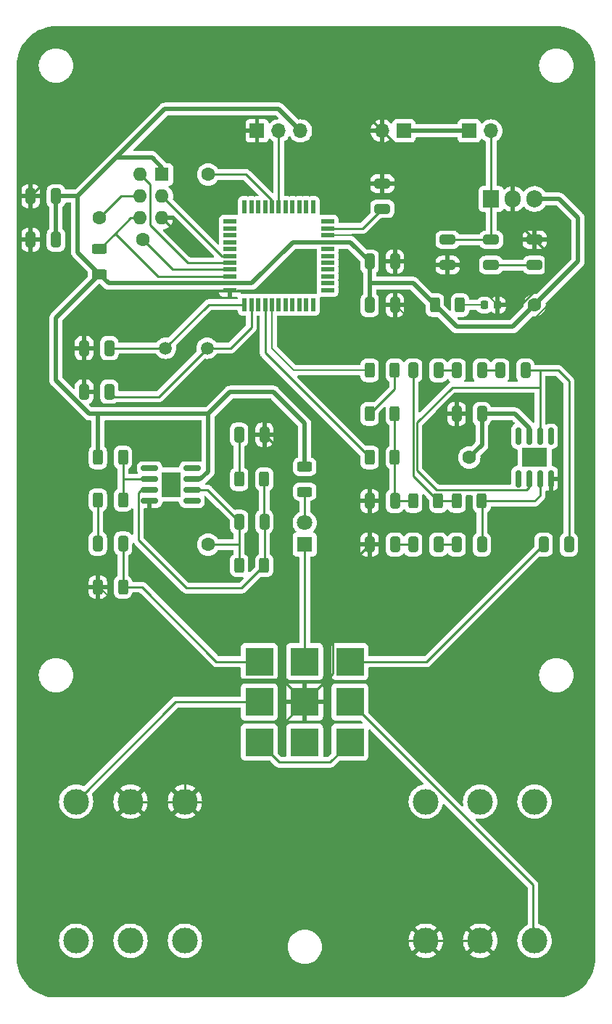
<source format=gbr>
%TF.GenerationSoftware,KiCad,Pcbnew,7.0.8*%
%TF.CreationDate,2023-11-14T15:55:11-08:00*%
%TF.ProjectId,guitar_pedal,67756974-6172-45f7-9065-64616c2e6b69,rev?*%
%TF.SameCoordinates,Original*%
%TF.FileFunction,Copper,L1,Top*%
%TF.FilePolarity,Positive*%
%FSLAX46Y46*%
G04 Gerber Fmt 4.6, Leading zero omitted, Abs format (unit mm)*
G04 Created by KiCad (PCBNEW 7.0.8) date 2023-11-14 15:55:11*
%MOMM*%
%LPD*%
G01*
G04 APERTURE LIST*
G04 Aperture macros list*
%AMRoundRect*
0 Rectangle with rounded corners*
0 $1 Rounding radius*
0 $2 $3 $4 $5 $6 $7 $8 $9 X,Y pos of 4 corners*
0 Add a 4 corners polygon primitive as box body*
4,1,4,$2,$3,$4,$5,$6,$7,$8,$9,$2,$3,0*
0 Add four circle primitives for the rounded corners*
1,1,$1+$1,$2,$3*
1,1,$1+$1,$4,$5*
1,1,$1+$1,$6,$7*
1,1,$1+$1,$8,$9*
0 Add four rect primitives between the rounded corners*
20,1,$1+$1,$2,$3,$4,$5,0*
20,1,$1+$1,$4,$5,$6,$7,0*
20,1,$1+$1,$6,$7,$8,$9,0*
20,1,$1+$1,$8,$9,$2,$3,0*%
G04 Aperture macros list end*
%TA.AperFunction,SMDPad,CuDef*%
%ADD10RoundRect,0.250000X0.312500X0.625000X-0.312500X0.625000X-0.312500X-0.625000X0.312500X-0.625000X0*%
%TD*%
%TA.AperFunction,SMDPad,CuDef*%
%ADD11RoundRect,0.250000X0.325000X0.650000X-0.325000X0.650000X-0.325000X-0.650000X0.325000X-0.650000X0*%
%TD*%
%TA.AperFunction,SMDPad,CuDef*%
%ADD12RoundRect,0.250000X-0.325000X-0.650000X0.325000X-0.650000X0.325000X0.650000X-0.325000X0.650000X0*%
%TD*%
%TA.AperFunction,SMDPad,CuDef*%
%ADD13RoundRect,0.250000X-0.650000X0.325000X-0.650000X-0.325000X0.650000X-0.325000X0.650000X0.325000X0*%
%TD*%
%TA.AperFunction,SMDPad,CuDef*%
%ADD14RoundRect,0.250000X-0.625000X0.312500X-0.625000X-0.312500X0.625000X-0.312500X0.625000X0.312500X0*%
%TD*%
%TA.AperFunction,ComponentPad*%
%ADD15R,1.905000X2.000000*%
%TD*%
%TA.AperFunction,ComponentPad*%
%ADD16O,1.905000X2.000000*%
%TD*%
%TA.AperFunction,ComponentPad*%
%ADD17R,1.800000X1.800000*%
%TD*%
%TA.AperFunction,ComponentPad*%
%ADD18C,1.800000*%
%TD*%
%TA.AperFunction,ComponentPad*%
%ADD19C,3.000000*%
%TD*%
%TA.AperFunction,SMDPad,CuDef*%
%ADD20RoundRect,0.250000X-0.312500X-0.625000X0.312500X-0.625000X0.312500X0.625000X-0.312500X0.625000X0*%
%TD*%
%TA.AperFunction,ComponentPad*%
%ADD21C,1.500000*%
%TD*%
%TA.AperFunction,SMDPad,CuDef*%
%ADD22RoundRect,0.218750X0.218750X0.256250X-0.218750X0.256250X-0.218750X-0.256250X0.218750X-0.256250X0*%
%TD*%
%TA.AperFunction,SMDPad,CuDef*%
%ADD23O,1.600000X1.600000*%
%TD*%
%TA.AperFunction,SMDPad,CuDef*%
%ADD24R,1.600000X1.600000*%
%TD*%
%TA.AperFunction,SMDPad,CuDef*%
%ADD25RoundRect,0.250000X0.625000X-0.312500X0.625000X0.312500X-0.625000X0.312500X-0.625000X-0.312500X0*%
%TD*%
%TA.AperFunction,SMDPad,CuDef*%
%ADD26RoundRect,0.250000X0.650000X-0.325000X0.650000X0.325000X-0.650000X0.325000X-0.650000X-0.325000X0*%
%TD*%
%TA.AperFunction,ComponentPad*%
%ADD27R,1.700000X1.700000*%
%TD*%
%TA.AperFunction,ComponentPad*%
%ADD28O,1.700000X1.700000*%
%TD*%
%TA.AperFunction,SMDPad,CuDef*%
%ADD29RoundRect,0.150000X-0.825000X-0.150000X0.825000X-0.150000X0.825000X0.150000X-0.825000X0.150000X0*%
%TD*%
%TA.AperFunction,SMDPad,CuDef*%
%ADD30R,2.290000X3.000000*%
%TD*%
%TA.AperFunction,SMDPad,CuDef*%
%ADD31RoundRect,0.150000X0.150000X-0.825000X0.150000X0.825000X-0.150000X0.825000X-0.150000X-0.825000X0*%
%TD*%
%TA.AperFunction,SMDPad,CuDef*%
%ADD32R,3.000000X2.290000*%
%TD*%
%TA.AperFunction,ComponentPad*%
%ADD33R,3.302000X3.302000*%
%TD*%
%TA.AperFunction,SMDPad,CuDef*%
%ADD34R,1.500000X0.550000*%
%TD*%
%TA.AperFunction,SMDPad,CuDef*%
%ADD35R,0.550000X1.500000*%
%TD*%
%TA.AperFunction,ViaPad*%
%ADD36C,1.600000*%
%TD*%
%TA.AperFunction,Conductor*%
%ADD37C,0.250000*%
%TD*%
%TA.AperFunction,Conductor*%
%ADD38C,0.200000*%
%TD*%
%TA.AperFunction,Conductor*%
%ADD39C,0.500000*%
%TD*%
G04 APERTURE END LIST*
D10*
%TO.P,R5,1*%
%TO.N,Net-(U3--)*%
X133760000Y-96405000D03*
%TO.P,R5,2*%
%TO.N,Net-(C7-Pad1)*%
X130835000Y-96405000D03*
%TD*%
D11*
%TO.P,C5,1*%
%TO.N,Net-(U1-XTAL1)*%
X132170000Y-83780000D03*
%TO.P,C5,2*%
%TO.N,GND*%
X129220000Y-83780000D03*
%TD*%
D12*
%TO.P,C7,1*%
%TO.N,Net-(C7-Pad1)*%
X130822500Y-101485000D03*
%TO.P,C7,2*%
%TO.N,FX In*%
X133772500Y-101485000D03*
%TD*%
D13*
%TO.P,C3,1*%
%TO.N,Net-(SW1-B)*%
X176735000Y-66040000D03*
%TO.P,C3,2*%
%TO.N,Net-(C18-Pad1)*%
X176735000Y-68990000D03*
%TD*%
D14*
%TO.P,R11,1*%
%TO.N,+5V*%
X154975000Y-92517500D03*
%TO.P,R11,2*%
%TO.N,Net-(D2-A)*%
X154975000Y-95442500D03*
%TD*%
D10*
%TO.P,R3,1*%
%TO.N,Net-(U3-+)*%
X150257500Y-93980000D03*
%TO.P,R3,2*%
%TO.N,Net-(C9-Pad1)*%
X147332500Y-93980000D03*
%TD*%
D15*
%TO.P,U2,1,IN*%
%TO.N,Net-(SW1-B)*%
X176735000Y-61285000D03*
D16*
%TO.P,U2,2,GND*%
%TO.N,GND*%
X179275000Y-61285000D03*
%TO.P,U2,3,OUT*%
%TO.N,+5V*%
X181815000Y-61285000D03*
%TD*%
D17*
%TO.P,D2,1,K*%
%TO.N,Net-(D2-K)*%
X154975000Y-101600000D03*
D18*
%TO.P,D2,2,A*%
%TO.N,Net-(D2-A)*%
X154975000Y-99060000D03*
%TD*%
D10*
%TO.P,R8,1*%
%TO.N,Net-(R13-Pad2)*%
X165497500Y-81280000D03*
%TO.P,R8,2*%
%TO.N,PD2*%
X162572500Y-81280000D03*
%TD*%
D19*
%TO.P,J2,R*%
%TO.N,GND*%
X175465000Y-147815000D03*
%TO.P,J2,RN*%
%TO.N,unconnected-(J2-PadRN)*%
X175465000Y-131585000D03*
%TO.P,J2,S*%
%TO.N,GND*%
X169115000Y-147815000D03*
%TO.P,J2,SN*%
%TO.N,unconnected-(J2-PadSN)*%
X169115000Y-131585000D03*
%TO.P,J2,T*%
%TO.N,Net-(SW2-C2)*%
X181815000Y-147815000D03*
%TO.P,J2,TN*%
%TO.N,unconnected-(J2-PadTN)*%
X181815000Y-131585000D03*
%TD*%
D11*
%TO.P,C10,1*%
%TO.N,Net-(C10-Pad1)*%
X165510000Y-96520000D03*
%TO.P,C10,2*%
%TO.N,GND*%
X162560000Y-96520000D03*
%TD*%
D13*
%TO.P,C1,1*%
%TO.N,Net-(SW1-B)*%
X171655000Y-66040000D03*
%TO.P,C1,2*%
%TO.N,GND*%
X171655000Y-68990000D03*
%TD*%
D12*
%TO.P,C16,1*%
%TO.N,GND*%
X122985000Y-66040000D03*
%TO.P,C16,2*%
%TO.N,+5V*%
X125935000Y-66040000D03*
%TD*%
D10*
%TO.P,R7,1*%
%TO.N,Net-(C10-Pad1)*%
X165497500Y-91440000D03*
%TO.P,R7,2*%
%TO.N,PD1*%
X162572500Y-91440000D03*
%TD*%
D20*
%TO.P,R2,1*%
%TO.N,PA0*%
X147332500Y-104025000D03*
%TO.P,R2,2*%
%TO.N,Net-(U3-+)*%
X150257500Y-104025000D03*
%TD*%
D21*
%TO.P,Y1,1,1*%
%TO.N,Net-(U1-XTAL2)*%
X138725000Y-78700000D03*
%TO.P,Y1,2,2*%
%TO.N,Net-(U1-XTAL1)*%
X143605000Y-78700000D03*
%TD*%
D22*
%TO.P,D1,1,K*%
%TO.N,GND*%
X177522500Y-73660000D03*
%TO.P,D1,2,A*%
%TO.N,Net-(D1-A)*%
X175947500Y-73660000D03*
%TD*%
D11*
%TO.P,C14,1*%
%TO.N,Net-(C14-Pad1)*%
X170590000Y-81280000D03*
%TO.P,C14,2*%
%TO.N,Net-(C14-Pad2)*%
X167640000Y-81280000D03*
%TD*%
D23*
%TO.P,J3,1,MISO*%
%TO.N,Net-(J3-MISO)*%
X135775000Y-58420000D03*
D24*
%TO.P,J3,2,VCC*%
%TO.N,+5V*%
X138315000Y-58420000D03*
D23*
%TO.P,J3,3,SCK*%
%TO.N,Net-(J3-SCK)*%
X135775000Y-60960000D03*
%TO.P,J3,4,MOSI*%
%TO.N,Net-(J3-MOSI)*%
X138315000Y-60960000D03*
%TO.P,J3,5,~{RST}*%
%TO.N,Net-(J3-~{RST})*%
X135775000Y-63500000D03*
%TO.P,J3,6,GND*%
%TO.N,GND*%
X138315000Y-63500000D03*
%TD*%
D10*
%TO.P,R4,1*%
%TO.N,FX In*%
X133760000Y-106565000D03*
%TO.P,R4,2*%
%TO.N,GND*%
X130835000Y-106565000D03*
%TD*%
D25*
%TO.P,R12,1*%
%TO.N,+5V*%
X131015000Y-70042500D03*
%TO.P,R12,2*%
%TO.N,Net-(J3-~{RST})*%
X131015000Y-67117500D03*
%TD*%
D11*
%TO.P,C11,1*%
%TO.N,Net-(U4-+)*%
X175670000Y-101600000D03*
%TO.P,C11,2*%
%TO.N,Net-(C11-Pad2)*%
X172720000Y-101600000D03*
%TD*%
D26*
%TO.P,C15,1*%
%TO.N,Net-(U1-AREF)*%
X164035000Y-62435000D03*
%TO.P,C15,2*%
%TO.N,GND*%
X164035000Y-59485000D03*
%TD*%
D27*
%TO.P,RV1,1,1*%
%TO.N,GND*%
X149415000Y-53340000D03*
D28*
%TO.P,RV1,2,2*%
%TO.N,PA1*%
X151955000Y-53340000D03*
%TO.P,RV1,3,3*%
%TO.N,+5V*%
X154495000Y-53340000D03*
%TD*%
D11*
%TO.P,C17,1*%
%TO.N,+5V*%
X125935000Y-60960000D03*
%TO.P,C17,2*%
%TO.N,GND*%
X122985000Y-60960000D03*
%TD*%
%TO.P,C13,1*%
%TO.N,+5V*%
X175670000Y-86360000D03*
%TO.P,C13,2*%
%TO.N,GND*%
X172720000Y-86360000D03*
%TD*%
D29*
%TO.P,U3,1,NULL*%
%TO.N,unconnected-(U3-NULL-Pad1)*%
X136872500Y-92710000D03*
%TO.P,U3,2,-*%
%TO.N,Net-(U3--)*%
X136872500Y-93980000D03*
%TO.P,U3,3,+*%
%TO.N,Net-(U3-+)*%
X136872500Y-95250000D03*
%TO.P,U3,4,V-*%
%TO.N,GND*%
X136872500Y-96520000D03*
%TO.P,U3,5,NULL*%
%TO.N,unconnected-(U3-NULL-Pad5)*%
X141822500Y-96520000D03*
%TO.P,U3,6*%
%TO.N,PA0*%
X141822500Y-95250000D03*
%TO.P,U3,7,V+*%
%TO.N,+5V*%
X141822500Y-93980000D03*
%TO.P,U3,8,NC*%
%TO.N,unconnected-(U3-NC-Pad8)*%
X141822500Y-92710000D03*
D30*
%TO.P,U3,9*%
%TO.N,N/C*%
X139347500Y-94615000D03*
%TD*%
D11*
%TO.P,C12,1*%
%TO.N,Net-(U4--)*%
X185830000Y-101600000D03*
%TO.P,C12,2*%
%TO.N,FX Out*%
X182880000Y-101600000D03*
%TD*%
%TO.P,C8,1*%
%TO.N,Net-(U3-+)*%
X150270000Y-98945000D03*
%TO.P,C8,2*%
%TO.N,PA0*%
X147320000Y-98945000D03*
%TD*%
D12*
%TO.P,C2,1*%
%TO.N,+5V*%
X162560000Y-68580000D03*
%TO.P,C2,2*%
%TO.N,GND*%
X165510000Y-68580000D03*
%TD*%
D31*
%TO.P,U4,1,NULL*%
%TO.N,unconnected-(U4-NULL-Pad1)*%
X179910000Y-93915000D03*
%TO.P,U4,2,-*%
%TO.N,Net-(U4--)*%
X181180000Y-93915000D03*
%TO.P,U4,3,+*%
%TO.N,Net-(U4-+)*%
X182450000Y-93915000D03*
%TO.P,U4,4,V-*%
%TO.N,GND*%
X183720000Y-93915000D03*
%TO.P,U4,5,NULL*%
%TO.N,unconnected-(U4-NULL-Pad5)*%
X183720000Y-88965000D03*
%TO.P,U4,6*%
%TO.N,Net-(U4--)*%
X182450000Y-88965000D03*
%TO.P,U4,7,V+*%
%TO.N,+5V*%
X181180000Y-88965000D03*
%TO.P,U4,8,NC*%
%TO.N,unconnected-(U4-NC-Pad8)*%
X179910000Y-88965000D03*
D32*
%TO.P,U4,9*%
%TO.N,N/C*%
X181815000Y-91440000D03*
%TD*%
D11*
%TO.P,C22,1*%
%TO.N,Net-(C19-Pad2)*%
X165510000Y-101600000D03*
%TO.P,C22,2*%
%TO.N,GND*%
X162560000Y-101600000D03*
%TD*%
D27*
%TO.P,BT1,1,+*%
%TO.N,+9V*%
X166575000Y-53340000D03*
D28*
%TO.P,BT1,2,-*%
%TO.N,GND*%
X164035000Y-53340000D03*
%TD*%
D12*
%TO.P,C9,1*%
%TO.N,Net-(C9-Pad1)*%
X147320000Y-88785000D03*
%TO.P,C9,2*%
%TO.N,GND*%
X150270000Y-88785000D03*
%TD*%
D20*
%TO.P,R6,1*%
%TO.N,+5V*%
X130835000Y-91440000D03*
%TO.P,R6,2*%
%TO.N,Net-(U3--)*%
X133760000Y-91440000D03*
%TD*%
D33*
%TO.P,SW2,1,A1*%
%TO.N,FX In*%
X149675000Y-115260000D03*
%TO.P,SW2,2,B1*%
%TO.N,Net-(D2-K)*%
X154975000Y-115260000D03*
%TO.P,SW2,3,C1*%
%TO.N,FX Out*%
X160275000Y-115260000D03*
%TO.P,SW2,4,A2*%
%TO.N,Net-(SW2-A2)*%
X149675000Y-119960000D03*
%TO.P,SW2,5,B2*%
%TO.N,GND*%
X154975000Y-119960000D03*
%TO.P,SW2,6,C2*%
%TO.N,Net-(SW2-C2)*%
X160275000Y-119960000D03*
%TO.P,SW2,7,A3*%
%TO.N,Net-(SW2-A3)*%
X149675000Y-124660000D03*
%TO.P,SW2,8,B3*%
%TO.N,unconnected-(SW2-B3-Pad8)*%
X154975000Y-124660000D03*
%TO.P,SW2,9,C3*%
%TO.N,Net-(SW2-A3)*%
X160275000Y-124660000D03*
%TD*%
D11*
%TO.P,C6,1*%
%TO.N,Net-(U1-XTAL2)*%
X132170000Y-78700000D03*
%TO.P,C6,2*%
%TO.N,GND*%
X129220000Y-78700000D03*
%TD*%
D10*
%TO.P,R10,1*%
%TO.N,Net-(U4-+)*%
X175657500Y-96520000D03*
%TO.P,R10,2*%
%TO.N,Net-(C14-Pad2)*%
X172732500Y-96520000D03*
%TD*%
D27*
%TO.P,SW1,1,A*%
%TO.N,+9V*%
X174195000Y-53340000D03*
D28*
%TO.P,SW1,2,B*%
%TO.N,Net-(SW1-B)*%
X176735000Y-53340000D03*
%TD*%
D26*
%TO.P,C18,1*%
%TO.N,Net-(C18-Pad1)*%
X181815000Y-68990000D03*
%TO.P,C18,2*%
%TO.N,GND*%
X181815000Y-66040000D03*
%TD*%
D11*
%TO.P,C20,1*%
%TO.N,Net-(C20-Pad1)*%
X175670000Y-81280000D03*
%TO.P,C20,2*%
%TO.N,Net-(C14-Pad1)*%
X172720000Y-81280000D03*
%TD*%
%TO.P,C19,1*%
%TO.N,Net-(C11-Pad2)*%
X170590000Y-101600000D03*
%TO.P,C19,2*%
%TO.N,Net-(C19-Pad2)*%
X167640000Y-101600000D03*
%TD*%
D10*
%TO.P,R9,1*%
%TO.N,Net-(C14-Pad2)*%
X170577500Y-96520000D03*
%TO.P,R9,2*%
%TO.N,Net-(C10-Pad1)*%
X167652500Y-96520000D03*
%TD*%
D19*
%TO.P,J1,R*%
%TO.N,GND*%
X134645000Y-131585000D03*
%TO.P,J1,RN*%
%TO.N,unconnected-(J1-PadRN)*%
X134645000Y-147815000D03*
%TO.P,J1,S*%
%TO.N,GND*%
X140995000Y-131585000D03*
%TO.P,J1,SN*%
%TO.N,unconnected-(J1-PadSN)*%
X140995000Y-147815000D03*
%TO.P,J1,T*%
%TO.N,Net-(SW2-A2)*%
X128295000Y-131585000D03*
%TO.P,J1,TN*%
%TO.N,unconnected-(J1-PadTN)*%
X128295000Y-147815000D03*
%TD*%
D34*
%TO.P,U1,1,PB0*%
%TO.N,unconnected-(U1-PB0-Pad1)*%
X146255000Y-63920000D03*
%TO.P,U1,2,PB1*%
%TO.N,unconnected-(U1-PB1-Pad2)*%
X146255000Y-64720000D03*
%TO.P,U1,3,PB2*%
%TO.N,unconnected-(U1-PB2-Pad3)*%
X146255000Y-65520000D03*
%TO.P,U1,4,PB3*%
%TO.N,unconnected-(U1-PB3-Pad4)*%
X146255000Y-66320000D03*
%TO.P,U1,5,PB4*%
%TO.N,unconnected-(U1-PB4-Pad5)*%
X146255000Y-67120000D03*
%TO.P,U1,6,PB5*%
%TO.N,Net-(J3-MOSI)*%
X146255000Y-67920000D03*
%TO.P,U1,7,PB6*%
%TO.N,Net-(J3-MISO)*%
X146255000Y-68720000D03*
%TO.P,U1,8,PB7*%
%TO.N,Net-(J3-SCK)*%
X146255000Y-69520000D03*
%TO.P,U1,9,~{RESET}*%
%TO.N,Net-(J3-~{RST})*%
X146255000Y-70320000D03*
%TO.P,U1,10,VCC*%
%TO.N,+5V*%
X146255000Y-71120000D03*
%TO.P,U1,11,GND*%
%TO.N,GND*%
X146255000Y-71920000D03*
D35*
%TO.P,U1,12,XTAL2*%
%TO.N,Net-(U1-XTAL2)*%
X147955000Y-73620000D03*
%TO.P,U1,13,XTAL1*%
%TO.N,Net-(U1-XTAL1)*%
X148755000Y-73620000D03*
%TO.P,U1,14,PD0*%
%TO.N,unconnected-(U1-PD0-Pad14)*%
X149555000Y-73620000D03*
%TO.P,U1,15,PD1*%
%TO.N,PD1*%
X150355000Y-73620000D03*
%TO.P,U1,16,PD2*%
%TO.N,PD2*%
X151155000Y-73620000D03*
%TO.P,U1,17,PD3*%
%TO.N,unconnected-(U1-PD3-Pad17)*%
X151955000Y-73620000D03*
%TO.P,U1,18,PD4*%
%TO.N,unconnected-(U1-PD4-Pad18)*%
X152755000Y-73620000D03*
%TO.P,U1,19,PD5*%
%TO.N,unconnected-(U1-PD5-Pad19)*%
X153555000Y-73620000D03*
%TO.P,U1,20,PD6*%
%TO.N,unconnected-(U1-PD6-Pad20)*%
X154355000Y-73620000D03*
%TO.P,U1,21,PD7*%
%TO.N,unconnected-(U1-PD7-Pad21)*%
X155155000Y-73620000D03*
%TO.P,U1,22,PC0*%
%TO.N,unconnected-(U1-PC0-Pad22)*%
X155955000Y-73620000D03*
D34*
%TO.P,U1,23,PC1*%
%TO.N,unconnected-(U1-PC1-Pad23)*%
X157655000Y-71920000D03*
%TO.P,U1,24,PC2*%
%TO.N,unconnected-(U1-PC2-Pad24)*%
X157655000Y-71120000D03*
%TO.P,U1,25,PC3*%
%TO.N,unconnected-(U1-PC3-Pad25)*%
X157655000Y-70320000D03*
%TO.P,U1,26,PC4*%
%TO.N,unconnected-(U1-PC4-Pad26)*%
X157655000Y-69520000D03*
%TO.P,U1,27,PC5*%
%TO.N,unconnected-(U1-PC5-Pad27)*%
X157655000Y-68720000D03*
%TO.P,U1,28,PC6*%
%TO.N,unconnected-(U1-PC6-Pad28)*%
X157655000Y-67920000D03*
%TO.P,U1,29,PC7*%
%TO.N,unconnected-(U1-PC7-Pad29)*%
X157655000Y-67120000D03*
%TO.P,U1,30,AVCC*%
%TO.N,+5V*%
X157655000Y-66320000D03*
%TO.P,U1,31,GND*%
%TO.N,GND*%
X157655000Y-65520000D03*
%TO.P,U1,32,AREF*%
%TO.N,Net-(U1-AREF)*%
X157655000Y-64720000D03*
%TO.P,U1,33,PA7*%
%TO.N,unconnected-(U1-PA7-Pad33)*%
X157655000Y-63920000D03*
D35*
%TO.P,U1,34,PA6*%
%TO.N,unconnected-(U1-PA6-Pad34)*%
X155955000Y-62220000D03*
%TO.P,U1,35,PA5*%
%TO.N,unconnected-(U1-PA5-Pad35)*%
X155155000Y-62220000D03*
%TO.P,U1,36,PA4*%
%TO.N,unconnected-(U1-PA4-Pad36)*%
X154355000Y-62220000D03*
%TO.P,U1,37,PA3*%
%TO.N,unconnected-(U1-PA3-Pad37)*%
X153555000Y-62220000D03*
%TO.P,U1,38,PA2*%
%TO.N,unconnected-(U1-PA2-Pad38)*%
X152755000Y-62220000D03*
%TO.P,U1,39,PA1*%
%TO.N,PA1*%
X151955000Y-62220000D03*
%TO.P,U1,40,PA0*%
%TO.N,PA0*%
X151155000Y-62220000D03*
%TO.P,U1,41*%
%TO.N,N/C*%
X150355000Y-62220000D03*
%TO.P,U1,42*%
X149555000Y-62220000D03*
%TO.P,U1,43*%
X148755000Y-62220000D03*
%TO.P,U1,44*%
X147955000Y-62220000D03*
%TD*%
D20*
%TO.P,R1,1*%
%TO.N,+5V*%
X170192500Y-73660000D03*
%TO.P,R1,2*%
%TO.N,Net-(D1-A)*%
X173117500Y-73660000D03*
%TD*%
D10*
%TO.P,R13,1*%
%TO.N,Net-(C10-Pad1)*%
X165497500Y-86360000D03*
%TO.P,R13,2*%
%TO.N,Net-(R13-Pad2)*%
X162572500Y-86360000D03*
%TD*%
D11*
%TO.P,C21,1*%
%TO.N,Net-(U4--)*%
X180750000Y-81280000D03*
%TO.P,C21,2*%
%TO.N,Net-(C20-Pad1)*%
X177800000Y-81280000D03*
%TD*%
D12*
%TO.P,C4,1*%
%TO.N,+5V*%
X162560000Y-73660000D03*
%TO.P,C4,2*%
%TO.N,GND*%
X165510000Y-73660000D03*
%TD*%
D36*
%TO.N,GND*%
X179275000Y-101600000D03*
X181815000Y-53340000D03*
X169115000Y-65520000D03*
X141175000Y-66040000D03*
X159833778Y-131582449D03*
X141175000Y-101600000D03*
X143715000Y-53340000D03*
X171655000Y-91440000D03*
%TO.N,+5V*%
X174195000Y-91440000D03*
X181815000Y-73660000D03*
%TO.N,Net-(J3-SCK)*%
X131015000Y-63500000D03*
X136095000Y-66040000D03*
%TO.N,PA0*%
X143715000Y-101600000D03*
X143715000Y-58420000D03*
%TD*%
D37*
%TO.N,GND*%
X159833778Y-131582449D02*
X159833778Y-145658778D01*
X145760000Y-131585000D02*
X140995000Y-131585000D01*
X159833778Y-131582449D02*
X145762551Y-131582449D01*
X161990000Y-147815000D02*
X169115000Y-147815000D01*
X145762551Y-131582449D02*
X145760000Y-131585000D01*
X159833778Y-145658778D02*
X161990000Y-147815000D01*
X152307511Y-90822511D02*
X150270000Y-88785000D01*
X152307511Y-117292512D02*
X152307511Y-90822511D01*
X152385713Y-117370714D02*
X152307511Y-117292512D01*
D38*
X130835000Y-106435368D02*
X130835000Y-106565000D01*
D37*
X152385713Y-117370714D02*
X152385714Y-117370714D01*
D38*
X141692143Y-117292511D02*
X130835000Y-106435368D01*
X152307510Y-117292511D02*
X141692143Y-117292511D01*
X152385713Y-117370714D02*
X152307510Y-117292511D01*
D37*
X152385714Y-117370714D02*
X154975000Y-119960000D01*
X140995000Y-124569190D02*
X140995000Y-131585000D01*
X152650078Y-122284922D02*
X143279268Y-122284922D01*
X143279268Y-122284922D02*
X140995000Y-124569190D01*
X154975000Y-119960000D02*
X152650078Y-122284922D01*
D38*
X187960000Y-69070635D02*
X187960000Y-59485000D01*
X179486482Y-77544153D02*
X187960000Y-69070635D01*
X187960000Y-59485000D02*
X181815000Y-53340000D01*
X169394153Y-77544153D02*
X179486482Y-77544153D01*
X165510000Y-73660000D02*
X169394153Y-77544153D01*
D37*
X171655000Y-109220000D02*
X158299000Y-109220000D01*
X179275000Y-101600000D02*
X171655000Y-109220000D01*
X158299000Y-109220000D02*
X158299000Y-116636000D01*
X158299000Y-105861000D02*
X158299000Y-109220000D01*
X183040000Y-67265000D02*
X183040000Y-70844009D01*
X183040000Y-70844009D02*
X180224009Y-73660000D01*
X180224009Y-73660000D02*
X177522500Y-73660000D01*
X181815000Y-66040000D02*
X183040000Y-67265000D01*
D38*
X172852500Y-68990000D02*
X171655000Y-68990000D01*
X177522500Y-73660000D02*
X172852500Y-68990000D01*
D37*
X183720000Y-97155000D02*
X183720000Y-93915000D01*
X172720000Y-90375000D02*
X172720000Y-86360000D01*
X169115000Y-147815000D02*
X169115000Y-147320000D01*
D38*
X169115000Y-65520000D02*
X157655000Y-65520000D01*
D37*
X162560000Y-101600000D02*
X158299000Y-105861000D01*
X129220000Y-74000790D02*
X129220000Y-78700000D01*
X122985000Y-60960000D02*
X135685000Y-48260000D01*
X158955000Y-48260000D02*
X164035000Y-53340000D01*
X146255000Y-71920000D02*
X131300790Y-71920000D01*
X140855000Y-66040000D02*
X141175000Y-66040000D01*
X169115000Y-58420000D02*
X169115000Y-65520000D01*
X164035000Y-59485000D02*
X164035000Y-53340000D01*
X171655000Y-91440000D02*
X172720000Y-90375000D01*
X169115000Y-58420000D02*
X164035000Y-53340000D01*
X138315000Y-63500000D02*
X140855000Y-66040000D01*
X136872500Y-99837500D02*
X138635000Y-101600000D01*
X136872500Y-96520000D02*
X136095000Y-96520000D01*
D38*
X169115000Y-68580000D02*
X169525000Y-68990000D01*
D37*
X179275000Y-55880000D02*
X181815000Y-53340000D01*
D38*
X169115000Y-65520000D02*
X169115000Y-68580000D01*
D37*
X165510000Y-68580000D02*
X169115000Y-68580000D01*
X122985000Y-66040000D02*
X122985000Y-60960000D01*
X131300790Y-71920000D02*
X129220000Y-74000790D01*
X179275000Y-63500000D02*
X181815000Y-66040000D01*
X179275000Y-101600000D02*
X183720000Y-97155000D01*
X169115000Y-147815000D02*
X175465000Y-147815000D01*
D38*
X169525000Y-68990000D02*
X171655000Y-68990000D01*
D37*
X162560000Y-96520000D02*
X162560000Y-101600000D01*
X158299000Y-116636000D02*
X154975000Y-119960000D01*
X134645000Y-131585000D02*
X140995000Y-131585000D01*
X138635000Y-101600000D02*
X141175000Y-101600000D01*
X129220000Y-78700000D02*
X129220000Y-83780000D01*
X179275000Y-61285000D02*
X179275000Y-55880000D01*
X136872500Y-96520000D02*
X136872500Y-99837500D01*
X179275000Y-61285000D02*
X179275000Y-63500000D01*
X135685000Y-48260000D02*
X158955000Y-48260000D01*
X149415000Y-53340000D02*
X143715000Y-53340000D01*
D38*
%TO.N,Net-(D1-A)*%
X173117500Y-73660000D02*
X175947500Y-73660000D01*
D37*
%TO.N,Net-(SW2-A2)*%
X149675000Y-119960000D02*
X139920000Y-119960000D01*
X139920000Y-119960000D02*
X128295000Y-131585000D01*
%TO.N,Net-(SW2-C2)*%
X181635000Y-147635000D02*
X181815000Y-147815000D01*
X181635000Y-141320000D02*
X181635000Y-147635000D01*
X160275000Y-119960000D02*
X181635000Y-141320000D01*
%TO.N,Net-(J3-MISO)*%
X135775000Y-58420000D02*
X136900000Y-59545000D01*
X136900000Y-59545000D02*
X136900000Y-64305000D01*
X141315000Y-68720000D02*
X146255000Y-68720000D01*
X136900000Y-64305000D02*
X141315000Y-68720000D01*
D39*
%TO.N,+5V*%
X162560000Y-71120000D02*
X162560000Y-73660000D01*
X141822500Y-93980000D02*
X142797500Y-93980000D01*
X162560000Y-68580000D02*
X162560000Y-71120000D01*
X148795000Y-71120000D02*
X153595000Y-66320000D01*
X128475000Y-67502500D02*
X131015000Y-70042500D01*
X186895000Y-68580000D02*
X186895000Y-63500000D01*
X129835050Y-86360000D02*
X125935000Y-82459950D01*
X138635000Y-50800000D02*
X132980000Y-56455000D01*
X132092500Y-71120000D02*
X138635000Y-71120000D01*
X125935000Y-60960000D02*
X125935000Y-66040000D01*
X154975000Y-92517500D02*
X154975000Y-87460000D01*
X154495000Y-53340000D02*
X151955000Y-50800000D01*
X184680000Y-61285000D02*
X181815000Y-61285000D01*
X154975000Y-87460000D02*
X151335000Y-83820000D01*
X142797500Y-93980000D02*
X143715000Y-93062500D01*
X151955000Y-50800000D02*
X138635000Y-50800000D01*
X179275000Y-76200000D02*
X181815000Y-73660000D01*
X179550000Y-86360000D02*
X181180000Y-87990000D01*
X138315000Y-58420000D02*
X138315000Y-57620000D01*
X128475000Y-60960000D02*
X128475000Y-67502500D01*
X138635000Y-71120000D02*
X146255000Y-71120000D01*
X138315000Y-57620000D02*
X137150000Y-56455000D01*
X143715000Y-93062500D02*
X143715000Y-86360000D01*
X167652500Y-71120000D02*
X162560000Y-71120000D01*
X151335000Y-83820000D02*
X146255000Y-83820000D01*
X137150000Y-56455000D02*
X132980000Y-56455000D01*
X186895000Y-63500000D02*
X184680000Y-61285000D01*
X153595000Y-66320000D02*
X157655000Y-66320000D01*
X131015000Y-70042500D02*
X132092500Y-71120000D01*
X170192500Y-73660000D02*
X172732500Y-76200000D01*
X146255000Y-83820000D02*
X143715000Y-86360000D01*
X143715000Y-86360000D02*
X131015000Y-86360000D01*
X125935000Y-82459950D02*
X125935000Y-75122500D01*
X146255000Y-71120000D02*
X148795000Y-71120000D01*
X172732500Y-76200000D02*
X179275000Y-76200000D01*
X131015000Y-86360000D02*
X129835050Y-86360000D01*
X125935000Y-75122500D02*
X131015000Y-70042500D01*
X170192500Y-73660000D02*
X167652500Y-71120000D01*
X174195000Y-91440000D02*
X175670000Y-89965000D01*
X132980000Y-56455000D02*
X128475000Y-60960000D01*
X130835000Y-91440000D02*
X130835000Y-86540000D01*
X181815000Y-73660000D02*
X186895000Y-68580000D01*
X175670000Y-89965000D02*
X175670000Y-86360000D01*
X160300000Y-66320000D02*
X162560000Y-68580000D01*
X175670000Y-86360000D02*
X179550000Y-86360000D01*
X181180000Y-87990000D02*
X181180000Y-88965000D01*
X130835000Y-86540000D02*
X131015000Y-86360000D01*
X157655000Y-66320000D02*
X160300000Y-66320000D01*
X125935000Y-60960000D02*
X128475000Y-60960000D01*
D37*
%TO.N,Net-(J3-SCK)*%
X135775000Y-60960000D02*
X133555000Y-60960000D01*
X146255000Y-69520000D02*
X139575000Y-69520000D01*
X139575000Y-69520000D02*
X136095000Y-66040000D01*
X133555000Y-60960000D02*
X131015000Y-63500000D01*
%TO.N,Net-(J3-MOSI)*%
X145275000Y-67920000D02*
X146255000Y-67920000D01*
X138315000Y-60960000D02*
X145275000Y-67920000D01*
%TO.N,Net-(J3-~{RST})*%
X135775000Y-63500000D02*
X134632500Y-63500000D01*
X132823750Y-65308750D02*
X131015000Y-67117500D01*
X134632500Y-63500000D02*
X132823750Y-65308750D01*
X146255000Y-70320000D02*
X137835000Y-70320000D01*
X137835000Y-70320000D02*
X132823750Y-65308750D01*
%TO.N,Net-(U1-XTAL2)*%
X138725000Y-78700000D02*
X132170000Y-78700000D01*
X138725000Y-78650000D02*
X143755000Y-73620000D01*
X138725000Y-78700000D02*
X138725000Y-78650000D01*
X143755000Y-73620000D02*
X147955000Y-73620000D01*
%TO.N,Net-(U1-XTAL1)*%
X132170000Y-83780000D02*
X132745000Y-84355000D01*
X148755000Y-76240000D02*
X148755000Y-73620000D01*
X143605000Y-78700000D02*
X146295000Y-78700000D01*
X146295000Y-78700000D02*
X148755000Y-76240000D01*
X137950000Y-84355000D02*
X143605000Y-78700000D01*
X132745000Y-84355000D02*
X137950000Y-84355000D01*
%TO.N,Net-(SW1-B)*%
X176735000Y-61285000D02*
X176735000Y-53340000D01*
X171655000Y-66040000D02*
X176735000Y-66040000D01*
X176735000Y-66040000D02*
X176735000Y-61285000D01*
%TO.N,Net-(C7-Pad1)*%
X130835000Y-101472500D02*
X130822500Y-101485000D01*
X130835000Y-96405000D02*
X130835000Y-101472500D01*
%TO.N,Net-(SW2-A3)*%
X149675000Y-124660000D02*
X152015000Y-127000000D01*
X152015000Y-127000000D02*
X157935000Y-127000000D01*
X157935000Y-127000000D02*
X160275000Y-124660000D01*
%TO.N,FX In*%
X149675000Y-115260000D02*
X144675000Y-115260000D01*
X144675000Y-115260000D02*
X135980000Y-106565000D01*
X133772500Y-106552500D02*
X133760000Y-106565000D01*
X133772500Y-101485000D02*
X133772500Y-106552500D01*
X135980000Y-106565000D02*
X133760000Y-106565000D01*
%TO.N,Net-(U3-+)*%
X141175000Y-106680000D02*
X135572500Y-101077500D01*
X150270000Y-98945000D02*
X150270000Y-104012500D01*
X135897500Y-95250000D02*
X136872500Y-95250000D01*
X150257500Y-104025000D02*
X147602500Y-106680000D01*
X150257500Y-93980000D02*
X150257500Y-98932500D01*
X147602500Y-106680000D02*
X141175000Y-106680000D01*
X150270000Y-104012500D02*
X150257500Y-104025000D01*
X135572500Y-101077500D02*
X135572500Y-95575000D01*
X135572500Y-95575000D02*
X135897500Y-95250000D01*
X150257500Y-98932500D02*
X150270000Y-98945000D01*
%TO.N,PA0*%
X143715000Y-101600000D02*
X147332500Y-101600000D01*
X147320000Y-98945000D02*
X143625000Y-95250000D01*
X143715000Y-58420000D02*
X148105000Y-58420000D01*
X147332500Y-101600000D02*
X147332500Y-98957500D01*
X143625000Y-95250000D02*
X141822500Y-95250000D01*
X147332500Y-104025000D02*
X147332500Y-101600000D01*
X151155000Y-61470000D02*
X151155000Y-62220000D01*
X148105000Y-58420000D02*
X151155000Y-61470000D01*
X147332500Y-98957500D02*
X147320000Y-98945000D01*
%TO.N,Net-(C9-Pad1)*%
X147320000Y-88785000D02*
X147320000Y-93967500D01*
X147320000Y-93967500D02*
X147332500Y-93980000D01*
%TO.N,Net-(C10-Pad1)*%
X165510000Y-96520000D02*
X167652500Y-96520000D01*
X165497500Y-96507500D02*
X165510000Y-96520000D01*
X165497500Y-91440000D02*
X165497500Y-96507500D01*
X165497500Y-86360000D02*
X165497500Y-91440000D01*
%TO.N,Net-(U4-+)*%
X175670000Y-96532500D02*
X175657500Y-96520000D01*
X182450000Y-95885000D02*
X181815000Y-96520000D01*
X182450000Y-93915000D02*
X182450000Y-95885000D01*
X175670000Y-101600000D02*
X175670000Y-96532500D01*
X181815000Y-96520000D02*
X175657500Y-96520000D01*
%TO.N,Net-(U4--)*%
X172221819Y-83253181D02*
X182450000Y-83253181D01*
X168090000Y-87385000D02*
X172221819Y-83253181D01*
X185830000Y-101600000D02*
X185830000Y-82550000D01*
X168090000Y-92955000D02*
X168090000Y-87385000D01*
X181180000Y-93915000D02*
X181180000Y-94890000D01*
X184560000Y-81280000D02*
X180750000Y-81280000D01*
X181180000Y-94890000D02*
X180855000Y-95215000D01*
X185830000Y-82550000D02*
X184560000Y-81280000D01*
X182450000Y-88965000D02*
X182450000Y-83820000D01*
X180855000Y-95215000D02*
X170350000Y-95215000D01*
X182450000Y-81280000D02*
X180750000Y-81280000D01*
X182450000Y-83253181D02*
X182450000Y-83820000D01*
X170350000Y-95215000D02*
X168090000Y-92955000D01*
X182450000Y-83820000D02*
X182450000Y-81280000D01*
%TO.N,FX Out*%
X182880000Y-101600000D02*
X169220000Y-115260000D01*
X169220000Y-115260000D02*
X160275000Y-115260000D01*
%TO.N,Net-(C14-Pad2)*%
X167640000Y-93582500D02*
X170577500Y-96520000D01*
X172732500Y-96520000D02*
X170577500Y-96520000D01*
X167640000Y-81280000D02*
X167640000Y-93582500D01*
%TO.N,Net-(U1-AREF)*%
X161750000Y-64720000D02*
X164035000Y-62435000D01*
X157655000Y-64720000D02*
X161750000Y-64720000D01*
%TO.N,Net-(D2-K)*%
X154975000Y-101600000D02*
X154975000Y-115260000D01*
%TO.N,Net-(D2-A)*%
X154975000Y-99060000D02*
X154975000Y-95442500D01*
%TO.N,Net-(U3--)*%
X136872500Y-93980000D02*
X133760000Y-93980000D01*
X133760000Y-93980000D02*
X133760000Y-96405000D01*
X133760000Y-91440000D02*
X133760000Y-93980000D01*
%TO.N,PD1*%
X150355000Y-79222500D02*
X162572500Y-91440000D01*
X150355000Y-73620000D02*
X150355000Y-79222500D01*
D38*
%TO.N,PD2*%
X151155000Y-78740000D02*
X153695000Y-81280000D01*
X153695000Y-81280000D02*
X162392500Y-81280000D01*
X151155000Y-73620000D02*
X151155000Y-78740000D01*
D37*
%TO.N,PA1*%
X151955000Y-62220000D02*
X151955000Y-53340000D01*
%TO.N,Net-(C18-Pad1)*%
X176735000Y-68990000D02*
X181815000Y-68990000D01*
%TO.N,Net-(C11-Pad2)*%
X170590000Y-101600000D02*
X172720000Y-101600000D01*
%TO.N,Net-(C14-Pad1)*%
X170590000Y-81280000D02*
X172720000Y-81280000D01*
%TO.N,Net-(C19-Pad2)*%
X165510000Y-101600000D02*
X167640000Y-101600000D01*
%TO.N,Net-(C20-Pad1)*%
X175670000Y-81280000D02*
X177800000Y-81280000D01*
%TO.N,Net-(R13-Pad2)*%
X165497500Y-83435000D02*
X162572500Y-86360000D01*
X165497500Y-81280000D02*
X165497500Y-83435000D01*
D39*
%TO.N,+9V*%
X166575000Y-53340000D02*
X174195000Y-53340000D01*
%TD*%
%TA.AperFunction,Conductor*%
%TO.N,GND*%
G36*
X143432563Y-95942256D02*
G01*
X143435618Y-95945208D01*
X144839740Y-97349331D01*
X146208181Y-98717772D01*
X146241666Y-98779095D01*
X146244500Y-98805453D01*
X146244500Y-99645001D01*
X146244501Y-99645019D01*
X146255000Y-99747796D01*
X146255001Y-99747799D01*
X146310185Y-99914331D01*
X146310187Y-99914336D01*
X146345069Y-99970888D01*
X146402288Y-100063656D01*
X146526344Y-100187712D01*
X146648097Y-100262809D01*
X146694821Y-100314755D01*
X146707000Y-100368347D01*
X146707000Y-100850500D01*
X146687315Y-100917539D01*
X146634511Y-100963294D01*
X146583000Y-100974500D01*
X144929188Y-100974500D01*
X144862149Y-100954815D01*
X144827613Y-100921623D01*
X144715045Y-100760858D01*
X144554141Y-100599954D01*
X144367734Y-100469432D01*
X144367732Y-100469431D01*
X144161497Y-100373261D01*
X144161488Y-100373258D01*
X143941697Y-100314366D01*
X143941693Y-100314365D01*
X143941692Y-100314365D01*
X143941691Y-100314364D01*
X143941686Y-100314364D01*
X143715002Y-100294532D01*
X143714998Y-100294532D01*
X143488313Y-100314364D01*
X143488302Y-100314366D01*
X143268511Y-100373258D01*
X143268502Y-100373261D01*
X143062267Y-100469431D01*
X143062265Y-100469432D01*
X142875858Y-100599954D01*
X142714954Y-100760858D01*
X142584432Y-100947265D01*
X142584431Y-100947267D01*
X142488261Y-101153502D01*
X142488258Y-101153511D01*
X142429366Y-101373302D01*
X142429364Y-101373313D01*
X142409532Y-101599998D01*
X142409532Y-101600001D01*
X142429364Y-101826686D01*
X142429366Y-101826697D01*
X142488258Y-102046488D01*
X142488261Y-102046497D01*
X142584431Y-102252732D01*
X142584432Y-102252734D01*
X142714954Y-102439141D01*
X142875858Y-102600045D01*
X142875861Y-102600047D01*
X143062266Y-102730568D01*
X143268504Y-102826739D01*
X143488308Y-102885635D01*
X143650230Y-102899801D01*
X143714998Y-102905468D01*
X143715000Y-102905468D01*
X143715002Y-102905468D01*
X143771673Y-102900509D01*
X143941692Y-102885635D01*
X144161496Y-102826739D01*
X144367734Y-102730568D01*
X144554139Y-102600047D01*
X144715047Y-102439139D01*
X144812491Y-102299973D01*
X144827613Y-102278377D01*
X144882189Y-102234752D01*
X144929188Y-102225500D01*
X146583000Y-102225500D01*
X146650039Y-102245185D01*
X146695794Y-102297989D01*
X146707000Y-102349500D01*
X146707000Y-102642072D01*
X146687315Y-102709111D01*
X146648098Y-102747609D01*
X146635600Y-102755319D01*
X146551342Y-102807289D01*
X146427289Y-102931342D01*
X146335187Y-103080663D01*
X146335186Y-103080666D01*
X146280001Y-103247203D01*
X146280001Y-103247204D01*
X146280000Y-103247204D01*
X146269500Y-103349983D01*
X146269500Y-104700001D01*
X146269501Y-104700018D01*
X146280000Y-104802796D01*
X146280001Y-104802799D01*
X146335185Y-104969331D01*
X146335186Y-104969334D01*
X146427288Y-105118656D01*
X146551344Y-105242712D01*
X146700666Y-105334814D01*
X146867203Y-105389999D01*
X146969991Y-105400500D01*
X147695008Y-105400499D01*
X147698047Y-105400499D01*
X147765086Y-105420183D01*
X147810841Y-105472987D01*
X147820785Y-105542146D01*
X147791760Y-105605702D01*
X147785728Y-105612180D01*
X147379728Y-106018181D01*
X147318405Y-106051666D01*
X147292047Y-106054500D01*
X141485453Y-106054500D01*
X141418414Y-106034815D01*
X141397772Y-106018181D01*
X136234319Y-100854728D01*
X136200834Y-100793405D01*
X136198000Y-100767047D01*
X136198000Y-97444000D01*
X136217685Y-97376961D01*
X136270489Y-97331206D01*
X136322000Y-97320000D01*
X136622500Y-97320000D01*
X136622500Y-96394000D01*
X136642185Y-96326961D01*
X136694989Y-96281206D01*
X136746500Y-96270000D01*
X136998500Y-96270000D01*
X137065539Y-96289685D01*
X137111294Y-96342489D01*
X137122500Y-96394000D01*
X137122500Y-97320000D01*
X137763144Y-97320000D01*
X137799989Y-97317100D01*
X137799995Y-97317099D01*
X137957693Y-97271283D01*
X137957696Y-97271282D01*
X138099052Y-97187685D01*
X138099061Y-97187678D01*
X138215178Y-97071561D01*
X138215185Y-97071552D01*
X138298782Y-96930196D01*
X138298783Y-96930193D01*
X138344599Y-96772495D01*
X138344600Y-96772488D01*
X138347500Y-96735648D01*
X138347539Y-96734642D01*
X138369834Y-96668425D01*
X138424390Y-96624774D01*
X138471439Y-96615499D01*
X140223054Y-96615499D01*
X140290093Y-96635184D01*
X140335848Y-96687988D01*
X140346959Y-96734643D01*
X140347000Y-96735700D01*
X140349901Y-96772566D01*
X140349902Y-96772573D01*
X140395754Y-96930393D01*
X140395755Y-96930396D01*
X140395756Y-96930398D01*
X140403616Y-96943689D01*
X140479417Y-97071862D01*
X140479423Y-97071870D01*
X140595629Y-97188076D01*
X140595633Y-97188079D01*
X140595635Y-97188081D01*
X140737102Y-97271744D01*
X140778724Y-97283836D01*
X140894926Y-97317597D01*
X140894929Y-97317597D01*
X140894931Y-97317598D01*
X140907222Y-97318565D01*
X140931804Y-97320500D01*
X140931806Y-97320500D01*
X142713196Y-97320500D01*
X142731631Y-97319049D01*
X142750069Y-97317598D01*
X142750071Y-97317597D01*
X142750073Y-97317597D01*
X142818217Y-97297799D01*
X142907898Y-97271744D01*
X143049365Y-97188081D01*
X143165581Y-97071865D01*
X143249244Y-96930398D01*
X143295098Y-96772569D01*
X143298000Y-96735694D01*
X143298000Y-96304306D01*
X143297619Y-96299470D01*
X143295098Y-96267432D01*
X143295097Y-96267426D01*
X143249245Y-96109606D01*
X143249244Y-96109603D01*
X143249244Y-96109602D01*
X143241205Y-96096009D01*
X143224023Y-96028287D01*
X143246183Y-95962025D01*
X143300649Y-95918261D01*
X143370129Y-95910892D01*
X143432563Y-95942256D01*
G37*
%TD.AperFunction*%
%TA.AperFunction,Conductor*%
G36*
X139748792Y-63278383D02*
G01*
X144353228Y-67882819D01*
X144386713Y-67944142D01*
X144381729Y-68013834D01*
X144339857Y-68069767D01*
X144274393Y-68094184D01*
X144265547Y-68094500D01*
X141625452Y-68094500D01*
X141558413Y-68074815D01*
X141537771Y-68058181D01*
X139563692Y-66084102D01*
X138474666Y-64995075D01*
X138441182Y-64933754D01*
X138446166Y-64864062D01*
X138488038Y-64808129D01*
X138536534Y-64787134D01*
X138536376Y-64786542D01*
X138540384Y-64785467D01*
X138540821Y-64785279D01*
X138541606Y-64785140D01*
X138761317Y-64726269D01*
X138761326Y-64726265D01*
X138967482Y-64630134D01*
X139153820Y-64499657D01*
X139314657Y-64338820D01*
X139445134Y-64152482D01*
X139541265Y-63946326D01*
X139541269Y-63946317D01*
X139593872Y-63750000D01*
X138189000Y-63750000D01*
X138121961Y-63730315D01*
X138076206Y-63677511D01*
X138065000Y-63626000D01*
X138065000Y-63374000D01*
X138084685Y-63306961D01*
X138137489Y-63261206D01*
X138189000Y-63250000D01*
X139618304Y-63250000D01*
X139619158Y-63249376D01*
X139688904Y-63245219D01*
X139748792Y-63278383D01*
G37*
%TD.AperFunction*%
%TA.AperFunction,Conductor*%
G36*
X151659809Y-51570185D02*
G01*
X151680451Y-51586819D01*
X151880047Y-51786415D01*
X151913532Y-51847738D01*
X151908548Y-51917430D01*
X151866676Y-51973363D01*
X151803174Y-51997624D01*
X151719596Y-52004936D01*
X151719586Y-52004938D01*
X151491344Y-52066094D01*
X151491335Y-52066098D01*
X151277171Y-52165964D01*
X151277169Y-52165965D01*
X151083600Y-52301503D01*
X150961284Y-52423819D01*
X150899961Y-52457303D01*
X150830269Y-52452319D01*
X150774336Y-52410447D01*
X150757421Y-52379470D01*
X150708354Y-52247913D01*
X150708350Y-52247906D01*
X150622190Y-52132812D01*
X150622187Y-52132809D01*
X150507093Y-52046649D01*
X150507086Y-52046645D01*
X150372379Y-51996403D01*
X150372372Y-51996401D01*
X150312844Y-51990000D01*
X149665000Y-51990000D01*
X149665000Y-52904498D01*
X149557315Y-52855320D01*
X149450763Y-52840000D01*
X149379237Y-52840000D01*
X149272685Y-52855320D01*
X149165000Y-52904498D01*
X149165000Y-51990000D01*
X148517155Y-51990000D01*
X148457627Y-51996401D01*
X148457620Y-51996403D01*
X148322913Y-52046645D01*
X148322906Y-52046649D01*
X148207812Y-52132809D01*
X148207809Y-52132812D01*
X148121649Y-52247906D01*
X148121645Y-52247913D01*
X148071403Y-52382620D01*
X148071401Y-52382627D01*
X148065000Y-52442155D01*
X148065000Y-53090000D01*
X148981314Y-53090000D01*
X148955507Y-53130156D01*
X148915000Y-53268111D01*
X148915000Y-53411889D01*
X148955507Y-53549844D01*
X148981314Y-53590000D01*
X148065000Y-53590000D01*
X148065000Y-54237844D01*
X148071401Y-54297372D01*
X148071403Y-54297379D01*
X148121645Y-54432086D01*
X148121649Y-54432093D01*
X148207809Y-54547187D01*
X148207812Y-54547190D01*
X148322906Y-54633350D01*
X148322913Y-54633354D01*
X148457620Y-54683596D01*
X148457627Y-54683598D01*
X148517155Y-54689999D01*
X148517172Y-54690000D01*
X149165000Y-54690000D01*
X149165000Y-53775501D01*
X149272685Y-53824680D01*
X149379237Y-53840000D01*
X149450763Y-53840000D01*
X149557315Y-53824680D01*
X149665000Y-53775501D01*
X149665000Y-54690000D01*
X150312828Y-54690000D01*
X150312844Y-54689999D01*
X150372372Y-54683598D01*
X150372379Y-54683596D01*
X150507086Y-54633354D01*
X150507093Y-54633350D01*
X150622187Y-54547190D01*
X150622190Y-54547187D01*
X150708350Y-54432093D01*
X150708354Y-54432086D01*
X150757422Y-54300529D01*
X150799293Y-54244595D01*
X150864757Y-54220178D01*
X150933030Y-54235030D01*
X150961285Y-54256181D01*
X151083599Y-54378495D01*
X151276624Y-54513653D01*
X151320248Y-54568228D01*
X151329500Y-54615226D01*
X151329500Y-60460547D01*
X151309815Y-60527586D01*
X151257011Y-60573341D01*
X151187853Y-60583285D01*
X151124297Y-60554260D01*
X151117819Y-60548228D01*
X148605803Y-58036212D01*
X148595980Y-58023950D01*
X148595759Y-58024134D01*
X148590786Y-58018123D01*
X148540364Y-57970773D01*
X148529919Y-57960328D01*
X148519475Y-57949883D01*
X148513986Y-57945625D01*
X148509561Y-57941847D01*
X148475582Y-57909938D01*
X148475580Y-57909936D01*
X148475577Y-57909935D01*
X148458029Y-57900288D01*
X148441763Y-57889604D01*
X148425933Y-57877325D01*
X148383168Y-57858818D01*
X148377922Y-57856248D01*
X148337093Y-57833803D01*
X148337092Y-57833802D01*
X148317693Y-57828822D01*
X148299281Y-57822518D01*
X148280898Y-57814562D01*
X148280892Y-57814560D01*
X148234874Y-57807272D01*
X148229152Y-57806087D01*
X148184021Y-57794500D01*
X148184019Y-57794500D01*
X148163984Y-57794500D01*
X148144586Y-57792973D01*
X148137162Y-57791797D01*
X148124805Y-57789840D01*
X148124804Y-57789840D01*
X148078416Y-57794225D01*
X148072578Y-57794500D01*
X144929188Y-57794500D01*
X144862149Y-57774815D01*
X144827613Y-57741623D01*
X144715045Y-57580858D01*
X144554141Y-57419954D01*
X144367734Y-57289432D01*
X144367732Y-57289431D01*
X144161497Y-57193261D01*
X144161488Y-57193258D01*
X143941697Y-57134366D01*
X143941693Y-57134365D01*
X143941692Y-57134365D01*
X143941691Y-57134364D01*
X143941686Y-57134364D01*
X143715002Y-57114532D01*
X143714998Y-57114532D01*
X143488313Y-57134364D01*
X143488302Y-57134366D01*
X143268511Y-57193258D01*
X143268502Y-57193261D01*
X143062267Y-57289431D01*
X143062265Y-57289432D01*
X142875858Y-57419954D01*
X142714954Y-57580858D01*
X142584432Y-57767265D01*
X142584431Y-57767267D01*
X142488261Y-57973502D01*
X142488258Y-57973511D01*
X142429366Y-58193302D01*
X142429364Y-58193313D01*
X142409532Y-58419998D01*
X142409532Y-58420001D01*
X142429364Y-58646686D01*
X142429366Y-58646697D01*
X142488258Y-58866488D01*
X142488261Y-58866497D01*
X142584431Y-59072732D01*
X142584432Y-59072734D01*
X142714954Y-59259141D01*
X142875858Y-59420045D01*
X142875861Y-59420047D01*
X143062266Y-59550568D01*
X143268504Y-59646739D01*
X143488308Y-59705635D01*
X143626029Y-59717684D01*
X143714998Y-59725468D01*
X143715000Y-59725468D01*
X143715002Y-59725468D01*
X143771796Y-59720499D01*
X143941692Y-59705635D01*
X144161496Y-59646739D01*
X144367734Y-59550568D01*
X144554139Y-59420047D01*
X144715047Y-59259139D01*
X144827613Y-59098377D01*
X144882189Y-59054752D01*
X144929188Y-59045500D01*
X147794548Y-59045500D01*
X147861587Y-59065185D01*
X147882229Y-59081819D01*
X149558228Y-60757819D01*
X149591713Y-60819142D01*
X149586729Y-60888834D01*
X149544857Y-60944767D01*
X149479393Y-60969184D01*
X149470548Y-60969500D01*
X149232130Y-60969500D01*
X149232120Y-60969501D01*
X149168248Y-60976367D01*
X149141742Y-60976367D01*
X149137483Y-60975909D01*
X149077873Y-60969500D01*
X149077864Y-60969500D01*
X148432129Y-60969500D01*
X148432120Y-60969501D01*
X148368248Y-60976367D01*
X148341742Y-60976367D01*
X148337483Y-60975909D01*
X148277873Y-60969500D01*
X148277864Y-60969500D01*
X147632129Y-60969500D01*
X147632123Y-60969501D01*
X147572516Y-60975908D01*
X147437671Y-61026202D01*
X147437664Y-61026206D01*
X147322455Y-61112452D01*
X147322452Y-61112455D01*
X147236206Y-61227664D01*
X147236202Y-61227671D01*
X147185908Y-61362517D01*
X147182099Y-61397953D01*
X147179501Y-61422123D01*
X147179500Y-61422135D01*
X147179500Y-63020500D01*
X147159815Y-63087539D01*
X147107011Y-63133294D01*
X147055500Y-63144500D01*
X145457129Y-63144500D01*
X145457123Y-63144501D01*
X145397516Y-63150908D01*
X145262671Y-63201202D01*
X145262664Y-63201206D01*
X145147455Y-63287452D01*
X145147452Y-63287455D01*
X145061206Y-63402664D01*
X145061202Y-63402671D01*
X145010910Y-63537513D01*
X145010909Y-63537517D01*
X145004500Y-63597127D01*
X145004500Y-63597134D01*
X145004500Y-63597135D01*
X145004500Y-64242870D01*
X145004501Y-64242879D01*
X145011367Y-64306751D01*
X145011367Y-64333257D01*
X145010909Y-64337516D01*
X145010909Y-64337517D01*
X145004500Y-64397127D01*
X145004500Y-64397129D01*
X145004500Y-64397133D01*
X145004500Y-65042870D01*
X145004501Y-65042879D01*
X145011367Y-65106751D01*
X145011367Y-65133257D01*
X145010909Y-65137516D01*
X145010909Y-65137517D01*
X145004500Y-65197127D01*
X145004500Y-65197129D01*
X145004500Y-65197133D01*
X145004500Y-65842870D01*
X145004501Y-65842879D01*
X145011367Y-65906751D01*
X145011367Y-65933257D01*
X145010909Y-65937516D01*
X145010909Y-65937517D01*
X145004500Y-65997127D01*
X145004500Y-65997129D01*
X145004500Y-65997133D01*
X145004500Y-66465547D01*
X144984815Y-66532586D01*
X144932011Y-66578341D01*
X144862853Y-66588285D01*
X144799297Y-66559260D01*
X144792819Y-66553228D01*
X139614413Y-61374822D01*
X139580928Y-61313499D01*
X139582319Y-61255048D01*
X139587812Y-61234548D01*
X139600635Y-61186692D01*
X139620468Y-60960000D01*
X139600635Y-60733308D01*
X139554197Y-60559998D01*
X139541741Y-60513511D01*
X139541738Y-60513502D01*
X139530139Y-60488628D01*
X139445568Y-60307266D01*
X139315047Y-60120861D01*
X139315045Y-60120858D01*
X139154143Y-59959956D01*
X139129536Y-59942726D01*
X139085912Y-59888149D01*
X139078719Y-59818650D01*
X139110241Y-59756296D01*
X139170471Y-59720882D01*
X139187404Y-59717861D01*
X139222483Y-59714091D01*
X139357331Y-59663796D01*
X139472546Y-59577546D01*
X139558796Y-59462331D01*
X139609091Y-59327483D01*
X139615500Y-59267873D01*
X139615499Y-57572128D01*
X139609091Y-57512517D01*
X139602915Y-57495959D01*
X139558797Y-57377671D01*
X139558793Y-57377664D01*
X139472547Y-57262455D01*
X139472544Y-57262452D01*
X139357335Y-57176206D01*
X139357328Y-57176202D01*
X139222482Y-57125908D01*
X139222483Y-57125908D01*
X139162883Y-57119501D01*
X139162881Y-57119500D01*
X139162873Y-57119500D01*
X139162865Y-57119500D01*
X138927400Y-57119500D01*
X138860361Y-57099815D01*
X138842302Y-57085690D01*
X138837963Y-57081596D01*
X137725729Y-55969361D01*
X137713949Y-55955730D01*
X137706482Y-55945701D01*
X137699612Y-55936472D01*
X137694303Y-55932017D01*
X137659587Y-55902886D01*
X137655612Y-55899244D01*
X137652690Y-55896322D01*
X137649780Y-55893411D01*
X137624040Y-55873059D01*
X137565209Y-55823694D01*
X137559180Y-55819729D01*
X137559212Y-55819680D01*
X137552853Y-55815628D01*
X137552822Y-55815679D01*
X137546680Y-55811891D01*
X137546678Y-55811890D01*
X137546677Y-55811889D01*
X137507474Y-55793608D01*
X137477058Y-55779424D01*
X137442894Y-55762267D01*
X137408433Y-55744960D01*
X137408431Y-55744959D01*
X137408430Y-55744959D01*
X137401645Y-55742489D01*
X137401665Y-55742433D01*
X137394549Y-55739959D01*
X137394531Y-55740015D01*
X137387671Y-55737742D01*
X137359841Y-55731996D01*
X137312434Y-55722207D01*
X137263472Y-55710603D01*
X137237719Y-55704499D01*
X137230547Y-55703661D01*
X137230553Y-55703601D01*
X137223055Y-55702835D01*
X137223050Y-55702895D01*
X137215860Y-55702265D01*
X137139083Y-55704500D01*
X135091230Y-55704500D01*
X135024191Y-55684815D01*
X134978436Y-55632011D01*
X134968492Y-55562853D01*
X134997517Y-55499297D01*
X135003549Y-55492819D01*
X138909548Y-51586819D01*
X138970871Y-51553334D01*
X138997229Y-51550500D01*
X151592770Y-51550500D01*
X151659809Y-51570185D01*
G37*
%TD.AperFunction*%
%TA.AperFunction,Conductor*%
G36*
X181767539Y-83898366D02*
G01*
X181813294Y-83951170D01*
X181824500Y-84002681D01*
X181824500Y-87273769D01*
X181804815Y-87340808D01*
X181752011Y-87386563D01*
X181682853Y-87396507D01*
X181619297Y-87367482D01*
X181612819Y-87361450D01*
X180125729Y-85874361D01*
X180113949Y-85860730D01*
X180106482Y-85850701D01*
X180099612Y-85841472D01*
X180099610Y-85841470D01*
X180059587Y-85807886D01*
X180055612Y-85804244D01*
X180052690Y-85801322D01*
X180049780Y-85798411D01*
X180024040Y-85778059D01*
X179965209Y-85728694D01*
X179959180Y-85724729D01*
X179959212Y-85724680D01*
X179952853Y-85720628D01*
X179952822Y-85720679D01*
X179946680Y-85716891D01*
X179946678Y-85716890D01*
X179946677Y-85716889D01*
X179907474Y-85698608D01*
X179877058Y-85684424D01*
X179828450Y-85660013D01*
X179808433Y-85649960D01*
X179808431Y-85649959D01*
X179808430Y-85649959D01*
X179801645Y-85647489D01*
X179801665Y-85647433D01*
X179794549Y-85644959D01*
X179794531Y-85645015D01*
X179787671Y-85642742D01*
X179759841Y-85636996D01*
X179712434Y-85627207D01*
X179663472Y-85615603D01*
X179637719Y-85609499D01*
X179630547Y-85608661D01*
X179630553Y-85608601D01*
X179623055Y-85607835D01*
X179623050Y-85607895D01*
X179615860Y-85607265D01*
X179539083Y-85609500D01*
X176841870Y-85609500D01*
X176774831Y-85589815D01*
X176729076Y-85537011D01*
X176724164Y-85524505D01*
X176721478Y-85516400D01*
X176679814Y-85390666D01*
X176587712Y-85241344D01*
X176463656Y-85117288D01*
X176314334Y-85025186D01*
X176147797Y-84970001D01*
X176147795Y-84970000D01*
X176045010Y-84959500D01*
X175294998Y-84959500D01*
X175294980Y-84959501D01*
X175192203Y-84970000D01*
X175192200Y-84970001D01*
X175025668Y-85025185D01*
X175025663Y-85025187D01*
X174876342Y-85117289D01*
X174752289Y-85241342D01*
X174660187Y-85390663D01*
X174660185Y-85390668D01*
X174660115Y-85390880D01*
X174605001Y-85557203D01*
X174605001Y-85557204D01*
X174605000Y-85557204D01*
X174594500Y-85659983D01*
X174594500Y-87060001D01*
X174594501Y-87060018D01*
X174605000Y-87162796D01*
X174605001Y-87162799D01*
X174645741Y-87285741D01*
X174660186Y-87329334D01*
X174752096Y-87478345D01*
X174752289Y-87478657D01*
X174881451Y-87607819D01*
X174879559Y-87609710D01*
X174912774Y-87656583D01*
X174919500Y-87696867D01*
X174919500Y-89602769D01*
X174899815Y-89669808D01*
X174883181Y-89690450D01*
X174460348Y-90113282D01*
X174399025Y-90146767D01*
X174361861Y-90149129D01*
X174195003Y-90134532D01*
X174194998Y-90134532D01*
X173968313Y-90154364D01*
X173968302Y-90154366D01*
X173748511Y-90213258D01*
X173748502Y-90213261D01*
X173542267Y-90309431D01*
X173542265Y-90309432D01*
X173355858Y-90439954D01*
X173194954Y-90600858D01*
X173064432Y-90787265D01*
X173064431Y-90787267D01*
X172968261Y-90993502D01*
X172968258Y-90993511D01*
X172909366Y-91213302D01*
X172909364Y-91213313D01*
X172889532Y-91439998D01*
X172889532Y-91440001D01*
X172909364Y-91666686D01*
X172909366Y-91666697D01*
X172968258Y-91886488D01*
X172968261Y-91886497D01*
X173064431Y-92092732D01*
X173064432Y-92092734D01*
X173194954Y-92279141D01*
X173355858Y-92440045D01*
X173380681Y-92457426D01*
X173542266Y-92570568D01*
X173748504Y-92666739D01*
X173748509Y-92666740D01*
X173748511Y-92666741D01*
X173801415Y-92680916D01*
X173968308Y-92725635D01*
X174130230Y-92739801D01*
X174194998Y-92745468D01*
X174195000Y-92745468D01*
X174195002Y-92745468D01*
X174251673Y-92740509D01*
X174421692Y-92725635D01*
X174641496Y-92666739D01*
X174847734Y-92570568D01*
X175034139Y-92440047D01*
X175195047Y-92279139D01*
X175325568Y-92092734D01*
X175421739Y-91886496D01*
X175480635Y-91666692D01*
X175500468Y-91440000D01*
X175485869Y-91273137D01*
X175499635Y-91204639D01*
X175521713Y-91174653D01*
X176155642Y-90540724D01*
X176169271Y-90528947D01*
X176188530Y-90514610D01*
X176222101Y-90474601D01*
X176225761Y-90470606D01*
X176231590Y-90464778D01*
X176233126Y-90462836D01*
X176250786Y-90440500D01*
X176251941Y-90439039D01*
X176257948Y-90431879D01*
X176301302Y-90380214D01*
X176301306Y-90380205D01*
X176305274Y-90374175D01*
X176305325Y-90374208D01*
X176309372Y-90367856D01*
X176309320Y-90367824D01*
X176313112Y-90361675D01*
X176345575Y-90292058D01*
X176380036Y-90223440D01*
X176380040Y-90223433D01*
X176380042Y-90223421D01*
X176382509Y-90216646D01*
X176382567Y-90216667D01*
X176385043Y-90209546D01*
X176384986Y-90209528D01*
X176387257Y-90202673D01*
X176402792Y-90127434D01*
X176415219Y-90075001D01*
X176420500Y-90052721D01*
X176420500Y-90052710D01*
X176421338Y-90045548D01*
X176421398Y-90045555D01*
X176422164Y-90038055D01*
X176422105Y-90038050D01*
X176422734Y-90030860D01*
X176422642Y-90027712D01*
X176420500Y-89954083D01*
X176420500Y-87696867D01*
X176440185Y-87629828D01*
X176459386Y-87608656D01*
X176458549Y-87607819D01*
X176516370Y-87549998D01*
X176587712Y-87478656D01*
X176679814Y-87329334D01*
X176724164Y-87195494D01*
X176763936Y-87138051D01*
X176828451Y-87111228D01*
X176841869Y-87110500D01*
X179187770Y-87110500D01*
X179254809Y-87130185D01*
X179275451Y-87146819D01*
X179432968Y-87304336D01*
X179491683Y-87363050D01*
X179525168Y-87424373D01*
X179520184Y-87494064D01*
X179478313Y-87549998D01*
X179467123Y-87557463D01*
X179358138Y-87621916D01*
X179358129Y-87621923D01*
X179241923Y-87738129D01*
X179241917Y-87738137D01*
X179158255Y-87879603D01*
X179158254Y-87879606D01*
X179112402Y-88037426D01*
X179112401Y-88037432D01*
X179109500Y-88074304D01*
X179109500Y-89855696D01*
X179112401Y-89892567D01*
X179112402Y-89892573D01*
X179158254Y-90050393D01*
X179158255Y-90050396D01*
X179158256Y-90050398D01*
X179166597Y-90064502D01*
X179241917Y-90191862D01*
X179241923Y-90191870D01*
X179358129Y-90308076D01*
X179358133Y-90308079D01*
X179358135Y-90308081D01*
X179499602Y-90391744D01*
X179541224Y-90403836D01*
X179657426Y-90437597D01*
X179657429Y-90437597D01*
X179657431Y-90437598D01*
X179666649Y-90438323D01*
X179694300Y-90440500D01*
X179695357Y-90440541D01*
X179761574Y-90462836D01*
X179805225Y-90517392D01*
X179814500Y-90564446D01*
X179814500Y-92315553D01*
X179794815Y-92382592D01*
X179742011Y-92428347D01*
X179695392Y-92439456D01*
X179694318Y-92439499D01*
X179657432Y-92442401D01*
X179657426Y-92442402D01*
X179499606Y-92488254D01*
X179499603Y-92488255D01*
X179358137Y-92571917D01*
X179358129Y-92571923D01*
X179241923Y-92688129D01*
X179241917Y-92688137D01*
X179158255Y-92829603D01*
X179158254Y-92829606D01*
X179112402Y-92987426D01*
X179112401Y-92987432D01*
X179109500Y-93024304D01*
X179109500Y-94465500D01*
X179089815Y-94532539D01*
X179037011Y-94578294D01*
X178985500Y-94589500D01*
X170660452Y-94589500D01*
X170593413Y-94569815D01*
X170572771Y-94553181D01*
X168751819Y-92732228D01*
X168718334Y-92670905D01*
X168715500Y-92644547D01*
X168715500Y-87695452D01*
X168735185Y-87628413D01*
X168751819Y-87607771D01*
X169749590Y-86610000D01*
X171645001Y-86610000D01*
X171645001Y-87059986D01*
X171655494Y-87162697D01*
X171710641Y-87329119D01*
X171710643Y-87329124D01*
X171802684Y-87478345D01*
X171926654Y-87602315D01*
X172075875Y-87694356D01*
X172075880Y-87694358D01*
X172242302Y-87749505D01*
X172242309Y-87749506D01*
X172345019Y-87759999D01*
X172469999Y-87759999D01*
X172470000Y-87759998D01*
X172470000Y-86610000D01*
X172970000Y-86610000D01*
X172970000Y-87759999D01*
X173094972Y-87759999D01*
X173094986Y-87759998D01*
X173197697Y-87749505D01*
X173364119Y-87694358D01*
X173364124Y-87694356D01*
X173513345Y-87602315D01*
X173637315Y-87478345D01*
X173729356Y-87329124D01*
X173729358Y-87329119D01*
X173784505Y-87162697D01*
X173784506Y-87162690D01*
X173794999Y-87059986D01*
X173795000Y-87059973D01*
X173795000Y-86610000D01*
X172970000Y-86610000D01*
X172470000Y-86610000D01*
X171645001Y-86610000D01*
X169749590Y-86610000D01*
X170249590Y-86110000D01*
X171645000Y-86110000D01*
X172470000Y-86110000D01*
X172470000Y-84960000D01*
X172970000Y-84960000D01*
X172970000Y-86110000D01*
X173794999Y-86110000D01*
X173794999Y-85660028D01*
X173794998Y-85660013D01*
X173784505Y-85557302D01*
X173729358Y-85390880D01*
X173729356Y-85390875D01*
X173637315Y-85241654D01*
X173513345Y-85117684D01*
X173364124Y-85025643D01*
X173364119Y-85025641D01*
X173197697Y-84970494D01*
X173197690Y-84970493D01*
X173094986Y-84960000D01*
X172970000Y-84960000D01*
X172470000Y-84960000D01*
X172345027Y-84960000D01*
X172345012Y-84960001D01*
X172242302Y-84970494D01*
X172075880Y-85025641D01*
X172075875Y-85025643D01*
X171926654Y-85117684D01*
X171802684Y-85241654D01*
X171710643Y-85390875D01*
X171710641Y-85390880D01*
X171655494Y-85557302D01*
X171655493Y-85557309D01*
X171645000Y-85660013D01*
X171645000Y-86110000D01*
X170249590Y-86110000D01*
X172444591Y-83915000D01*
X172505914Y-83881515D01*
X172532272Y-83878681D01*
X181700500Y-83878681D01*
X181767539Y-83898366D01*
G37*
%TD.AperFunction*%
%TA.AperFunction,Conductor*%
G36*
X184372532Y-41141265D02*
G01*
X184751447Y-41157808D01*
X184756799Y-41158277D01*
X185147543Y-41209720D01*
X185152859Y-41210658D01*
X185537619Y-41295957D01*
X185542830Y-41297352D01*
X185918704Y-41415865D01*
X185923761Y-41417705D01*
X186287889Y-41568531D01*
X186292767Y-41570805D01*
X186642350Y-41752787D01*
X186647028Y-41755489D01*
X186979412Y-41967240D01*
X186983845Y-41970344D01*
X187296500Y-42210252D01*
X187300645Y-42213731D01*
X187591199Y-42479974D01*
X187595025Y-42483800D01*
X187861268Y-42774354D01*
X187864747Y-42778499D01*
X188104655Y-43091154D01*
X188107759Y-43095587D01*
X188319510Y-43427971D01*
X188322216Y-43432657D01*
X188479504Y-43734804D01*
X188504185Y-43782214D01*
X188506472Y-43787119D01*
X188657289Y-44151225D01*
X188659135Y-44156299D01*
X188777642Y-44532153D01*
X188779042Y-44537380D01*
X188864341Y-44922140D01*
X188865281Y-44927469D01*
X188916720Y-45318182D01*
X188917192Y-45323573D01*
X188934500Y-45720000D01*
X188934500Y-149860000D01*
X188917192Y-150256426D01*
X188916720Y-150261817D01*
X188865281Y-150652530D01*
X188864341Y-150657859D01*
X188779042Y-151042619D01*
X188777642Y-151047846D01*
X188659135Y-151423700D01*
X188657285Y-151428785D01*
X188506472Y-151792880D01*
X188504185Y-151797785D01*
X188322216Y-152147342D01*
X188319510Y-152152028D01*
X188107759Y-152484412D01*
X188104655Y-152488845D01*
X187864747Y-152801500D01*
X187861268Y-152805645D01*
X187595025Y-153096199D01*
X187591199Y-153100025D01*
X187300645Y-153366268D01*
X187296500Y-153369747D01*
X186983845Y-153609655D01*
X186979412Y-153612759D01*
X186647028Y-153824510D01*
X186642342Y-153827216D01*
X186292785Y-154009185D01*
X186287880Y-154011472D01*
X185923785Y-154162285D01*
X185918700Y-154164135D01*
X185542846Y-154282642D01*
X185537619Y-154284042D01*
X185152859Y-154369341D01*
X185147530Y-154370281D01*
X184756817Y-154421720D01*
X184751426Y-154422192D01*
X184355000Y-154439500D01*
X125935000Y-154439500D01*
X125538573Y-154422192D01*
X125533182Y-154421720D01*
X125142469Y-154370281D01*
X125137140Y-154369341D01*
X124752380Y-154284042D01*
X124747153Y-154282642D01*
X124371299Y-154164135D01*
X124366225Y-154162289D01*
X124002119Y-154011472D01*
X123997222Y-154009189D01*
X123647657Y-153827216D01*
X123642971Y-153824510D01*
X123310587Y-153612759D01*
X123306154Y-153609655D01*
X122993499Y-153369747D01*
X122989354Y-153366268D01*
X122698800Y-153100025D01*
X122694974Y-153096199D01*
X122428731Y-152805645D01*
X122425252Y-152801500D01*
X122185344Y-152488845D01*
X122182240Y-152484412D01*
X121970489Y-152152028D01*
X121967783Y-152147342D01*
X121785805Y-151797767D01*
X121783527Y-151792880D01*
X121632705Y-151428761D01*
X121630864Y-151423700D01*
X121615806Y-151375942D01*
X121512352Y-151047830D01*
X121510957Y-151042619D01*
X121425658Y-150657859D01*
X121424720Y-150652543D01*
X121373277Y-150261799D01*
X121372808Y-150256447D01*
X121355500Y-149860000D01*
X121355500Y-149794108D01*
X121355500Y-147815001D01*
X126289390Y-147815001D01*
X126309804Y-148100433D01*
X126370628Y-148380037D01*
X126370630Y-148380043D01*
X126370631Y-148380046D01*
X126426593Y-148530085D01*
X126470635Y-148648166D01*
X126607770Y-148899309D01*
X126607775Y-148899317D01*
X126779254Y-149128387D01*
X126779270Y-149128405D01*
X126981594Y-149330729D01*
X126981612Y-149330745D01*
X127210682Y-149502224D01*
X127210690Y-149502229D01*
X127461833Y-149639364D01*
X127461832Y-149639364D01*
X127461836Y-149639365D01*
X127461839Y-149639367D01*
X127729954Y-149739369D01*
X127729960Y-149739370D01*
X127729962Y-149739371D01*
X128009566Y-149800195D01*
X128009568Y-149800195D01*
X128009572Y-149800196D01*
X128263220Y-149818337D01*
X128294999Y-149820610D01*
X128295000Y-149820610D01*
X128295001Y-149820610D01*
X128323595Y-149818564D01*
X128580428Y-149800196D01*
X128608415Y-149794108D01*
X128860037Y-149739371D01*
X128860037Y-149739370D01*
X128860046Y-149739369D01*
X129128161Y-149639367D01*
X129379315Y-149502226D01*
X129608395Y-149330739D01*
X129810739Y-149128395D01*
X129982226Y-148899315D01*
X130119367Y-148648161D01*
X130219369Y-148380046D01*
X130280196Y-148100428D01*
X130300610Y-147815001D01*
X132639390Y-147815001D01*
X132659804Y-148100433D01*
X132720628Y-148380037D01*
X132720630Y-148380043D01*
X132720631Y-148380046D01*
X132776593Y-148530085D01*
X132820635Y-148648166D01*
X132957770Y-148899309D01*
X132957775Y-148899317D01*
X133129254Y-149128387D01*
X133129270Y-149128405D01*
X133331594Y-149330729D01*
X133331612Y-149330745D01*
X133560682Y-149502224D01*
X133560690Y-149502229D01*
X133811833Y-149639364D01*
X133811832Y-149639364D01*
X133811836Y-149639365D01*
X133811839Y-149639367D01*
X134079954Y-149739369D01*
X134079960Y-149739370D01*
X134079962Y-149739371D01*
X134359566Y-149800195D01*
X134359568Y-149800195D01*
X134359572Y-149800196D01*
X134613220Y-149818337D01*
X134644999Y-149820610D01*
X134645000Y-149820610D01*
X134645001Y-149820610D01*
X134673595Y-149818564D01*
X134930428Y-149800196D01*
X134958415Y-149794108D01*
X135210037Y-149739371D01*
X135210037Y-149739370D01*
X135210046Y-149739369D01*
X135478161Y-149639367D01*
X135729315Y-149502226D01*
X135958395Y-149330739D01*
X136160739Y-149128395D01*
X136332226Y-148899315D01*
X136469367Y-148648161D01*
X136569369Y-148380046D01*
X136630196Y-148100428D01*
X136650610Y-147815001D01*
X138989390Y-147815001D01*
X139009804Y-148100433D01*
X139070628Y-148380037D01*
X139070630Y-148380043D01*
X139070631Y-148380046D01*
X139126593Y-148530085D01*
X139170635Y-148648166D01*
X139307770Y-148899309D01*
X139307775Y-148899317D01*
X139479254Y-149128387D01*
X139479270Y-149128405D01*
X139681594Y-149330729D01*
X139681612Y-149330745D01*
X139910682Y-149502224D01*
X139910690Y-149502229D01*
X140161833Y-149639364D01*
X140161832Y-149639364D01*
X140161836Y-149639365D01*
X140161839Y-149639367D01*
X140429954Y-149739369D01*
X140429960Y-149739370D01*
X140429962Y-149739371D01*
X140709566Y-149800195D01*
X140709568Y-149800195D01*
X140709572Y-149800196D01*
X140963220Y-149818337D01*
X140994999Y-149820610D01*
X140995000Y-149820610D01*
X140995001Y-149820610D01*
X141023595Y-149818564D01*
X141280428Y-149800196D01*
X141308415Y-149794108D01*
X141560037Y-149739371D01*
X141560037Y-149739370D01*
X141560046Y-149739369D01*
X141828161Y-149639367D01*
X142079315Y-149502226D01*
X142308395Y-149330739D01*
X142510739Y-149128395D01*
X142682226Y-148899315D01*
X142819367Y-148648161D01*
X142863406Y-148530088D01*
X152985985Y-148530088D01*
X153006399Y-148815520D01*
X153067223Y-149095124D01*
X153167230Y-149363253D01*
X153304365Y-149614396D01*
X153304370Y-149614404D01*
X153475849Y-149843474D01*
X153475865Y-149843492D01*
X153678189Y-150045816D01*
X153678207Y-150045832D01*
X153907277Y-150217311D01*
X153907285Y-150217316D01*
X154158428Y-150354451D01*
X154158427Y-150354451D01*
X154158431Y-150354452D01*
X154158434Y-150354454D01*
X154426549Y-150454456D01*
X154426555Y-150454457D01*
X154426557Y-150454458D01*
X154706161Y-150515282D01*
X154706163Y-150515282D01*
X154706167Y-150515283D01*
X154920147Y-150530587D01*
X155063043Y-150530587D01*
X155277023Y-150515283D01*
X155556641Y-150454456D01*
X155824756Y-150354454D01*
X156075910Y-150217313D01*
X156304990Y-150045826D01*
X156507334Y-149843482D01*
X156678821Y-149614402D01*
X156815962Y-149363248D01*
X156915964Y-149095133D01*
X156958561Y-148899317D01*
X156976790Y-148815520D01*
X156976790Y-148815519D01*
X156976791Y-148815515D01*
X156997205Y-148530087D01*
X156976791Y-148244659D01*
X156970462Y-148215566D01*
X156915966Y-147965049D01*
X156915965Y-147965047D01*
X156915964Y-147965041D01*
X156860002Y-147815001D01*
X167109891Y-147815001D01*
X167130300Y-148100362D01*
X167191109Y-148379895D01*
X167291091Y-148647958D01*
X167428191Y-148899038D01*
X167428196Y-148899046D01*
X167534882Y-149041561D01*
X167534883Y-149041562D01*
X168474859Y-148101586D01*
X168534680Y-148215566D01*
X168647405Y-148342806D01*
X168787305Y-148439371D01*
X168828542Y-148455010D01*
X167888436Y-149395115D01*
X168030960Y-149501807D01*
X168030961Y-149501808D01*
X168282042Y-149638908D01*
X168282041Y-149638908D01*
X168550104Y-149738890D01*
X168829637Y-149799699D01*
X169114999Y-149820109D01*
X169115001Y-149820109D01*
X169400362Y-149799699D01*
X169679895Y-149738890D01*
X169947958Y-149638908D01*
X170199047Y-149501803D01*
X170341561Y-149395116D01*
X170341562Y-149395115D01*
X169401458Y-148455010D01*
X169442695Y-148439371D01*
X169582595Y-148342806D01*
X169695320Y-148215566D01*
X169755140Y-148101587D01*
X170695115Y-149041562D01*
X170695116Y-149041561D01*
X170801803Y-148899047D01*
X170938908Y-148647958D01*
X171038890Y-148379895D01*
X171099699Y-148100362D01*
X171120109Y-147815001D01*
X173459891Y-147815001D01*
X173480300Y-148100362D01*
X173541109Y-148379895D01*
X173641091Y-148647958D01*
X173778191Y-148899038D01*
X173778196Y-148899046D01*
X173884882Y-149041561D01*
X173884883Y-149041562D01*
X174824859Y-148101586D01*
X174884680Y-148215566D01*
X174997405Y-148342806D01*
X175137305Y-148439371D01*
X175178542Y-148455010D01*
X174238436Y-149395115D01*
X174380960Y-149501807D01*
X174380961Y-149501808D01*
X174632042Y-149638908D01*
X174632041Y-149638908D01*
X174900104Y-149738890D01*
X175179637Y-149799699D01*
X175464999Y-149820109D01*
X175465001Y-149820109D01*
X175750362Y-149799699D01*
X176029895Y-149738890D01*
X176297958Y-149638908D01*
X176549047Y-149501803D01*
X176691561Y-149395116D01*
X176691562Y-149395115D01*
X175751458Y-148455010D01*
X175792695Y-148439371D01*
X175932595Y-148342806D01*
X176045320Y-148215566D01*
X176105140Y-148101587D01*
X177045115Y-149041562D01*
X177045116Y-149041561D01*
X177151803Y-148899047D01*
X177288908Y-148647958D01*
X177388890Y-148379895D01*
X177449699Y-148100362D01*
X177470109Y-147815001D01*
X177470109Y-147814998D01*
X177449699Y-147529637D01*
X177388890Y-147250104D01*
X177288908Y-146982041D01*
X177151808Y-146730961D01*
X177151807Y-146730960D01*
X177045115Y-146588436D01*
X176105139Y-147528412D01*
X176045320Y-147414434D01*
X175932595Y-147287194D01*
X175792695Y-147190629D01*
X175751457Y-147174989D01*
X176691562Y-146234883D01*
X176691561Y-146234882D01*
X176549046Y-146128196D01*
X176549038Y-146128191D01*
X176297957Y-145991091D01*
X176297958Y-145991091D01*
X176029895Y-145891109D01*
X175750362Y-145830300D01*
X175465001Y-145809891D01*
X175464999Y-145809891D01*
X175179637Y-145830300D01*
X174900104Y-145891109D01*
X174632041Y-145991091D01*
X174380961Y-146128191D01*
X174380953Y-146128196D01*
X174238437Y-146234882D01*
X174238436Y-146234883D01*
X175178543Y-147174989D01*
X175137305Y-147190629D01*
X174997405Y-147287194D01*
X174884680Y-147414434D01*
X174824859Y-147528412D01*
X173884883Y-146588436D01*
X173884882Y-146588437D01*
X173778196Y-146730953D01*
X173778191Y-146730961D01*
X173641091Y-146982041D01*
X173541109Y-147250104D01*
X173480300Y-147529637D01*
X173459891Y-147814998D01*
X173459891Y-147815001D01*
X171120109Y-147815001D01*
X171120109Y-147814998D01*
X171099699Y-147529637D01*
X171038890Y-147250104D01*
X170938908Y-146982041D01*
X170801808Y-146730961D01*
X170801807Y-146730960D01*
X170695115Y-146588436D01*
X169755139Y-147528412D01*
X169695320Y-147414434D01*
X169582595Y-147287194D01*
X169442695Y-147190629D01*
X169401457Y-147174989D01*
X170341562Y-146234883D01*
X170341561Y-146234882D01*
X170199046Y-146128196D01*
X170199038Y-146128191D01*
X169947957Y-145991091D01*
X169947958Y-145991091D01*
X169679895Y-145891109D01*
X169400362Y-145830300D01*
X169115001Y-145809891D01*
X169114999Y-145809891D01*
X168829637Y-145830300D01*
X168550104Y-145891109D01*
X168282041Y-145991091D01*
X168030961Y-146128191D01*
X168030953Y-146128196D01*
X167888437Y-146234882D01*
X167888436Y-146234883D01*
X168828543Y-147174989D01*
X168787305Y-147190629D01*
X168647405Y-147287194D01*
X168534680Y-147414434D01*
X168474859Y-147528412D01*
X167534883Y-146588436D01*
X167534882Y-146588437D01*
X167428196Y-146730953D01*
X167428191Y-146730961D01*
X167291091Y-146982041D01*
X167191109Y-147250104D01*
X167130300Y-147529637D01*
X167109891Y-147814998D01*
X167109891Y-147815001D01*
X156860002Y-147815001D01*
X156815962Y-147696926D01*
X156724579Y-147529572D01*
X156678824Y-147445777D01*
X156678819Y-147445769D01*
X156507340Y-147216699D01*
X156507324Y-147216681D01*
X156305000Y-147014357D01*
X156304982Y-147014341D01*
X156075912Y-146842862D01*
X156075904Y-146842857D01*
X155824761Y-146705722D01*
X155824762Y-146705722D01*
X155717510Y-146665719D01*
X155556641Y-146605718D01*
X155556638Y-146605717D01*
X155556632Y-146605715D01*
X155277028Y-146544891D01*
X155063043Y-146529587D01*
X154920147Y-146529587D01*
X154706161Y-146544891D01*
X154426557Y-146605715D01*
X154158428Y-146705722D01*
X153907285Y-146842857D01*
X153907277Y-146842862D01*
X153678207Y-147014341D01*
X153678189Y-147014357D01*
X153475865Y-147216681D01*
X153475849Y-147216699D01*
X153304370Y-147445769D01*
X153304365Y-147445777D01*
X153167230Y-147696920D01*
X153067223Y-147965049D01*
X153006399Y-148244653D01*
X152985985Y-148530085D01*
X152985985Y-148530088D01*
X142863406Y-148530088D01*
X142919369Y-148380046D01*
X142980196Y-148100428D01*
X143000610Y-147815000D01*
X142980196Y-147529572D01*
X142961966Y-147445772D01*
X142919371Y-147249962D01*
X142919370Y-147249960D01*
X142919369Y-147249954D01*
X142819367Y-146981839D01*
X142682372Y-146730953D01*
X142682229Y-146730690D01*
X142682224Y-146730682D01*
X142510745Y-146501612D01*
X142510729Y-146501594D01*
X142308405Y-146299270D01*
X142308387Y-146299254D01*
X142079317Y-146127775D01*
X142079309Y-146127770D01*
X141828166Y-145990635D01*
X141828167Y-145990635D01*
X141590409Y-145901956D01*
X141560046Y-145890631D01*
X141560043Y-145890630D01*
X141560037Y-145890628D01*
X141280433Y-145829804D01*
X140995001Y-145809390D01*
X140994999Y-145809390D01*
X140709566Y-145829804D01*
X140429962Y-145890628D01*
X140161833Y-145990635D01*
X139910690Y-146127770D01*
X139910682Y-146127775D01*
X139681612Y-146299254D01*
X139681594Y-146299270D01*
X139479270Y-146501594D01*
X139479254Y-146501612D01*
X139307775Y-146730682D01*
X139307770Y-146730690D01*
X139170635Y-146981833D01*
X139070628Y-147249962D01*
X139009804Y-147529566D01*
X138989390Y-147814998D01*
X138989390Y-147815001D01*
X136650610Y-147815001D01*
X136650610Y-147815000D01*
X136630196Y-147529572D01*
X136611966Y-147445772D01*
X136569371Y-147249962D01*
X136569370Y-147249960D01*
X136569369Y-147249954D01*
X136469367Y-146981839D01*
X136332372Y-146730953D01*
X136332229Y-146730690D01*
X136332224Y-146730682D01*
X136160745Y-146501612D01*
X136160729Y-146501594D01*
X135958405Y-146299270D01*
X135958387Y-146299254D01*
X135729317Y-146127775D01*
X135729309Y-146127770D01*
X135478166Y-145990635D01*
X135478167Y-145990635D01*
X135240409Y-145901956D01*
X135210046Y-145890631D01*
X135210043Y-145890630D01*
X135210037Y-145890628D01*
X134930433Y-145829804D01*
X134645001Y-145809390D01*
X134644999Y-145809390D01*
X134359566Y-145829804D01*
X134079962Y-145890628D01*
X133811833Y-145990635D01*
X133560690Y-146127770D01*
X133560682Y-146127775D01*
X133331612Y-146299254D01*
X133331594Y-146299270D01*
X133129270Y-146501594D01*
X133129254Y-146501612D01*
X132957775Y-146730682D01*
X132957770Y-146730690D01*
X132820635Y-146981833D01*
X132720628Y-147249962D01*
X132659804Y-147529566D01*
X132639390Y-147814998D01*
X132639390Y-147815001D01*
X130300610Y-147815001D01*
X130300610Y-147815000D01*
X130280196Y-147529572D01*
X130261966Y-147445772D01*
X130219371Y-147249962D01*
X130219370Y-147249960D01*
X130219369Y-147249954D01*
X130119367Y-146981839D01*
X129982372Y-146730953D01*
X129982229Y-146730690D01*
X129982224Y-146730682D01*
X129810745Y-146501612D01*
X129810729Y-146501594D01*
X129608405Y-146299270D01*
X129608387Y-146299254D01*
X129379317Y-146127775D01*
X129379309Y-146127770D01*
X129128166Y-145990635D01*
X129128167Y-145990635D01*
X128890409Y-145901956D01*
X128860046Y-145890631D01*
X128860043Y-145890630D01*
X128860037Y-145890628D01*
X128580433Y-145829804D01*
X128295001Y-145809390D01*
X128294999Y-145809390D01*
X128009566Y-145829804D01*
X127729962Y-145890628D01*
X127461833Y-145990635D01*
X127210690Y-146127770D01*
X127210682Y-146127775D01*
X126981612Y-146299254D01*
X126981594Y-146299270D01*
X126779270Y-146501594D01*
X126779254Y-146501612D01*
X126607775Y-146730682D01*
X126607770Y-146730690D01*
X126470635Y-146981833D01*
X126370628Y-147249962D01*
X126309804Y-147529566D01*
X126289390Y-147814998D01*
X126289390Y-147815001D01*
X121355500Y-147815001D01*
X121355500Y-131585001D01*
X126289390Y-131585001D01*
X126309804Y-131870433D01*
X126370628Y-132150037D01*
X126370630Y-132150043D01*
X126370631Y-132150046D01*
X126470557Y-132417958D01*
X126470635Y-132418166D01*
X126607770Y-132669309D01*
X126607775Y-132669317D01*
X126779254Y-132898387D01*
X126779270Y-132898405D01*
X126981594Y-133100729D01*
X126981612Y-133100745D01*
X127210682Y-133272224D01*
X127210690Y-133272229D01*
X127461833Y-133409364D01*
X127461832Y-133409364D01*
X127461836Y-133409365D01*
X127461839Y-133409367D01*
X127729954Y-133509369D01*
X127729960Y-133509370D01*
X127729962Y-133509371D01*
X128009566Y-133570195D01*
X128009568Y-133570195D01*
X128009572Y-133570196D01*
X128263220Y-133588337D01*
X128294999Y-133590610D01*
X128295000Y-133590610D01*
X128295001Y-133590610D01*
X128323595Y-133588564D01*
X128580428Y-133570196D01*
X128691486Y-133546037D01*
X128860037Y-133509371D01*
X128860037Y-133509370D01*
X128860046Y-133509369D01*
X129128161Y-133409367D01*
X129379315Y-133272226D01*
X129608395Y-133100739D01*
X129810739Y-132898395D01*
X129982226Y-132669315D01*
X130119367Y-132418161D01*
X130219369Y-132150046D01*
X130280196Y-131870428D01*
X130300610Y-131585001D01*
X132639891Y-131585001D01*
X132660300Y-131870362D01*
X132721109Y-132149895D01*
X132821091Y-132417958D01*
X132958191Y-132669038D01*
X132958196Y-132669046D01*
X133064882Y-132811561D01*
X133064883Y-132811562D01*
X134004859Y-131871586D01*
X134064680Y-131985566D01*
X134177405Y-132112806D01*
X134317305Y-132209371D01*
X134358542Y-132225010D01*
X133418436Y-133165115D01*
X133560960Y-133271807D01*
X133560961Y-133271808D01*
X133812042Y-133408908D01*
X133812041Y-133408908D01*
X134080104Y-133508890D01*
X134359637Y-133569699D01*
X134644999Y-133590109D01*
X134645001Y-133590109D01*
X134930362Y-133569699D01*
X135209895Y-133508890D01*
X135477958Y-133408908D01*
X135729047Y-133271803D01*
X135871561Y-133165116D01*
X135871562Y-133165115D01*
X134931458Y-132225010D01*
X134972695Y-132209371D01*
X135112595Y-132112806D01*
X135225320Y-131985566D01*
X135285140Y-131871587D01*
X136225115Y-132811562D01*
X136225116Y-132811561D01*
X136331803Y-132669047D01*
X136468908Y-132417958D01*
X136568890Y-132149895D01*
X136629699Y-131870362D01*
X136650109Y-131585001D01*
X138989891Y-131585001D01*
X139010300Y-131870362D01*
X139071109Y-132149895D01*
X139171091Y-132417958D01*
X139308191Y-132669038D01*
X139308196Y-132669046D01*
X139414882Y-132811561D01*
X139414883Y-132811562D01*
X140354859Y-131871586D01*
X140414680Y-131985566D01*
X140527405Y-132112806D01*
X140667305Y-132209371D01*
X140708542Y-132225010D01*
X139768436Y-133165115D01*
X139910960Y-133271807D01*
X139910961Y-133271808D01*
X140162042Y-133408908D01*
X140162041Y-133408908D01*
X140430104Y-133508890D01*
X140709637Y-133569699D01*
X140994999Y-133590109D01*
X140995001Y-133590109D01*
X141280362Y-133569699D01*
X141559895Y-133508890D01*
X141827958Y-133408908D01*
X142079047Y-133271803D01*
X142221561Y-133165116D01*
X142221562Y-133165115D01*
X141281458Y-132225010D01*
X141322695Y-132209371D01*
X141462595Y-132112806D01*
X141575320Y-131985566D01*
X141635140Y-131871587D01*
X142575115Y-132811562D01*
X142575116Y-132811561D01*
X142681803Y-132669047D01*
X142818908Y-132417958D01*
X142918890Y-132149895D01*
X142979699Y-131870362D01*
X143000109Y-131585001D01*
X143000109Y-131584998D01*
X142979699Y-131299637D01*
X142918890Y-131020104D01*
X142818908Y-130752041D01*
X142681808Y-130500961D01*
X142681807Y-130500960D01*
X142575115Y-130358436D01*
X141635139Y-131298412D01*
X141575320Y-131184434D01*
X141462595Y-131057194D01*
X141322695Y-130960629D01*
X141281457Y-130944989D01*
X142221562Y-130004883D01*
X142221561Y-130004882D01*
X142079046Y-129898196D01*
X142079038Y-129898191D01*
X141827957Y-129761091D01*
X141827958Y-129761091D01*
X141559895Y-129661109D01*
X141280362Y-129600300D01*
X140995001Y-129579891D01*
X140994999Y-129579891D01*
X140709637Y-129600300D01*
X140430104Y-129661109D01*
X140162041Y-129761091D01*
X139910961Y-129898191D01*
X139910953Y-129898196D01*
X139768437Y-130004882D01*
X139768436Y-130004883D01*
X140708543Y-130944989D01*
X140667305Y-130960629D01*
X140527405Y-131057194D01*
X140414680Y-131184434D01*
X140354859Y-131298412D01*
X139414883Y-130358436D01*
X139414882Y-130358437D01*
X139308196Y-130500953D01*
X139308191Y-130500961D01*
X139171091Y-130752041D01*
X139071109Y-131020104D01*
X139010300Y-131299637D01*
X138989891Y-131584998D01*
X138989891Y-131585001D01*
X136650109Y-131585001D01*
X136650109Y-131584998D01*
X136629699Y-131299637D01*
X136568890Y-131020104D01*
X136468908Y-130752041D01*
X136331808Y-130500961D01*
X136331807Y-130500960D01*
X136225115Y-130358436D01*
X135285139Y-131298412D01*
X135225320Y-131184434D01*
X135112595Y-131057194D01*
X134972695Y-130960629D01*
X134931457Y-130944989D01*
X135871562Y-130004883D01*
X135871561Y-130004882D01*
X135729046Y-129898196D01*
X135729038Y-129898191D01*
X135477957Y-129761091D01*
X135477958Y-129761091D01*
X135209895Y-129661109D01*
X134930362Y-129600300D01*
X134645001Y-129579891D01*
X134644999Y-129579891D01*
X134359637Y-129600300D01*
X134080104Y-129661109D01*
X133812041Y-129761091D01*
X133560961Y-129898191D01*
X133560953Y-129898196D01*
X133418437Y-130004882D01*
X133418436Y-130004883D01*
X134358543Y-130944989D01*
X134317305Y-130960629D01*
X134177405Y-131057194D01*
X134064680Y-131184434D01*
X134004859Y-131298412D01*
X133064883Y-130358436D01*
X133064882Y-130358437D01*
X132958196Y-130500953D01*
X132958191Y-130500961D01*
X132821091Y-130752041D01*
X132721109Y-131020104D01*
X132660300Y-131299637D01*
X132639891Y-131584998D01*
X132639891Y-131585001D01*
X130300610Y-131585001D01*
X130300610Y-131585000D01*
X130280196Y-131299572D01*
X130219369Y-131019954D01*
X130133239Y-130789033D01*
X130118252Y-130748849D01*
X130113268Y-130679158D01*
X130146751Y-130617837D01*
X134405719Y-126358870D01*
X147523500Y-126358870D01*
X147523501Y-126358876D01*
X147529908Y-126418483D01*
X147580202Y-126553328D01*
X147580206Y-126553335D01*
X147666452Y-126668544D01*
X147666455Y-126668547D01*
X147781664Y-126754793D01*
X147781671Y-126754797D01*
X147916517Y-126805091D01*
X147916516Y-126805091D01*
X147923444Y-126805835D01*
X147976127Y-126811500D01*
X150890547Y-126811499D01*
X150957586Y-126831184D01*
X150978228Y-126847818D01*
X151514194Y-127383784D01*
X151524019Y-127396048D01*
X151524240Y-127395866D01*
X151529210Y-127401873D01*
X151529213Y-127401876D01*
X151529214Y-127401877D01*
X151579651Y-127449241D01*
X151600530Y-127470120D01*
X151606004Y-127474366D01*
X151610442Y-127478156D01*
X151644418Y-127510062D01*
X151644422Y-127510064D01*
X151661973Y-127519713D01*
X151678231Y-127530392D01*
X151694064Y-127542674D01*
X151716015Y-127552172D01*
X151736837Y-127561183D01*
X151742081Y-127563752D01*
X151782908Y-127586197D01*
X151802312Y-127591179D01*
X151820710Y-127597478D01*
X151839105Y-127605438D01*
X151885129Y-127612726D01*
X151890832Y-127613907D01*
X151935981Y-127625500D01*
X151956016Y-127625500D01*
X151975413Y-127627026D01*
X151995196Y-127630160D01*
X152041584Y-127625775D01*
X152047422Y-127625500D01*
X157852257Y-127625500D01*
X157867877Y-127627224D01*
X157867904Y-127626939D01*
X157875660Y-127627671D01*
X157875667Y-127627673D01*
X157944814Y-127625500D01*
X157974350Y-127625500D01*
X157981228Y-127624630D01*
X157987041Y-127624172D01*
X158033627Y-127622709D01*
X158052869Y-127617117D01*
X158071912Y-127613174D01*
X158091792Y-127610664D01*
X158135122Y-127593507D01*
X158140646Y-127591617D01*
X158144396Y-127590527D01*
X158185390Y-127578618D01*
X158202629Y-127568422D01*
X158220103Y-127559862D01*
X158238727Y-127552488D01*
X158238727Y-127552487D01*
X158238732Y-127552486D01*
X158276449Y-127525082D01*
X158281305Y-127521892D01*
X158321420Y-127498170D01*
X158335589Y-127483999D01*
X158350379Y-127471368D01*
X158366587Y-127459594D01*
X158396299Y-127423676D01*
X158400212Y-127419376D01*
X158971771Y-126847818D01*
X159033094Y-126814333D01*
X159059452Y-126811499D01*
X161973871Y-126811499D01*
X161973872Y-126811499D01*
X162033483Y-126805091D01*
X162168331Y-126754796D01*
X162283546Y-126668546D01*
X162369796Y-126553331D01*
X162420091Y-126418483D01*
X162426500Y-126358873D01*
X162426499Y-123295450D01*
X162446184Y-123228412D01*
X162498988Y-123182657D01*
X162568146Y-123172713D01*
X162631702Y-123201738D01*
X162638180Y-123207770D01*
X168833788Y-129403378D01*
X168867273Y-129464701D01*
X168862289Y-129534393D01*
X168820417Y-129590326D01*
X168772466Y-129612225D01*
X168549961Y-129660629D01*
X168549957Y-129660630D01*
X168549954Y-129660631D01*
X168356983Y-129732605D01*
X168281833Y-129760635D01*
X168030690Y-129897770D01*
X168030682Y-129897775D01*
X167801612Y-130069254D01*
X167801594Y-130069270D01*
X167599270Y-130271594D01*
X167599254Y-130271612D01*
X167427775Y-130500682D01*
X167427770Y-130500690D01*
X167290635Y-130751833D01*
X167190628Y-131019962D01*
X167129804Y-131299566D01*
X167109390Y-131584998D01*
X167109390Y-131585001D01*
X167129804Y-131870433D01*
X167190628Y-132150037D01*
X167190630Y-132150043D01*
X167190631Y-132150046D01*
X167290557Y-132417958D01*
X167290635Y-132418166D01*
X167427770Y-132669309D01*
X167427775Y-132669317D01*
X167599254Y-132898387D01*
X167599270Y-132898405D01*
X167801594Y-133100729D01*
X167801612Y-133100745D01*
X168030682Y-133272224D01*
X168030690Y-133272229D01*
X168281833Y-133409364D01*
X168281832Y-133409364D01*
X168281836Y-133409365D01*
X168281839Y-133409367D01*
X168549954Y-133509369D01*
X168549960Y-133509370D01*
X168549962Y-133509371D01*
X168829566Y-133570195D01*
X168829568Y-133570195D01*
X168829572Y-133570196D01*
X169083220Y-133588337D01*
X169114999Y-133590610D01*
X169115000Y-133590610D01*
X169115001Y-133590610D01*
X169143595Y-133588564D01*
X169400428Y-133570196D01*
X169511486Y-133546037D01*
X169680037Y-133509371D01*
X169680037Y-133509370D01*
X169680046Y-133509369D01*
X169948161Y-133409367D01*
X170199315Y-133272226D01*
X170428395Y-133100739D01*
X170630739Y-132898395D01*
X170802226Y-132669315D01*
X170939367Y-132418161D01*
X171039369Y-132150046D01*
X171043398Y-132131527D01*
X171087774Y-131927534D01*
X171121259Y-131866211D01*
X171182582Y-131832726D01*
X171252274Y-131837710D01*
X171296621Y-131866211D01*
X180973181Y-141542771D01*
X181006666Y-141604094D01*
X181009500Y-141630452D01*
X181009500Y-145901956D01*
X180989815Y-145968995D01*
X180944927Y-146010788D01*
X180730690Y-146127770D01*
X180730682Y-146127775D01*
X180501612Y-146299254D01*
X180501594Y-146299270D01*
X180299270Y-146501594D01*
X180299254Y-146501612D01*
X180127775Y-146730682D01*
X180127770Y-146730690D01*
X179990635Y-146981833D01*
X179890628Y-147249962D01*
X179829804Y-147529566D01*
X179809390Y-147814998D01*
X179809390Y-147815001D01*
X179829804Y-148100433D01*
X179890628Y-148380037D01*
X179890630Y-148380043D01*
X179890631Y-148380046D01*
X179946593Y-148530085D01*
X179990635Y-148648166D01*
X180127770Y-148899309D01*
X180127775Y-148899317D01*
X180299254Y-149128387D01*
X180299270Y-149128405D01*
X180501594Y-149330729D01*
X180501612Y-149330745D01*
X180730682Y-149502224D01*
X180730690Y-149502229D01*
X180981833Y-149639364D01*
X180981832Y-149639364D01*
X180981836Y-149639365D01*
X180981839Y-149639367D01*
X181249954Y-149739369D01*
X181249960Y-149739370D01*
X181249962Y-149739371D01*
X181529566Y-149800195D01*
X181529568Y-149800195D01*
X181529572Y-149800196D01*
X181783220Y-149818337D01*
X181814999Y-149820610D01*
X181815000Y-149820610D01*
X181815001Y-149820610D01*
X181843595Y-149818564D01*
X182100428Y-149800196D01*
X182128415Y-149794108D01*
X182380037Y-149739371D01*
X182380037Y-149739370D01*
X182380046Y-149739369D01*
X182648161Y-149639367D01*
X182899315Y-149502226D01*
X183128395Y-149330739D01*
X183330739Y-149128395D01*
X183502226Y-148899315D01*
X183639367Y-148648161D01*
X183739369Y-148380046D01*
X183800196Y-148100428D01*
X183820610Y-147815000D01*
X183800196Y-147529572D01*
X183781966Y-147445772D01*
X183739371Y-147249962D01*
X183739370Y-147249960D01*
X183739369Y-147249954D01*
X183639367Y-146981839D01*
X183502372Y-146730953D01*
X183502229Y-146730690D01*
X183502224Y-146730682D01*
X183330745Y-146501612D01*
X183330729Y-146501594D01*
X183128405Y-146299270D01*
X183128387Y-146299254D01*
X182899317Y-146127775D01*
X182899309Y-146127770D01*
X182648166Y-145990635D01*
X182648167Y-145990635D01*
X182410409Y-145901956D01*
X182380046Y-145890631D01*
X182380044Y-145890630D01*
X182380040Y-145890629D01*
X182358139Y-145885865D01*
X182296817Y-145852378D01*
X182263333Y-145791055D01*
X182260500Y-145764699D01*
X182260500Y-141402742D01*
X182262224Y-141387122D01*
X182261939Y-141387095D01*
X182262673Y-141379333D01*
X182260500Y-141310172D01*
X182260500Y-141280656D01*
X182260500Y-141280650D01*
X182259631Y-141273779D01*
X182259173Y-141267952D01*
X182257710Y-141221373D01*
X182252119Y-141202130D01*
X182248173Y-141183078D01*
X182245664Y-141163208D01*
X182228504Y-141119867D01*
X182226624Y-141114379D01*
X182213618Y-141069610D01*
X182203422Y-141052370D01*
X182194861Y-141034894D01*
X182187487Y-141016270D01*
X182187486Y-141016268D01*
X182160079Y-140978545D01*
X182156888Y-140973686D01*
X182133172Y-140933583D01*
X182133165Y-140933574D01*
X182119006Y-140919415D01*
X182106368Y-140904619D01*
X182094594Y-140888413D01*
X182058688Y-140858709D01*
X182054376Y-140854786D01*
X174954475Y-133754884D01*
X174920990Y-133693561D01*
X174925974Y-133623869D01*
X174967846Y-133567936D01*
X175033310Y-133543519D01*
X175068514Y-133546036D01*
X175179567Y-133570195D01*
X175179568Y-133570195D01*
X175179572Y-133570196D01*
X175433220Y-133588337D01*
X175464999Y-133590610D01*
X175465000Y-133590610D01*
X175465001Y-133590610D01*
X175493595Y-133588564D01*
X175750428Y-133570196D01*
X175861486Y-133546037D01*
X176030037Y-133509371D01*
X176030037Y-133509370D01*
X176030046Y-133509369D01*
X176298161Y-133409367D01*
X176549315Y-133272226D01*
X176778395Y-133100739D01*
X176980739Y-132898395D01*
X177152226Y-132669315D01*
X177289367Y-132418161D01*
X177389369Y-132150046D01*
X177450196Y-131870428D01*
X177470610Y-131585001D01*
X179809390Y-131585001D01*
X179829804Y-131870433D01*
X179890628Y-132150037D01*
X179890630Y-132150043D01*
X179890631Y-132150046D01*
X179990557Y-132417958D01*
X179990635Y-132418166D01*
X180127770Y-132669309D01*
X180127775Y-132669317D01*
X180299254Y-132898387D01*
X180299270Y-132898405D01*
X180501594Y-133100729D01*
X180501612Y-133100745D01*
X180730682Y-133272224D01*
X180730690Y-133272229D01*
X180981833Y-133409364D01*
X180981832Y-133409364D01*
X180981836Y-133409365D01*
X180981839Y-133409367D01*
X181249954Y-133509369D01*
X181249960Y-133509370D01*
X181249962Y-133509371D01*
X181529566Y-133570195D01*
X181529568Y-133570195D01*
X181529572Y-133570196D01*
X181783220Y-133588337D01*
X181814999Y-133590610D01*
X181815000Y-133590610D01*
X181815001Y-133590610D01*
X181843595Y-133588564D01*
X182100428Y-133570196D01*
X182211486Y-133546037D01*
X182380037Y-133509371D01*
X182380037Y-133509370D01*
X182380046Y-133509369D01*
X182648161Y-133409367D01*
X182899315Y-133272226D01*
X183128395Y-133100739D01*
X183330739Y-132898395D01*
X183502226Y-132669315D01*
X183639367Y-132418161D01*
X183739369Y-132150046D01*
X183800196Y-131870428D01*
X183820610Y-131585000D01*
X183800196Y-131299572D01*
X183775149Y-131184434D01*
X183739371Y-131019962D01*
X183739370Y-131019960D01*
X183739369Y-131019954D01*
X183639367Y-130751839D01*
X183637734Y-130748849D01*
X183502229Y-130500690D01*
X183502224Y-130500682D01*
X183330745Y-130271612D01*
X183330729Y-130271594D01*
X183128405Y-130069270D01*
X183128387Y-130069254D01*
X182899317Y-129897775D01*
X182899309Y-129897770D01*
X182648166Y-129760635D01*
X182648167Y-129760635D01*
X182540915Y-129720632D01*
X182380046Y-129660631D01*
X182380043Y-129660630D01*
X182380037Y-129660628D01*
X182100433Y-129599804D01*
X181815001Y-129579390D01*
X181814999Y-129579390D01*
X181529566Y-129599804D01*
X181249962Y-129660628D01*
X180981833Y-129760635D01*
X180730690Y-129897770D01*
X180730682Y-129897775D01*
X180501612Y-130069254D01*
X180501594Y-130069270D01*
X180299270Y-130271594D01*
X180299254Y-130271612D01*
X180127775Y-130500682D01*
X180127770Y-130500690D01*
X179990635Y-130751833D01*
X179890628Y-131019962D01*
X179829804Y-131299566D01*
X179809390Y-131584998D01*
X179809390Y-131585001D01*
X177470610Y-131585001D01*
X177470610Y-131585000D01*
X177450196Y-131299572D01*
X177425149Y-131184434D01*
X177389371Y-131019962D01*
X177389370Y-131019960D01*
X177389369Y-131019954D01*
X177289367Y-130751839D01*
X177287734Y-130748849D01*
X177152229Y-130500690D01*
X177152224Y-130500682D01*
X176980745Y-130271612D01*
X176980729Y-130271594D01*
X176778405Y-130069270D01*
X176778387Y-130069254D01*
X176549317Y-129897775D01*
X176549309Y-129897770D01*
X176298166Y-129760635D01*
X176298167Y-129760635D01*
X176190915Y-129720632D01*
X176030046Y-129660631D01*
X176030043Y-129660630D01*
X176030037Y-129660628D01*
X175750433Y-129599804D01*
X175465001Y-129579390D01*
X175464999Y-129579390D01*
X175179566Y-129599804D01*
X174899962Y-129660628D01*
X174631833Y-129760635D01*
X174380690Y-129897770D01*
X174380682Y-129897775D01*
X174151612Y-130069254D01*
X174151594Y-130069270D01*
X173949270Y-130271594D01*
X173949254Y-130271612D01*
X173777775Y-130500682D01*
X173777770Y-130500690D01*
X173640635Y-130751833D01*
X173540628Y-131019962D01*
X173479804Y-131299566D01*
X173459390Y-131584998D01*
X173459390Y-131585001D01*
X173479804Y-131870433D01*
X173503962Y-131981485D01*
X173498978Y-132051177D01*
X173457106Y-132107110D01*
X173391642Y-132131527D01*
X173323369Y-132116675D01*
X173295115Y-132095524D01*
X162462818Y-121263227D01*
X162429333Y-121201904D01*
X162426499Y-121175546D01*
X162426499Y-118261129D01*
X162426498Y-118261123D01*
X162426497Y-118261116D01*
X162420091Y-118201517D01*
X162402146Y-118153405D01*
X162369797Y-118066671D01*
X162369793Y-118066664D01*
X162283547Y-117951455D01*
X162283544Y-117951452D01*
X162168335Y-117865206D01*
X162168328Y-117865202D01*
X162033482Y-117814908D01*
X162033483Y-117814908D01*
X161973883Y-117808501D01*
X161973881Y-117808500D01*
X161973873Y-117808500D01*
X161973864Y-117808500D01*
X158576129Y-117808500D01*
X158576123Y-117808501D01*
X158516516Y-117814908D01*
X158381671Y-117865202D01*
X158381664Y-117865206D01*
X158266455Y-117951452D01*
X158266452Y-117951455D01*
X158180206Y-118066664D01*
X158180202Y-118066671D01*
X158129908Y-118201517D01*
X158123501Y-118261116D01*
X158123501Y-118261123D01*
X158123500Y-118261135D01*
X158123500Y-121658870D01*
X158123501Y-121658876D01*
X158129908Y-121718483D01*
X158180202Y-121853328D01*
X158180206Y-121853335D01*
X158266452Y-121968544D01*
X158266455Y-121968547D01*
X158381664Y-122054793D01*
X158381671Y-122054797D01*
X158516517Y-122105091D01*
X158516516Y-122105091D01*
X158523444Y-122105835D01*
X158576127Y-122111500D01*
X161490547Y-122111499D01*
X161557586Y-122131184D01*
X161578228Y-122147818D01*
X161727229Y-122296819D01*
X161760714Y-122358142D01*
X161755730Y-122427834D01*
X161713858Y-122483767D01*
X161648394Y-122508184D01*
X161639548Y-122508500D01*
X158576129Y-122508500D01*
X158576123Y-122508501D01*
X158516516Y-122514908D01*
X158381671Y-122565202D01*
X158381664Y-122565206D01*
X158266455Y-122651452D01*
X158266452Y-122651455D01*
X158180206Y-122766664D01*
X158180202Y-122766671D01*
X158129908Y-122901517D01*
X158123501Y-122961116D01*
X158123501Y-122961123D01*
X158123500Y-122961135D01*
X158123500Y-125875546D01*
X158103815Y-125942585D01*
X158087181Y-125963227D01*
X157712228Y-126338181D01*
X157650905Y-126371666D01*
X157624547Y-126374500D01*
X157250500Y-126374500D01*
X157183461Y-126354815D01*
X157137706Y-126302011D01*
X157126500Y-126250500D01*
X157126499Y-122961129D01*
X157126498Y-122961123D01*
X157126497Y-122961116D01*
X157120091Y-122901517D01*
X157069796Y-122766669D01*
X157069795Y-122766668D01*
X157069793Y-122766664D01*
X156983547Y-122651455D01*
X156983544Y-122651452D01*
X156868335Y-122565206D01*
X156868328Y-122565202D01*
X156733482Y-122514908D01*
X156733483Y-122514908D01*
X156673883Y-122508501D01*
X156673881Y-122508500D01*
X156673873Y-122508500D01*
X156673864Y-122508500D01*
X153276129Y-122508500D01*
X153276123Y-122508501D01*
X153216516Y-122514908D01*
X153081671Y-122565202D01*
X153081664Y-122565206D01*
X152966455Y-122651452D01*
X152966452Y-122651455D01*
X152880206Y-122766664D01*
X152880202Y-122766671D01*
X152829908Y-122901517D01*
X152823501Y-122961116D01*
X152823501Y-122961123D01*
X152823500Y-122961135D01*
X152823501Y-126250500D01*
X152803816Y-126317539D01*
X152751012Y-126363294D01*
X152699501Y-126374500D01*
X152325452Y-126374500D01*
X152258413Y-126354815D01*
X152237771Y-126338181D01*
X151862818Y-125963228D01*
X151829333Y-125901905D01*
X151826499Y-125875547D01*
X151826499Y-122961129D01*
X151826498Y-122961123D01*
X151826497Y-122961116D01*
X151820091Y-122901517D01*
X151769796Y-122766669D01*
X151769795Y-122766668D01*
X151769793Y-122766664D01*
X151683547Y-122651455D01*
X151683544Y-122651452D01*
X151568335Y-122565206D01*
X151568328Y-122565202D01*
X151433482Y-122514908D01*
X151433483Y-122514908D01*
X151373883Y-122508501D01*
X151373881Y-122508500D01*
X151373873Y-122508500D01*
X151373864Y-122508500D01*
X147976129Y-122508500D01*
X147976123Y-122508501D01*
X147916516Y-122514908D01*
X147781671Y-122565202D01*
X147781664Y-122565206D01*
X147666455Y-122651452D01*
X147666452Y-122651455D01*
X147580206Y-122766664D01*
X147580202Y-122766671D01*
X147529908Y-122901517D01*
X147523501Y-122961116D01*
X147523501Y-122961123D01*
X147523500Y-122961135D01*
X147523500Y-126358870D01*
X134405719Y-126358870D01*
X140142771Y-120621819D01*
X140204094Y-120588334D01*
X140230452Y-120585500D01*
X147399501Y-120585500D01*
X147466540Y-120605185D01*
X147512295Y-120657989D01*
X147523501Y-120709500D01*
X147523501Y-121658876D01*
X147529908Y-121718483D01*
X147580202Y-121853328D01*
X147580206Y-121853335D01*
X147666452Y-121968544D01*
X147666455Y-121968547D01*
X147781664Y-122054793D01*
X147781671Y-122054797D01*
X147916517Y-122105091D01*
X147916516Y-122105091D01*
X147923444Y-122105835D01*
X147976127Y-122111500D01*
X151373872Y-122111499D01*
X151433483Y-122105091D01*
X151568331Y-122054796D01*
X151683546Y-121968546D01*
X151769796Y-121853331D01*
X151820091Y-121718483D01*
X151826500Y-121658873D01*
X151826500Y-121658844D01*
X152824000Y-121658844D01*
X152830401Y-121718372D01*
X152830403Y-121718379D01*
X152880645Y-121853086D01*
X152880649Y-121853093D01*
X152966809Y-121968187D01*
X152966812Y-121968190D01*
X153081906Y-122054350D01*
X153081913Y-122054354D01*
X153216620Y-122104596D01*
X153216627Y-122104598D01*
X153276155Y-122110999D01*
X153276172Y-122111000D01*
X154725000Y-122111000D01*
X154725000Y-121084511D01*
X154762783Y-121095262D01*
X154921830Y-121110000D01*
X155028170Y-121110000D01*
X155187217Y-121095262D01*
X155225000Y-121084511D01*
X155225000Y-122111000D01*
X156673828Y-122111000D01*
X156673844Y-122110999D01*
X156733372Y-122104598D01*
X156733379Y-122104596D01*
X156868086Y-122054354D01*
X156868093Y-122054350D01*
X156983187Y-121968190D01*
X156983190Y-121968187D01*
X157069350Y-121853093D01*
X157069354Y-121853086D01*
X157119596Y-121718379D01*
X157119598Y-121718372D01*
X157125999Y-121658844D01*
X157126000Y-121658827D01*
X157126000Y-120210000D01*
X156098187Y-120210000D01*
X156125000Y-120066563D01*
X156125000Y-119853437D01*
X156098187Y-119710000D01*
X157126000Y-119710000D01*
X157126000Y-118261172D01*
X157125999Y-118261155D01*
X157119598Y-118201627D01*
X157119596Y-118201620D01*
X157069354Y-118066913D01*
X157069350Y-118066906D01*
X156983190Y-117951812D01*
X156983187Y-117951809D01*
X156868093Y-117865649D01*
X156868086Y-117865645D01*
X156733379Y-117815403D01*
X156733372Y-117815401D01*
X156673844Y-117809000D01*
X155225000Y-117809000D01*
X155225000Y-118835488D01*
X155187217Y-118824738D01*
X155028170Y-118810000D01*
X154921830Y-118810000D01*
X154762783Y-118824738D01*
X154725000Y-118835488D01*
X154725000Y-117809000D01*
X153276155Y-117809000D01*
X153216627Y-117815401D01*
X153216620Y-117815403D01*
X153081913Y-117865645D01*
X153081906Y-117865649D01*
X152966812Y-117951809D01*
X152966809Y-117951812D01*
X152880649Y-118066906D01*
X152880645Y-118066913D01*
X152830403Y-118201620D01*
X152830401Y-118201627D01*
X152824000Y-118261155D01*
X152824000Y-119710000D01*
X153851813Y-119710000D01*
X153825000Y-119853437D01*
X153825000Y-120066563D01*
X153851813Y-120210000D01*
X152824000Y-120210000D01*
X152824000Y-121658844D01*
X151826500Y-121658844D01*
X151826499Y-118261128D01*
X151820091Y-118201517D01*
X151802146Y-118153405D01*
X151769797Y-118066671D01*
X151769793Y-118066664D01*
X151683547Y-117951455D01*
X151683544Y-117951452D01*
X151568335Y-117865206D01*
X151568328Y-117865202D01*
X151433482Y-117814908D01*
X151433483Y-117814908D01*
X151373883Y-117808501D01*
X151373881Y-117808500D01*
X151373873Y-117808500D01*
X151373864Y-117808500D01*
X147976129Y-117808500D01*
X147976123Y-117808501D01*
X147916516Y-117814908D01*
X147781671Y-117865202D01*
X147781664Y-117865206D01*
X147666455Y-117951452D01*
X147666452Y-117951455D01*
X147580206Y-118066664D01*
X147580202Y-118066671D01*
X147529908Y-118201517D01*
X147523501Y-118261116D01*
X147523501Y-118261123D01*
X147523500Y-118261135D01*
X147523500Y-119210500D01*
X147503815Y-119277539D01*
X147451011Y-119323294D01*
X147399500Y-119334500D01*
X140002743Y-119334500D01*
X139987122Y-119332775D01*
X139987095Y-119333061D01*
X139979333Y-119332326D01*
X139910172Y-119334500D01*
X139880649Y-119334500D01*
X139873778Y-119335367D01*
X139867959Y-119335825D01*
X139821374Y-119337289D01*
X139821368Y-119337290D01*
X139802126Y-119342880D01*
X139783087Y-119346823D01*
X139763217Y-119349334D01*
X139763203Y-119349337D01*
X139719883Y-119366488D01*
X139714358Y-119368380D01*
X139669613Y-119381380D01*
X139669610Y-119381381D01*
X139652366Y-119391579D01*
X139634905Y-119400133D01*
X139616274Y-119407510D01*
X139616262Y-119407517D01*
X139578570Y-119434902D01*
X139573687Y-119438109D01*
X139533580Y-119461829D01*
X139519414Y-119475995D01*
X139504624Y-119488627D01*
X139488414Y-119500404D01*
X139488411Y-119500407D01*
X139458710Y-119536309D01*
X139454777Y-119540631D01*
X129262161Y-129733246D01*
X129200838Y-129766731D01*
X129131146Y-129761747D01*
X129128164Y-129760635D01*
X129128161Y-129760633D01*
X128860046Y-129660631D01*
X128860043Y-129660630D01*
X128860037Y-129660628D01*
X128580433Y-129599804D01*
X128295001Y-129579390D01*
X128294999Y-129579390D01*
X128009566Y-129599804D01*
X127729962Y-129660628D01*
X127461833Y-129760635D01*
X127210690Y-129897770D01*
X127210682Y-129897775D01*
X126981612Y-130069254D01*
X126981594Y-130069270D01*
X126779270Y-130271594D01*
X126779254Y-130271612D01*
X126607775Y-130500682D01*
X126607770Y-130500690D01*
X126470635Y-130751833D01*
X126370628Y-131019962D01*
X126309804Y-131299566D01*
X126289390Y-131584998D01*
X126289390Y-131585001D01*
X121355500Y-131585001D01*
X121355500Y-116840001D01*
X123929390Y-116840001D01*
X123949804Y-117125433D01*
X124010628Y-117405037D01*
X124010630Y-117405043D01*
X124010631Y-117405046D01*
X124110633Y-117673161D01*
X124110635Y-117673166D01*
X124247770Y-117924309D01*
X124247775Y-117924317D01*
X124419254Y-118153387D01*
X124419270Y-118153405D01*
X124621594Y-118355729D01*
X124621612Y-118355745D01*
X124850682Y-118527224D01*
X124850690Y-118527229D01*
X125101833Y-118664364D01*
X125101832Y-118664364D01*
X125101836Y-118664365D01*
X125101839Y-118664367D01*
X125369954Y-118764369D01*
X125369960Y-118764370D01*
X125369962Y-118764371D01*
X125649566Y-118825195D01*
X125649568Y-118825195D01*
X125649572Y-118825196D01*
X125863552Y-118840500D01*
X126006448Y-118840500D01*
X126220428Y-118825196D01*
X126222534Y-118824738D01*
X126500037Y-118764371D01*
X126500037Y-118764370D01*
X126500046Y-118764369D01*
X126768161Y-118664367D01*
X127019315Y-118527226D01*
X127248395Y-118355739D01*
X127450739Y-118153395D01*
X127622226Y-117924315D01*
X127759367Y-117673161D01*
X127859369Y-117405046D01*
X127870301Y-117354793D01*
X127920195Y-117125433D01*
X127920195Y-117125432D01*
X127920196Y-117125428D01*
X127940610Y-116840000D01*
X127920196Y-116554572D01*
X127859369Y-116274954D01*
X127759367Y-116006839D01*
X127703859Y-115905185D01*
X127622229Y-115755690D01*
X127622224Y-115755682D01*
X127450745Y-115526612D01*
X127450729Y-115526594D01*
X127248405Y-115324270D01*
X127248387Y-115324254D01*
X127019317Y-115152775D01*
X127019309Y-115152770D01*
X126768166Y-115015635D01*
X126768167Y-115015635D01*
X126660915Y-114975632D01*
X126500046Y-114915631D01*
X126500043Y-114915630D01*
X126500037Y-114915628D01*
X126220433Y-114854804D01*
X126006448Y-114839500D01*
X125863552Y-114839500D01*
X125649566Y-114854804D01*
X125369962Y-114915628D01*
X125101833Y-115015635D01*
X124850690Y-115152770D01*
X124850682Y-115152775D01*
X124621612Y-115324254D01*
X124621594Y-115324270D01*
X124419270Y-115526594D01*
X124419254Y-115526612D01*
X124247775Y-115755682D01*
X124247770Y-115755690D01*
X124110635Y-116006833D01*
X124010628Y-116274962D01*
X123949804Y-116554566D01*
X123929390Y-116839998D01*
X123929390Y-116840001D01*
X121355500Y-116840001D01*
X121355500Y-106815000D01*
X129772501Y-106815000D01*
X129772501Y-107239986D01*
X129782994Y-107342697D01*
X129838141Y-107509119D01*
X129838143Y-107509124D01*
X129930184Y-107658345D01*
X130054154Y-107782315D01*
X130203375Y-107874356D01*
X130203380Y-107874358D01*
X130369802Y-107929505D01*
X130369809Y-107929506D01*
X130472519Y-107939999D01*
X130584999Y-107939999D01*
X130585000Y-107939998D01*
X130585000Y-106815000D01*
X131085000Y-106815000D01*
X131085000Y-107939999D01*
X131197472Y-107939999D01*
X131197486Y-107939998D01*
X131300197Y-107929505D01*
X131466619Y-107874358D01*
X131466624Y-107874356D01*
X131615845Y-107782315D01*
X131739815Y-107658345D01*
X131831856Y-107509124D01*
X131831858Y-107509119D01*
X131887005Y-107342697D01*
X131887006Y-107342690D01*
X131897499Y-107239986D01*
X131897500Y-107239973D01*
X131897500Y-106815000D01*
X131085000Y-106815000D01*
X130585000Y-106815000D01*
X129772501Y-106815000D01*
X121355500Y-106815000D01*
X121355500Y-106315000D01*
X129772500Y-106315000D01*
X130585000Y-106315000D01*
X130585000Y-105190000D01*
X131085000Y-105190000D01*
X131085000Y-106315000D01*
X131897499Y-106315000D01*
X131897499Y-105890028D01*
X131897498Y-105890013D01*
X131887005Y-105787302D01*
X131831858Y-105620880D01*
X131831856Y-105620875D01*
X131739815Y-105471654D01*
X131615845Y-105347684D01*
X131466624Y-105255643D01*
X131466619Y-105255641D01*
X131300197Y-105200494D01*
X131300190Y-105200493D01*
X131197486Y-105190000D01*
X131085000Y-105190000D01*
X130585000Y-105190000D01*
X130472527Y-105190000D01*
X130472512Y-105190001D01*
X130369802Y-105200494D01*
X130203380Y-105255641D01*
X130203375Y-105255643D01*
X130054154Y-105347684D01*
X129930184Y-105471654D01*
X129838143Y-105620875D01*
X129838141Y-105620880D01*
X129782994Y-105787302D01*
X129782993Y-105787309D01*
X129772500Y-105890013D01*
X129772500Y-106315000D01*
X121355500Y-106315000D01*
X121355500Y-102185001D01*
X129747000Y-102185001D01*
X129747001Y-102185018D01*
X129757500Y-102287796D01*
X129757501Y-102287799D01*
X129812685Y-102454331D01*
X129812686Y-102454334D01*
X129904788Y-102603656D01*
X130028844Y-102727712D01*
X130178166Y-102819814D01*
X130344703Y-102874999D01*
X130447491Y-102885500D01*
X131197508Y-102885499D01*
X131197516Y-102885498D01*
X131197519Y-102885498D01*
X131253802Y-102879748D01*
X131300297Y-102874999D01*
X131466834Y-102819814D01*
X131616156Y-102727712D01*
X131740212Y-102603656D01*
X131832314Y-102454334D01*
X131887499Y-102287797D01*
X131898000Y-102185009D01*
X131897999Y-100784992D01*
X131887499Y-100682203D01*
X131832314Y-100515666D01*
X131740212Y-100366344D01*
X131616156Y-100242288D01*
X131519402Y-100182610D01*
X131472679Y-100130663D01*
X131460500Y-100077072D01*
X131460500Y-97787927D01*
X131480185Y-97720888D01*
X131519401Y-97682390D01*
X131616156Y-97622712D01*
X131740212Y-97498656D01*
X131832314Y-97349334D01*
X131887499Y-97182797D01*
X131898000Y-97080009D01*
X131897999Y-95729992D01*
X131896703Y-95717309D01*
X131887499Y-95627203D01*
X131887498Y-95627200D01*
X131870050Y-95574547D01*
X131832314Y-95460666D01*
X131740212Y-95311344D01*
X131616156Y-95187288D01*
X131466834Y-95095186D01*
X131300297Y-95040001D01*
X131300295Y-95040000D01*
X131197510Y-95029500D01*
X130472498Y-95029500D01*
X130472480Y-95029501D01*
X130369703Y-95040000D01*
X130369700Y-95040001D01*
X130203168Y-95095185D01*
X130203163Y-95095187D01*
X130053842Y-95187289D01*
X129929789Y-95311342D01*
X129837687Y-95460663D01*
X129837686Y-95460666D01*
X129782501Y-95627203D01*
X129782501Y-95627204D01*
X129782500Y-95627204D01*
X129772000Y-95729983D01*
X129772000Y-97080001D01*
X129772001Y-97080018D01*
X129782500Y-97182796D01*
X129782501Y-97182799D01*
X129820608Y-97297796D01*
X129837686Y-97349334D01*
X129929788Y-97498656D01*
X130053844Y-97622712D01*
X130150597Y-97682389D01*
X130197321Y-97734335D01*
X130209500Y-97787927D01*
X130209500Y-100061652D01*
X130189815Y-100128691D01*
X130150598Y-100167189D01*
X130081190Y-100210001D01*
X130028842Y-100242289D01*
X129904789Y-100366342D01*
X129812687Y-100515663D01*
X129812686Y-100515666D01*
X129757501Y-100682203D01*
X129757501Y-100682204D01*
X129757500Y-100682204D01*
X129747000Y-100784983D01*
X129747000Y-102185001D01*
X121355500Y-102185001D01*
X121355500Y-66290000D01*
X121910001Y-66290000D01*
X121910001Y-66739986D01*
X121920494Y-66842697D01*
X121975641Y-67009119D01*
X121975643Y-67009124D01*
X122067684Y-67158345D01*
X122191654Y-67282315D01*
X122340875Y-67374356D01*
X122340880Y-67374358D01*
X122507302Y-67429505D01*
X122507309Y-67429506D01*
X122610019Y-67439999D01*
X122734999Y-67439999D01*
X122735000Y-67439998D01*
X122735000Y-66290000D01*
X123235000Y-66290000D01*
X123235000Y-67439999D01*
X123359972Y-67439999D01*
X123359986Y-67439998D01*
X123462697Y-67429505D01*
X123629119Y-67374358D01*
X123629124Y-67374356D01*
X123778345Y-67282315D01*
X123902315Y-67158345D01*
X123994356Y-67009124D01*
X123994358Y-67009119D01*
X124049505Y-66842697D01*
X124049506Y-66842690D01*
X124059997Y-66740001D01*
X124859500Y-66740001D01*
X124859501Y-66740018D01*
X124870000Y-66842796D01*
X124870001Y-66842799D01*
X124908079Y-66957710D01*
X124925186Y-67009334D01*
X125017288Y-67158656D01*
X125141344Y-67282712D01*
X125290666Y-67374814D01*
X125457203Y-67429999D01*
X125559991Y-67440500D01*
X126310008Y-67440499D01*
X126310016Y-67440498D01*
X126310019Y-67440498D01*
X126366302Y-67434748D01*
X126412797Y-67429999D01*
X126579334Y-67374814D01*
X126728656Y-67282712D01*
X126852712Y-67158656D01*
X126944814Y-67009334D01*
X126999999Y-66842797D01*
X127010500Y-66740009D01*
X127010499Y-65339992D01*
X127009927Y-65334397D01*
X126999999Y-65237203D01*
X126999998Y-65237200D01*
X126984810Y-65191365D01*
X126944814Y-65070666D01*
X126852712Y-64921344D01*
X126728656Y-64797288D01*
X126723549Y-64792181D01*
X126725435Y-64790294D01*
X126692212Y-64743375D01*
X126685500Y-64703132D01*
X126685500Y-62296867D01*
X126705185Y-62229828D01*
X126724386Y-62208656D01*
X126723549Y-62207819D01*
X126782535Y-62148833D01*
X126852712Y-62078656D01*
X126944814Y-61929334D01*
X126989164Y-61795494D01*
X127028936Y-61738051D01*
X127093451Y-61711228D01*
X127106869Y-61710500D01*
X127600500Y-61710500D01*
X127667539Y-61730185D01*
X127713294Y-61782989D01*
X127724500Y-61834500D01*
X127724500Y-67438794D01*
X127723191Y-67456763D01*
X127719710Y-67480525D01*
X127724264Y-67532564D01*
X127724500Y-67537970D01*
X127724500Y-67546209D01*
X127728306Y-67578774D01*
X127735000Y-67655291D01*
X127736461Y-67662367D01*
X127736403Y-67662378D01*
X127738034Y-67669737D01*
X127738092Y-67669724D01*
X127739757Y-67676750D01*
X127766025Y-67748924D01*
X127790185Y-67821831D01*
X127793236Y-67828374D01*
X127793182Y-67828398D01*
X127796470Y-67835188D01*
X127796521Y-67835163D01*
X127799761Y-67841613D01*
X127799762Y-67841614D01*
X127799763Y-67841617D01*
X127825006Y-67879998D01*
X127841965Y-67905783D01*
X127882287Y-67971155D01*
X127886766Y-67976819D01*
X127886719Y-67976856D01*
X127891482Y-67982702D01*
X127891528Y-67982664D01*
X127896173Y-67988200D01*
X127952018Y-68040886D01*
X128785947Y-68874815D01*
X129603181Y-69692048D01*
X129636666Y-69753371D01*
X129639500Y-69779729D01*
X129639500Y-70305269D01*
X129619815Y-70372308D01*
X129603181Y-70392950D01*
X125449358Y-74546772D01*
X125435729Y-74558551D01*
X125416468Y-74572890D01*
X125382898Y-74612897D01*
X125379253Y-74616876D01*
X125373409Y-74622722D01*
X125353059Y-74648459D01*
X125303695Y-74707289D01*
X125299729Y-74713319D01*
X125299682Y-74713288D01*
X125295630Y-74719647D01*
X125295679Y-74719677D01*
X125291889Y-74725821D01*
X125259424Y-74795441D01*
X125224960Y-74864066D01*
X125222488Y-74870857D01*
X125222432Y-74870836D01*
X125219960Y-74877950D01*
X125220015Y-74877969D01*
X125217742Y-74884827D01*
X125209975Y-74922446D01*
X125202207Y-74960065D01*
X125189001Y-75015784D01*
X125184498Y-75034786D01*
X125183661Y-75041954D01*
X125183601Y-75041947D01*
X125182835Y-75049445D01*
X125182895Y-75049451D01*
X125182265Y-75056640D01*
X125184500Y-75133416D01*
X125184500Y-82396244D01*
X125183191Y-82414213D01*
X125179710Y-82437975D01*
X125184264Y-82490014D01*
X125184500Y-82495420D01*
X125184500Y-82503659D01*
X125186726Y-82522710D01*
X125188306Y-82536224D01*
X125195000Y-82612741D01*
X125196461Y-82619817D01*
X125196403Y-82619828D01*
X125198034Y-82627187D01*
X125198092Y-82627174D01*
X125199757Y-82634200D01*
X125226025Y-82706374D01*
X125250185Y-82779281D01*
X125253236Y-82785824D01*
X125253182Y-82785848D01*
X125256470Y-82792638D01*
X125256521Y-82792613D01*
X125259761Y-82799063D01*
X125259762Y-82799064D01*
X125259763Y-82799067D01*
X125300136Y-82860452D01*
X125301965Y-82863233D01*
X125342287Y-82928605D01*
X125346766Y-82934269D01*
X125346719Y-82934306D01*
X125351482Y-82940152D01*
X125351528Y-82940114D01*
X125356173Y-82945650D01*
X125412018Y-82998336D01*
X127337108Y-84923426D01*
X129259317Y-86845634D01*
X129271098Y-86859266D01*
X129285440Y-86878530D01*
X129325470Y-86912119D01*
X129329442Y-86915759D01*
X129335274Y-86921591D01*
X129335277Y-86921594D01*
X129360997Y-86941931D01*
X129419838Y-86991304D01*
X129425868Y-86995270D01*
X129425835Y-86995319D01*
X129432193Y-86999369D01*
X129432225Y-86999319D01*
X129438370Y-87003109D01*
X129438373Y-87003111D01*
X129507986Y-87035572D01*
X129576617Y-87070040D01*
X129576622Y-87070041D01*
X129583411Y-87072513D01*
X129583390Y-87072570D01*
X129590505Y-87075043D01*
X129590525Y-87074986D01*
X129597380Y-87077258D01*
X129672608Y-87092790D01*
X129747329Y-87110500D01*
X129747339Y-87110500D01*
X129754502Y-87111338D01*
X129754494Y-87111397D01*
X129761995Y-87112164D01*
X129762001Y-87112105D01*
X129769190Y-87112734D01*
X129769194Y-87112733D01*
X129769195Y-87112734D01*
X129845968Y-87110500D01*
X129960500Y-87110500D01*
X130027539Y-87130185D01*
X130073294Y-87182989D01*
X130084500Y-87234500D01*
X130084500Y-90140270D01*
X130064815Y-90207309D01*
X130048181Y-90227951D01*
X129929789Y-90346342D01*
X129837687Y-90495663D01*
X129837685Y-90495668D01*
X129809849Y-90579670D01*
X129782501Y-90662203D01*
X129782501Y-90662204D01*
X129782500Y-90662204D01*
X129772000Y-90764983D01*
X129772000Y-92115001D01*
X129772001Y-92115018D01*
X129782500Y-92217796D01*
X129782501Y-92217799D01*
X129830642Y-92363076D01*
X129837686Y-92384334D01*
X129929788Y-92533656D01*
X130053844Y-92657712D01*
X130203166Y-92749814D01*
X130369703Y-92804999D01*
X130472491Y-92815500D01*
X131197508Y-92815499D01*
X131197516Y-92815498D01*
X131197519Y-92815498D01*
X131253802Y-92809748D01*
X131300297Y-92804999D01*
X131466834Y-92749814D01*
X131616156Y-92657712D01*
X131740212Y-92533656D01*
X131832314Y-92384334D01*
X131887499Y-92217797D01*
X131898000Y-92115009D01*
X131897999Y-90764992D01*
X131887499Y-90662203D01*
X131832314Y-90495666D01*
X131740212Y-90346344D01*
X131621819Y-90227951D01*
X131588334Y-90166628D01*
X131585500Y-90140270D01*
X131585500Y-87234500D01*
X131605185Y-87167461D01*
X131657989Y-87121706D01*
X131709500Y-87110500D01*
X142840500Y-87110500D01*
X142907539Y-87130185D01*
X142953294Y-87182989D01*
X142964500Y-87234500D01*
X142964500Y-91809547D01*
X142944815Y-91876586D01*
X142892011Y-91922341D01*
X142822853Y-91932285D01*
X142805906Y-91928624D01*
X142750067Y-91912401D01*
X142713196Y-91909500D01*
X142713194Y-91909500D01*
X140931806Y-91909500D01*
X140931804Y-91909500D01*
X140894932Y-91912401D01*
X140894926Y-91912402D01*
X140737106Y-91958254D01*
X140737103Y-91958255D01*
X140595637Y-92041917D01*
X140595629Y-92041923D01*
X140479423Y-92158129D01*
X140479417Y-92158137D01*
X140395755Y-92299603D01*
X140395754Y-92299606D01*
X140349902Y-92457426D01*
X140349901Y-92457433D01*
X140347000Y-92494300D01*
X140346959Y-92495357D01*
X140324664Y-92561574D01*
X140270108Y-92605225D01*
X140223054Y-92614500D01*
X138471946Y-92614500D01*
X138404907Y-92594815D01*
X138359152Y-92542011D01*
X138348041Y-92495357D01*
X138348000Y-92494300D01*
X138345098Y-92457433D01*
X138345097Y-92457426D01*
X138299245Y-92299606D01*
X138299244Y-92299603D01*
X138299244Y-92299602D01*
X138215581Y-92158135D01*
X138215579Y-92158133D01*
X138215576Y-92158129D01*
X138099370Y-92041923D01*
X138099362Y-92041917D01*
X137957896Y-91958255D01*
X137957893Y-91958254D01*
X137800073Y-91912402D01*
X137800067Y-91912401D01*
X137763196Y-91909500D01*
X137763194Y-91909500D01*
X135981806Y-91909500D01*
X135981804Y-91909500D01*
X135944932Y-91912401D01*
X135944926Y-91912402D01*
X135787106Y-91958254D01*
X135787103Y-91958255D01*
X135645637Y-92041917D01*
X135645629Y-92041923D01*
X135529423Y-92158129D01*
X135529417Y-92158137D01*
X135445755Y-92299603D01*
X135445754Y-92299606D01*
X135399902Y-92457426D01*
X135399901Y-92457432D01*
X135397000Y-92494304D01*
X135397000Y-92925696D01*
X135399901Y-92962567D01*
X135399902Y-92962573D01*
X135445754Y-93120393D01*
X135445754Y-93120394D01*
X135445755Y-93120396D01*
X135445756Y-93120398D01*
X135450465Y-93128360D01*
X135473541Y-93167380D01*
X135490722Y-93235104D01*
X135468562Y-93301366D01*
X135414096Y-93345129D01*
X135366808Y-93354500D01*
X134509500Y-93354500D01*
X134442461Y-93334815D01*
X134396706Y-93282011D01*
X134385500Y-93230500D01*
X134385500Y-92822927D01*
X134405185Y-92755888D01*
X134444401Y-92717390D01*
X134541156Y-92657712D01*
X134665212Y-92533656D01*
X134757314Y-92384334D01*
X134812499Y-92217797D01*
X134823000Y-92115009D01*
X134822999Y-90764992D01*
X134812499Y-90662203D01*
X134757314Y-90495666D01*
X134665212Y-90346344D01*
X134541156Y-90222288D01*
X134398880Y-90134532D01*
X134391836Y-90130187D01*
X134391831Y-90130185D01*
X134340821Y-90113282D01*
X134225297Y-90075001D01*
X134225295Y-90075000D01*
X134122510Y-90064500D01*
X133397498Y-90064500D01*
X133397480Y-90064501D01*
X133294703Y-90075000D01*
X133294700Y-90075001D01*
X133128168Y-90130185D01*
X133128163Y-90130187D01*
X132978842Y-90222289D01*
X132854789Y-90346342D01*
X132762687Y-90495663D01*
X132762685Y-90495668D01*
X132734849Y-90579670D01*
X132707501Y-90662203D01*
X132707501Y-90662204D01*
X132707500Y-90662204D01*
X132697000Y-90764983D01*
X132697000Y-92115001D01*
X132697001Y-92115018D01*
X132707500Y-92217796D01*
X132707501Y-92217799D01*
X132755642Y-92363076D01*
X132762686Y-92384334D01*
X132854788Y-92533656D01*
X132978844Y-92657712D01*
X133075597Y-92717389D01*
X133122321Y-92769335D01*
X133134500Y-92822927D01*
X133134500Y-93909152D01*
X133132305Y-93932379D01*
X133130773Y-93940412D01*
X133134378Y-93997724D01*
X133134500Y-94001595D01*
X133134500Y-95022072D01*
X133114815Y-95089111D01*
X133075598Y-95127609D01*
X133031190Y-95155001D01*
X132978842Y-95187289D01*
X132854789Y-95311342D01*
X132762687Y-95460663D01*
X132762686Y-95460666D01*
X132707501Y-95627203D01*
X132707501Y-95627204D01*
X132707500Y-95627204D01*
X132697000Y-95729983D01*
X132697000Y-97080001D01*
X132697001Y-97080018D01*
X132707500Y-97182796D01*
X132707501Y-97182799D01*
X132745608Y-97297796D01*
X132762686Y-97349334D01*
X132854788Y-97498656D01*
X132978844Y-97622712D01*
X133128166Y-97714814D01*
X133294703Y-97769999D01*
X133397491Y-97780500D01*
X134122508Y-97780499D01*
X134122516Y-97780498D01*
X134122519Y-97780498D01*
X134178802Y-97774748D01*
X134225297Y-97769999D01*
X134391834Y-97714814D01*
X134541156Y-97622712D01*
X134665212Y-97498656D01*
X134717461Y-97413945D01*
X134769409Y-97367221D01*
X134838371Y-97355998D01*
X134902453Y-97383841D01*
X134941310Y-97441910D01*
X134947000Y-97479042D01*
X134947000Y-100345425D01*
X134927315Y-100412464D01*
X134874511Y-100458219D01*
X134805353Y-100468163D01*
X134741797Y-100439138D01*
X134717462Y-100410522D01*
X134690214Y-100366347D01*
X134690211Y-100366343D01*
X134566157Y-100242289D01*
X134566156Y-100242288D01*
X134444404Y-100167191D01*
X134416836Y-100150187D01*
X134416831Y-100150185D01*
X134385497Y-100139802D01*
X134250297Y-100095001D01*
X134250295Y-100095000D01*
X134147510Y-100084500D01*
X133397498Y-100084500D01*
X133397480Y-100084501D01*
X133294703Y-100095000D01*
X133294700Y-100095001D01*
X133128168Y-100150185D01*
X133128163Y-100150187D01*
X132978842Y-100242289D01*
X132854789Y-100366342D01*
X132762687Y-100515663D01*
X132762686Y-100515666D01*
X132707501Y-100682203D01*
X132707501Y-100682204D01*
X132707500Y-100682204D01*
X132697000Y-100784983D01*
X132697000Y-102185001D01*
X132697001Y-102185018D01*
X132707500Y-102287796D01*
X132707501Y-102287799D01*
X132762685Y-102454331D01*
X132762686Y-102454334D01*
X132854788Y-102603656D01*
X132978844Y-102727712D01*
X133088097Y-102795099D01*
X133134821Y-102847047D01*
X133147000Y-102900638D01*
X133147000Y-105174362D01*
X133127315Y-105241401D01*
X133088098Y-105279899D01*
X133063100Y-105295319D01*
X132978842Y-105347289D01*
X132854789Y-105471342D01*
X132762687Y-105620663D01*
X132762685Y-105620668D01*
X132762615Y-105620880D01*
X132707501Y-105787203D01*
X132707501Y-105787204D01*
X132707500Y-105787204D01*
X132697000Y-105889983D01*
X132697000Y-107240001D01*
X132697001Y-107240018D01*
X132707500Y-107342796D01*
X132707501Y-107342799D01*
X132762615Y-107509119D01*
X132762686Y-107509334D01*
X132854788Y-107658656D01*
X132978844Y-107782712D01*
X133128166Y-107874814D01*
X133294703Y-107929999D01*
X133397491Y-107940500D01*
X134122508Y-107940499D01*
X134122516Y-107940498D01*
X134122519Y-107940498D01*
X134178802Y-107934748D01*
X134225297Y-107929999D01*
X134391834Y-107874814D01*
X134541156Y-107782712D01*
X134665212Y-107658656D01*
X134757314Y-107509334D01*
X134812499Y-107342797D01*
X134816677Y-107301896D01*
X134843073Y-107237207D01*
X134900253Y-107197055D01*
X134940035Y-107190500D01*
X135669548Y-107190500D01*
X135736587Y-107210185D01*
X135757229Y-107226819D01*
X144174197Y-115643788D01*
X144184022Y-115656051D01*
X144184243Y-115655869D01*
X144189214Y-115661878D01*
X144210043Y-115681437D01*
X144239635Y-115709226D01*
X144260529Y-115730120D01*
X144266011Y-115734373D01*
X144270443Y-115738157D01*
X144304418Y-115770062D01*
X144321976Y-115779714D01*
X144338233Y-115790393D01*
X144354064Y-115802673D01*
X144373737Y-115811186D01*
X144396833Y-115821182D01*
X144402077Y-115823750D01*
X144442908Y-115846197D01*
X144455523Y-115849435D01*
X144462305Y-115851177D01*
X144480719Y-115857481D01*
X144499104Y-115865438D01*
X144545157Y-115872732D01*
X144550826Y-115873906D01*
X144595981Y-115885500D01*
X144616016Y-115885500D01*
X144635413Y-115887026D01*
X144655196Y-115890160D01*
X144701584Y-115885775D01*
X144707422Y-115885500D01*
X147399501Y-115885500D01*
X147466540Y-115905185D01*
X147512295Y-115957989D01*
X147523501Y-116009500D01*
X147523501Y-116958876D01*
X147529908Y-117018483D01*
X147580202Y-117153328D01*
X147580206Y-117153335D01*
X147666452Y-117268544D01*
X147666455Y-117268547D01*
X147781664Y-117354793D01*
X147781671Y-117354797D01*
X147916517Y-117405091D01*
X147916516Y-117405091D01*
X147923444Y-117405835D01*
X147976127Y-117411500D01*
X151373872Y-117411499D01*
X151433483Y-117405091D01*
X151568331Y-117354796D01*
X151683546Y-117268546D01*
X151769796Y-117153331D01*
X151820091Y-117018483D01*
X151826500Y-116958873D01*
X151826500Y-116958870D01*
X152823500Y-116958870D01*
X152823501Y-116958876D01*
X152829908Y-117018483D01*
X152880202Y-117153328D01*
X152880206Y-117153335D01*
X152966452Y-117268544D01*
X152966455Y-117268547D01*
X153081664Y-117354793D01*
X153081671Y-117354797D01*
X153216517Y-117405091D01*
X153216516Y-117405091D01*
X153223444Y-117405835D01*
X153276127Y-117411500D01*
X156673872Y-117411499D01*
X156733483Y-117405091D01*
X156868331Y-117354796D01*
X156983546Y-117268546D01*
X157069796Y-117153331D01*
X157120091Y-117018483D01*
X157126500Y-116958873D01*
X157126500Y-116958870D01*
X158123500Y-116958870D01*
X158123501Y-116958876D01*
X158129908Y-117018483D01*
X158180202Y-117153328D01*
X158180206Y-117153335D01*
X158266452Y-117268544D01*
X158266455Y-117268547D01*
X158381664Y-117354793D01*
X158381671Y-117354797D01*
X158516517Y-117405091D01*
X158516516Y-117405091D01*
X158523444Y-117405835D01*
X158576127Y-117411500D01*
X161973872Y-117411499D01*
X162033483Y-117405091D01*
X162168331Y-117354796D01*
X162283546Y-117268546D01*
X162369796Y-117153331D01*
X162420091Y-117018483D01*
X162426500Y-116958873D01*
X162426500Y-116840001D01*
X182349390Y-116840001D01*
X182369804Y-117125433D01*
X182430628Y-117405037D01*
X182430630Y-117405043D01*
X182430631Y-117405046D01*
X182530633Y-117673161D01*
X182530635Y-117673166D01*
X182667770Y-117924309D01*
X182667775Y-117924317D01*
X182839254Y-118153387D01*
X182839270Y-118153405D01*
X183041594Y-118355729D01*
X183041612Y-118355745D01*
X183270682Y-118527224D01*
X183270690Y-118527229D01*
X183521833Y-118664364D01*
X183521832Y-118664364D01*
X183521836Y-118664365D01*
X183521839Y-118664367D01*
X183789954Y-118764369D01*
X183789960Y-118764370D01*
X183789962Y-118764371D01*
X184069566Y-118825195D01*
X184069568Y-118825195D01*
X184069572Y-118825196D01*
X184283552Y-118840500D01*
X184426448Y-118840500D01*
X184640428Y-118825196D01*
X184642534Y-118824738D01*
X184920037Y-118764371D01*
X184920037Y-118764370D01*
X184920046Y-118764369D01*
X185188161Y-118664367D01*
X185439315Y-118527226D01*
X185668395Y-118355739D01*
X185870739Y-118153395D01*
X186042226Y-117924315D01*
X186179367Y-117673161D01*
X186279369Y-117405046D01*
X186290301Y-117354793D01*
X186340195Y-117125433D01*
X186340195Y-117125432D01*
X186340196Y-117125428D01*
X186360610Y-116840000D01*
X186340196Y-116554572D01*
X186279369Y-116274954D01*
X186179367Y-116006839D01*
X186123859Y-115905185D01*
X186042229Y-115755690D01*
X186042224Y-115755682D01*
X185870745Y-115526612D01*
X185870729Y-115526594D01*
X185668405Y-115324270D01*
X185668387Y-115324254D01*
X185439317Y-115152775D01*
X185439309Y-115152770D01*
X185188166Y-115015635D01*
X185188167Y-115015635D01*
X185080915Y-114975632D01*
X184920046Y-114915631D01*
X184920043Y-114915630D01*
X184920037Y-114915628D01*
X184640433Y-114854804D01*
X184426448Y-114839500D01*
X184283552Y-114839500D01*
X184069566Y-114854804D01*
X183789962Y-114915628D01*
X183521833Y-115015635D01*
X183270690Y-115152770D01*
X183270682Y-115152775D01*
X183041612Y-115324254D01*
X183041594Y-115324270D01*
X182839270Y-115526594D01*
X182839254Y-115526612D01*
X182667775Y-115755682D01*
X182667770Y-115755690D01*
X182530635Y-116006833D01*
X182430628Y-116274962D01*
X182369804Y-116554566D01*
X182349390Y-116839998D01*
X182349390Y-116840001D01*
X162426500Y-116840001D01*
X162426500Y-116009500D01*
X162446185Y-115942461D01*
X162498989Y-115896706D01*
X162550500Y-115885500D01*
X169137257Y-115885500D01*
X169152877Y-115887224D01*
X169152904Y-115886939D01*
X169160660Y-115887671D01*
X169160667Y-115887673D01*
X169229814Y-115885500D01*
X169259350Y-115885500D01*
X169266228Y-115884630D01*
X169272041Y-115884172D01*
X169318627Y-115882709D01*
X169337869Y-115877117D01*
X169356912Y-115873174D01*
X169376792Y-115870664D01*
X169420122Y-115853507D01*
X169425646Y-115851617D01*
X169429396Y-115850527D01*
X169470390Y-115838618D01*
X169487629Y-115828422D01*
X169505103Y-115819862D01*
X169523727Y-115812488D01*
X169523727Y-115812487D01*
X169523732Y-115812486D01*
X169561449Y-115785082D01*
X169566305Y-115781892D01*
X169606420Y-115758170D01*
X169620589Y-115743999D01*
X169635379Y-115731368D01*
X169651587Y-115719594D01*
X169681299Y-115683676D01*
X169685212Y-115679376D01*
X182335486Y-103029103D01*
X182396807Y-102995620D01*
X182435767Y-102993428D01*
X182504991Y-103000500D01*
X183255008Y-103000499D01*
X183255016Y-103000498D01*
X183255019Y-103000498D01*
X183324229Y-102993428D01*
X183357797Y-102989999D01*
X183524334Y-102934814D01*
X183673656Y-102842712D01*
X183797712Y-102718656D01*
X183889814Y-102569334D01*
X183944999Y-102402797D01*
X183955500Y-102300009D01*
X183955499Y-100899992D01*
X183944999Y-100797203D01*
X183889814Y-100630666D01*
X183797712Y-100481344D01*
X183673656Y-100357288D01*
X183558167Y-100286054D01*
X183524336Y-100265187D01*
X183524331Y-100265185D01*
X183497222Y-100256202D01*
X183357797Y-100210001D01*
X183357795Y-100210000D01*
X183255010Y-100199500D01*
X182504998Y-100199500D01*
X182504980Y-100199501D01*
X182402203Y-100210000D01*
X182402200Y-100210001D01*
X182235668Y-100265185D01*
X182235663Y-100265187D01*
X182086342Y-100357289D01*
X181962289Y-100481342D01*
X181870187Y-100630663D01*
X181870185Y-100630668D01*
X181863074Y-100652128D01*
X181815001Y-100797203D01*
X181815001Y-100797204D01*
X181815000Y-100797204D01*
X181804500Y-100899983D01*
X181804500Y-101739546D01*
X181784815Y-101806585D01*
X181768181Y-101827227D01*
X168997228Y-114598181D01*
X168935905Y-114631666D01*
X168909547Y-114634500D01*
X162550499Y-114634500D01*
X162483460Y-114614815D01*
X162437705Y-114562011D01*
X162426499Y-114510500D01*
X162426499Y-113561129D01*
X162426498Y-113561123D01*
X162426497Y-113561116D01*
X162420091Y-113501517D01*
X162369796Y-113366669D01*
X162369795Y-113366668D01*
X162369793Y-113366664D01*
X162283547Y-113251455D01*
X162283544Y-113251452D01*
X162168335Y-113165206D01*
X162168328Y-113165202D01*
X162033482Y-113114908D01*
X162033483Y-113114908D01*
X161973883Y-113108501D01*
X161973881Y-113108500D01*
X161973873Y-113108500D01*
X161973864Y-113108500D01*
X158576129Y-113108500D01*
X158576123Y-113108501D01*
X158516516Y-113114908D01*
X158381671Y-113165202D01*
X158381664Y-113165206D01*
X158266455Y-113251452D01*
X158266452Y-113251455D01*
X158180206Y-113366664D01*
X158180202Y-113366671D01*
X158129908Y-113501517D01*
X158123501Y-113561116D01*
X158123501Y-113561123D01*
X158123500Y-113561135D01*
X158123500Y-116958870D01*
X157126500Y-116958870D01*
X157126499Y-113561128D01*
X157120091Y-113501517D01*
X157069796Y-113366669D01*
X157069795Y-113366668D01*
X157069793Y-113366664D01*
X156983547Y-113251455D01*
X156983544Y-113251452D01*
X156868335Y-113165206D01*
X156868328Y-113165202D01*
X156733482Y-113114908D01*
X156733483Y-113114908D01*
X156673883Y-113108501D01*
X156673881Y-113108500D01*
X156673873Y-113108500D01*
X156673865Y-113108500D01*
X155724500Y-113108500D01*
X155657461Y-113088815D01*
X155611706Y-113036011D01*
X155600500Y-112984500D01*
X155600500Y-103124499D01*
X155620185Y-103057460D01*
X155672989Y-103011705D01*
X155724500Y-103000499D01*
X155922871Y-103000499D01*
X155922872Y-103000499D01*
X155982483Y-102994091D01*
X156117331Y-102943796D01*
X156232546Y-102857546D01*
X156318796Y-102742331D01*
X156369091Y-102607483D01*
X156375500Y-102547873D01*
X156375499Y-101850000D01*
X161485001Y-101850000D01*
X161485001Y-102299986D01*
X161495494Y-102402697D01*
X161550641Y-102569119D01*
X161550643Y-102569124D01*
X161642684Y-102718345D01*
X161766654Y-102842315D01*
X161915875Y-102934356D01*
X161915880Y-102934358D01*
X162082302Y-102989505D01*
X162082309Y-102989506D01*
X162185019Y-102999999D01*
X162309999Y-102999999D01*
X162310000Y-102999998D01*
X162310000Y-101850000D01*
X162810000Y-101850000D01*
X162810000Y-102999999D01*
X162934972Y-102999999D01*
X162934986Y-102999998D01*
X163037697Y-102989505D01*
X163204119Y-102934358D01*
X163204124Y-102934356D01*
X163353345Y-102842315D01*
X163477315Y-102718345D01*
X163569356Y-102569124D01*
X163569358Y-102569119D01*
X163624505Y-102402697D01*
X163624506Y-102402690D01*
X163634997Y-102300001D01*
X164434500Y-102300001D01*
X164434501Y-102300018D01*
X164445000Y-102402796D01*
X164445001Y-102402799D01*
X164500185Y-102569331D01*
X164500187Y-102569336D01*
X164523716Y-102607482D01*
X164592288Y-102718656D01*
X164716344Y-102842712D01*
X164865666Y-102934814D01*
X165032203Y-102989999D01*
X165134991Y-103000500D01*
X165885008Y-103000499D01*
X165885016Y-103000498D01*
X165885019Y-103000498D01*
X165954229Y-102993428D01*
X165987797Y-102989999D01*
X166154334Y-102934814D01*
X166303656Y-102842712D01*
X166427712Y-102718656D01*
X166469461Y-102650968D01*
X166521408Y-102604244D01*
X166590371Y-102593021D01*
X166654453Y-102620864D01*
X166680539Y-102650969D01*
X166720147Y-102715186D01*
X166722288Y-102718656D01*
X166846344Y-102842712D01*
X166995666Y-102934814D01*
X167162203Y-102989999D01*
X167264991Y-103000500D01*
X168015008Y-103000499D01*
X168015016Y-103000498D01*
X168015019Y-103000498D01*
X168084229Y-102993428D01*
X168117797Y-102989999D01*
X168284334Y-102934814D01*
X168433656Y-102842712D01*
X168557712Y-102718656D01*
X168649814Y-102569334D01*
X168704999Y-102402797D01*
X168715500Y-102300009D01*
X168715500Y-102300001D01*
X169514500Y-102300001D01*
X169514501Y-102300018D01*
X169525000Y-102402796D01*
X169525001Y-102402799D01*
X169580185Y-102569331D01*
X169580187Y-102569336D01*
X169603716Y-102607482D01*
X169672288Y-102718656D01*
X169796344Y-102842712D01*
X169945666Y-102934814D01*
X170112203Y-102989999D01*
X170214991Y-103000500D01*
X170965008Y-103000499D01*
X170965016Y-103000498D01*
X170965019Y-103000498D01*
X171034229Y-102993428D01*
X171067797Y-102989999D01*
X171234334Y-102934814D01*
X171383656Y-102842712D01*
X171507712Y-102718656D01*
X171549461Y-102650968D01*
X171601408Y-102604244D01*
X171670371Y-102593021D01*
X171734453Y-102620864D01*
X171760539Y-102650969D01*
X171800147Y-102715186D01*
X171802288Y-102718656D01*
X171926344Y-102842712D01*
X172075666Y-102934814D01*
X172242203Y-102989999D01*
X172344991Y-103000500D01*
X173095008Y-103000499D01*
X173095016Y-103000498D01*
X173095019Y-103000498D01*
X173164229Y-102993428D01*
X173197797Y-102989999D01*
X173364334Y-102934814D01*
X173513656Y-102842712D01*
X173637712Y-102718656D01*
X173729814Y-102569334D01*
X173784999Y-102402797D01*
X173795500Y-102300009D01*
X173795499Y-100899992D01*
X173784999Y-100797203D01*
X173729814Y-100630666D01*
X173637712Y-100481344D01*
X173513656Y-100357288D01*
X173398167Y-100286054D01*
X173364336Y-100265187D01*
X173364331Y-100265185D01*
X173337222Y-100256202D01*
X173197797Y-100210001D01*
X173197795Y-100210000D01*
X173095010Y-100199500D01*
X172344998Y-100199500D01*
X172344980Y-100199501D01*
X172242203Y-100210000D01*
X172242200Y-100210001D01*
X172075668Y-100265185D01*
X172075663Y-100265187D01*
X171926342Y-100357289D01*
X171802289Y-100481342D01*
X171760539Y-100549031D01*
X171708591Y-100595755D01*
X171639628Y-100606978D01*
X171575546Y-100579134D01*
X171549461Y-100549031D01*
X171507712Y-100481344D01*
X171383656Y-100357288D01*
X171268167Y-100286054D01*
X171234336Y-100265187D01*
X171234331Y-100265185D01*
X171207222Y-100256202D01*
X171067797Y-100210001D01*
X171067795Y-100210000D01*
X170965010Y-100199500D01*
X170214998Y-100199500D01*
X170214980Y-100199501D01*
X170112203Y-100210000D01*
X170112200Y-100210001D01*
X169945668Y-100265185D01*
X169945663Y-100265187D01*
X169796342Y-100357289D01*
X169672289Y-100481342D01*
X169580187Y-100630663D01*
X169580185Y-100630668D01*
X169573074Y-100652128D01*
X169525001Y-100797203D01*
X169525001Y-100797204D01*
X169525000Y-100797204D01*
X169514500Y-100899983D01*
X169514500Y-102300001D01*
X168715500Y-102300001D01*
X168715499Y-100899992D01*
X168704999Y-100797203D01*
X168649814Y-100630666D01*
X168557712Y-100481344D01*
X168433656Y-100357288D01*
X168318167Y-100286054D01*
X168284336Y-100265187D01*
X168284331Y-100265185D01*
X168257222Y-100256202D01*
X168117797Y-100210001D01*
X168117795Y-100210000D01*
X168015010Y-100199500D01*
X167264998Y-100199500D01*
X167264980Y-100199501D01*
X167162203Y-100210000D01*
X167162200Y-100210001D01*
X166995668Y-100265185D01*
X166995663Y-100265187D01*
X166846342Y-100357289D01*
X166722289Y-100481342D01*
X166680539Y-100549031D01*
X166628591Y-100595755D01*
X166559628Y-100606978D01*
X166495546Y-100579134D01*
X166469461Y-100549031D01*
X166427712Y-100481344D01*
X166303656Y-100357288D01*
X166188167Y-100286054D01*
X166154336Y-100265187D01*
X166154331Y-100265185D01*
X166127222Y-100256202D01*
X165987797Y-100210001D01*
X165987795Y-100210000D01*
X165885010Y-100199500D01*
X165134998Y-100199500D01*
X165134980Y-100199501D01*
X165032203Y-100210000D01*
X165032200Y-100210001D01*
X164865668Y-100265185D01*
X164865663Y-100265187D01*
X164716342Y-100357289D01*
X164592289Y-100481342D01*
X164500187Y-100630663D01*
X164500185Y-100630668D01*
X164493074Y-100652128D01*
X164445001Y-100797203D01*
X164445001Y-100797204D01*
X164445000Y-100797204D01*
X164434500Y-100899983D01*
X164434500Y-102300001D01*
X163634997Y-102300001D01*
X163634999Y-102299986D01*
X163635000Y-102299973D01*
X163635000Y-101850000D01*
X162810000Y-101850000D01*
X162310000Y-101850000D01*
X161485001Y-101850000D01*
X156375499Y-101850000D01*
X156375499Y-101350000D01*
X161485000Y-101350000D01*
X162310000Y-101350000D01*
X162310000Y-100200000D01*
X162810000Y-100200000D01*
X162810000Y-101350000D01*
X163634999Y-101350000D01*
X163634999Y-100900028D01*
X163634998Y-100900013D01*
X163624505Y-100797302D01*
X163569358Y-100630880D01*
X163569356Y-100630875D01*
X163477315Y-100481654D01*
X163353345Y-100357684D01*
X163204124Y-100265643D01*
X163204119Y-100265641D01*
X163037697Y-100210494D01*
X163037690Y-100210493D01*
X162934986Y-100200000D01*
X162810000Y-100200000D01*
X162310000Y-100200000D01*
X162185027Y-100200000D01*
X162185012Y-100200001D01*
X162082302Y-100210494D01*
X161915880Y-100265641D01*
X161915875Y-100265643D01*
X161766654Y-100357684D01*
X161642684Y-100481654D01*
X161550643Y-100630875D01*
X161550641Y-100630880D01*
X161495494Y-100797302D01*
X161495493Y-100797309D01*
X161485000Y-100900013D01*
X161485000Y-101350000D01*
X156375499Y-101350000D01*
X156375499Y-100652128D01*
X156369091Y-100592517D01*
X156364099Y-100579134D01*
X156318797Y-100457671D01*
X156318793Y-100457664D01*
X156232547Y-100342455D01*
X156232544Y-100342452D01*
X156117335Y-100256206D01*
X156117328Y-100256202D01*
X156037094Y-100226277D01*
X155981160Y-100184406D01*
X155956743Y-100118941D01*
X155971595Y-100050668D01*
X155989190Y-100026121D01*
X156083979Y-99923153D01*
X156210924Y-99728849D01*
X156304157Y-99516300D01*
X156361134Y-99291305D01*
X156380300Y-99060000D01*
X156380300Y-99059993D01*
X156361135Y-98828702D01*
X156361133Y-98828691D01*
X156304157Y-98603699D01*
X156210924Y-98391151D01*
X156083983Y-98196852D01*
X156083980Y-98196849D01*
X156083979Y-98196847D01*
X155926784Y-98026087D01*
X155926779Y-98026083D01*
X155926777Y-98026081D01*
X155743634Y-97883535D01*
X155743619Y-97883525D01*
X155665482Y-97841239D01*
X155615891Y-97792020D01*
X155600500Y-97732185D01*
X155600500Y-96770000D01*
X161485001Y-96770000D01*
X161485001Y-97219986D01*
X161495494Y-97322697D01*
X161550641Y-97489119D01*
X161550643Y-97489124D01*
X161642684Y-97638345D01*
X161766654Y-97762315D01*
X161915875Y-97854356D01*
X161915880Y-97854358D01*
X162082302Y-97909505D01*
X162082309Y-97909506D01*
X162185019Y-97919999D01*
X162309999Y-97919999D01*
X162310000Y-97919998D01*
X162310000Y-96770000D01*
X162810000Y-96770000D01*
X162810000Y-97919999D01*
X162934972Y-97919999D01*
X162934986Y-97919998D01*
X163037697Y-97909505D01*
X163204119Y-97854358D01*
X163204124Y-97854356D01*
X163353345Y-97762315D01*
X163477315Y-97638345D01*
X163569356Y-97489124D01*
X163569358Y-97489119D01*
X163624505Y-97322697D01*
X163624506Y-97322690D01*
X163634999Y-97219986D01*
X163635000Y-97219973D01*
X163635000Y-96770000D01*
X162810000Y-96770000D01*
X162310000Y-96770000D01*
X161485001Y-96770000D01*
X155600500Y-96770000D01*
X155600500Y-96622534D01*
X155620185Y-96555495D01*
X155672989Y-96509740D01*
X155711897Y-96499176D01*
X155752797Y-96494999D01*
X155919334Y-96439814D01*
X156068656Y-96347712D01*
X156146368Y-96270000D01*
X161485000Y-96270000D01*
X162310000Y-96270000D01*
X162310000Y-95120000D01*
X162810000Y-95120000D01*
X162810000Y-96270000D01*
X163634999Y-96270000D01*
X163634999Y-95820028D01*
X163634998Y-95820013D01*
X163624505Y-95717302D01*
X163569358Y-95550880D01*
X163569356Y-95550875D01*
X163477315Y-95401654D01*
X163353345Y-95277684D01*
X163204124Y-95185643D01*
X163204119Y-95185641D01*
X163037697Y-95130494D01*
X163037690Y-95130493D01*
X162934986Y-95120000D01*
X162810000Y-95120000D01*
X162310000Y-95120000D01*
X162185027Y-95120000D01*
X162185012Y-95120001D01*
X162082302Y-95130494D01*
X161915880Y-95185641D01*
X161915875Y-95185643D01*
X161766654Y-95277684D01*
X161642684Y-95401654D01*
X161550643Y-95550875D01*
X161550641Y-95550880D01*
X161495494Y-95717302D01*
X161495493Y-95717309D01*
X161485000Y-95820013D01*
X161485000Y-96270000D01*
X156146368Y-96270000D01*
X156192712Y-96223656D01*
X156284814Y-96074334D01*
X156339999Y-95907797D01*
X156350500Y-95805009D01*
X156350499Y-95079992D01*
X156348848Y-95063834D01*
X156339999Y-94977203D01*
X156339998Y-94977200D01*
X156284814Y-94810666D01*
X156192712Y-94661344D01*
X156068656Y-94537288D01*
X155975888Y-94480069D01*
X155919336Y-94445187D01*
X155919331Y-94445185D01*
X155917862Y-94444698D01*
X155752797Y-94390001D01*
X155752795Y-94390000D01*
X155650010Y-94379500D01*
X154299998Y-94379500D01*
X154299981Y-94379501D01*
X154197203Y-94390000D01*
X154197200Y-94390001D01*
X154030668Y-94445185D01*
X154030663Y-94445187D01*
X153881342Y-94537289D01*
X153757289Y-94661342D01*
X153665187Y-94810663D01*
X153665186Y-94810666D01*
X153610001Y-94977203D01*
X153610001Y-94977204D01*
X153610000Y-94977204D01*
X153599500Y-95079983D01*
X153599500Y-95805001D01*
X153599501Y-95805019D01*
X153610000Y-95907796D01*
X153610001Y-95907799D01*
X153665185Y-96074331D01*
X153665187Y-96074336D01*
X153678556Y-96096011D01*
X153757288Y-96223656D01*
X153881344Y-96347712D01*
X154030666Y-96439814D01*
X154197203Y-96494999D01*
X154238103Y-96499177D01*
X154302793Y-96525573D01*
X154342945Y-96582753D01*
X154349500Y-96622535D01*
X154349500Y-97732185D01*
X154329815Y-97799224D01*
X154284518Y-97841239D01*
X154206380Y-97883525D01*
X154206365Y-97883535D01*
X154023222Y-98026081D01*
X154023219Y-98026084D01*
X153866016Y-98196852D01*
X153739075Y-98391151D01*
X153645842Y-98603699D01*
X153588866Y-98828691D01*
X153588864Y-98828702D01*
X153569700Y-99059993D01*
X153569700Y-99060006D01*
X153588864Y-99291297D01*
X153588866Y-99291308D01*
X153645842Y-99516300D01*
X153739075Y-99728848D01*
X153866016Y-99923147D01*
X153866019Y-99923151D01*
X153866021Y-99923153D01*
X153960803Y-100026114D01*
X153991724Y-100088767D01*
X153983864Y-100158193D01*
X153939716Y-100212348D01*
X153912906Y-100226277D01*
X153832669Y-100256203D01*
X153832664Y-100256206D01*
X153717455Y-100342452D01*
X153717452Y-100342455D01*
X153631206Y-100457664D01*
X153631202Y-100457671D01*
X153580908Y-100592517D01*
X153576784Y-100630880D01*
X153574501Y-100652123D01*
X153574500Y-100652135D01*
X153574500Y-102547870D01*
X153574501Y-102547876D01*
X153580908Y-102607483D01*
X153631202Y-102742328D01*
X153631206Y-102742335D01*
X153717452Y-102857544D01*
X153717455Y-102857547D01*
X153832664Y-102943793D01*
X153832671Y-102943797D01*
X153877618Y-102960561D01*
X153967517Y-102994091D01*
X154027127Y-103000500D01*
X154225500Y-103000499D01*
X154292539Y-103020183D01*
X154338294Y-103072987D01*
X154349500Y-103124499D01*
X154349500Y-112984500D01*
X154329815Y-113051539D01*
X154277011Y-113097294D01*
X154225500Y-113108500D01*
X153276129Y-113108500D01*
X153276123Y-113108501D01*
X153216516Y-113114908D01*
X153081671Y-113165202D01*
X153081664Y-113165206D01*
X152966455Y-113251452D01*
X152966452Y-113251455D01*
X152880206Y-113366664D01*
X152880202Y-113366671D01*
X152829908Y-113501517D01*
X152823501Y-113561116D01*
X152823501Y-113561123D01*
X152823500Y-113561135D01*
X152823500Y-116958870D01*
X151826500Y-116958870D01*
X151826499Y-113561128D01*
X151820091Y-113501517D01*
X151769796Y-113366669D01*
X151769795Y-113366668D01*
X151769793Y-113366664D01*
X151683547Y-113251455D01*
X151683544Y-113251452D01*
X151568335Y-113165206D01*
X151568328Y-113165202D01*
X151433482Y-113114908D01*
X151433483Y-113114908D01*
X151373883Y-113108501D01*
X151373881Y-113108500D01*
X151373873Y-113108500D01*
X151373864Y-113108500D01*
X147976129Y-113108500D01*
X147976123Y-113108501D01*
X147916516Y-113114908D01*
X147781671Y-113165202D01*
X147781664Y-113165206D01*
X147666455Y-113251452D01*
X147666452Y-113251455D01*
X147580206Y-113366664D01*
X147580202Y-113366671D01*
X147529908Y-113501517D01*
X147523501Y-113561116D01*
X147523501Y-113561123D01*
X147523500Y-113561135D01*
X147523500Y-114510500D01*
X147503815Y-114577539D01*
X147451011Y-114623294D01*
X147399500Y-114634500D01*
X144985452Y-114634500D01*
X144918413Y-114614815D01*
X144897771Y-114598181D01*
X136480803Y-106181212D01*
X136470980Y-106168950D01*
X136470759Y-106169134D01*
X136465786Y-106163123D01*
X136415364Y-106115773D01*
X136404919Y-106105328D01*
X136394475Y-106094883D01*
X136388986Y-106090625D01*
X136384561Y-106086847D01*
X136350582Y-106054938D01*
X136350580Y-106054936D01*
X136350577Y-106054935D01*
X136333029Y-106045288D01*
X136316763Y-106034604D01*
X136300933Y-106022325D01*
X136258168Y-106003818D01*
X136252922Y-106001248D01*
X136212093Y-105978803D01*
X136212092Y-105978802D01*
X136192693Y-105973822D01*
X136174281Y-105967518D01*
X136155898Y-105959562D01*
X136155892Y-105959560D01*
X136109874Y-105952272D01*
X136104152Y-105951087D01*
X136059021Y-105939500D01*
X136059019Y-105939500D01*
X136038984Y-105939500D01*
X136019586Y-105937973D01*
X136012162Y-105936797D01*
X135999805Y-105934840D01*
X135999804Y-105934840D01*
X135953416Y-105939225D01*
X135947578Y-105939500D01*
X134940035Y-105939500D01*
X134872996Y-105919815D01*
X134827241Y-105867011D01*
X134816677Y-105828102D01*
X134816163Y-105823071D01*
X134812499Y-105787203D01*
X134757314Y-105620666D01*
X134665212Y-105471344D01*
X134541156Y-105347288D01*
X134541152Y-105347285D01*
X134456903Y-105295319D01*
X134410178Y-105243371D01*
X134398000Y-105189781D01*
X134398000Y-102900638D01*
X134417685Y-102833599D01*
X134456901Y-102795100D01*
X134566156Y-102727712D01*
X134690212Y-102603656D01*
X134782314Y-102454334D01*
X134837499Y-102287797D01*
X134848000Y-102185009D01*
X134847999Y-101534309D01*
X134867683Y-101467272D01*
X134920487Y-101421517D01*
X134989646Y-101411573D01*
X135053202Y-101440598D01*
X135069978Y-101458310D01*
X135074330Y-101463921D01*
X135088490Y-101478080D01*
X135101128Y-101492876D01*
X135112905Y-101509086D01*
X135112906Y-101509087D01*
X135148809Y-101538788D01*
X135153120Y-101542710D01*
X139397609Y-105787200D01*
X140674197Y-107063788D01*
X140684022Y-107076051D01*
X140684243Y-107075869D01*
X140689214Y-107081878D01*
X140710043Y-107101437D01*
X140739635Y-107129226D01*
X140760529Y-107150120D01*
X140766011Y-107154373D01*
X140770443Y-107158157D01*
X140804418Y-107190062D01*
X140821976Y-107199714D01*
X140838235Y-107210395D01*
X140854064Y-107222673D01*
X140896838Y-107241182D01*
X140902056Y-107243738D01*
X140942908Y-107266197D01*
X140962316Y-107271180D01*
X140980717Y-107277480D01*
X140999104Y-107285437D01*
X141042488Y-107292308D01*
X141045119Y-107292725D01*
X141050839Y-107293909D01*
X141095981Y-107305500D01*
X141116016Y-107305500D01*
X141135414Y-107307026D01*
X141155194Y-107310159D01*
X141155195Y-107310160D01*
X141155195Y-107310159D01*
X141155196Y-107310160D01*
X141201584Y-107305775D01*
X141207422Y-107305500D01*
X147519757Y-107305500D01*
X147535377Y-107307224D01*
X147535404Y-107306939D01*
X147543160Y-107307671D01*
X147543167Y-107307673D01*
X147612314Y-107305500D01*
X147641850Y-107305500D01*
X147648728Y-107304630D01*
X147654541Y-107304172D01*
X147701127Y-107302709D01*
X147720369Y-107297117D01*
X147739412Y-107293174D01*
X147759292Y-107290664D01*
X147802622Y-107273507D01*
X147808146Y-107271617D01*
X147811896Y-107270527D01*
X147852890Y-107258618D01*
X147870129Y-107248422D01*
X147887603Y-107239862D01*
X147906227Y-107232488D01*
X147906227Y-107232487D01*
X147906232Y-107232486D01*
X147943949Y-107205082D01*
X147948805Y-107201892D01*
X147988920Y-107178170D01*
X148003089Y-107163999D01*
X148017879Y-107151368D01*
X148034087Y-107139594D01*
X148063799Y-107103676D01*
X148067712Y-107099376D01*
X149736827Y-105430261D01*
X149798148Y-105396778D01*
X149837105Y-105394586D01*
X149894991Y-105400500D01*
X150620008Y-105400499D01*
X150620016Y-105400498D01*
X150620019Y-105400498D01*
X150677893Y-105394586D01*
X150722797Y-105389999D01*
X150889334Y-105334814D01*
X151038656Y-105242712D01*
X151162712Y-105118656D01*
X151254814Y-104969334D01*
X151309999Y-104802797D01*
X151320500Y-104700009D01*
X151320499Y-103349992D01*
X151309999Y-103247203D01*
X151254814Y-103080666D01*
X151162712Y-102931344D01*
X151038656Y-102807288D01*
X151038652Y-102807285D01*
X150954403Y-102755319D01*
X150907678Y-102703371D01*
X150895500Y-102649781D01*
X150895500Y-100360638D01*
X150915185Y-100293599D01*
X150954401Y-100255100D01*
X151063656Y-100187712D01*
X151187712Y-100063656D01*
X151279814Y-99914334D01*
X151334999Y-99747797D01*
X151345500Y-99645009D01*
X151345499Y-98244992D01*
X151340581Y-98196852D01*
X151334999Y-98142203D01*
X151334998Y-98142200D01*
X151279814Y-97975666D01*
X151187712Y-97826344D01*
X151063656Y-97702288D01*
X150941902Y-97627190D01*
X150895179Y-97575243D01*
X150883000Y-97521652D01*
X150883000Y-95362927D01*
X150902685Y-95295888D01*
X150941901Y-95257390D01*
X151038656Y-95197712D01*
X151162712Y-95073656D01*
X151254814Y-94924334D01*
X151309999Y-94757797D01*
X151320500Y-94655009D01*
X151320499Y-93304992D01*
X151318151Y-93282011D01*
X151309999Y-93202203D01*
X151309998Y-93202200D01*
X151292774Y-93150221D01*
X151254814Y-93035666D01*
X151162712Y-92886344D01*
X151038656Y-92762288D01*
X150929404Y-92694901D01*
X150889336Y-92670187D01*
X150889331Y-92670185D01*
X150851684Y-92657710D01*
X150722797Y-92615001D01*
X150722795Y-92615000D01*
X150620010Y-92604500D01*
X149894998Y-92604500D01*
X149894980Y-92604501D01*
X149792203Y-92615000D01*
X149792200Y-92615001D01*
X149625668Y-92670185D01*
X149625663Y-92670187D01*
X149476342Y-92762289D01*
X149352289Y-92886342D01*
X149260187Y-93035663D01*
X149260185Y-93035668D01*
X149245796Y-93079091D01*
X149205001Y-93202203D01*
X149205001Y-93202204D01*
X149205000Y-93202204D01*
X149194500Y-93304983D01*
X149194500Y-94655001D01*
X149194501Y-94655018D01*
X149205000Y-94757796D01*
X149205001Y-94757799D01*
X149260185Y-94924331D01*
X149260187Y-94924336D01*
X149292794Y-94977200D01*
X149352288Y-95073656D01*
X149476344Y-95197712D01*
X149573097Y-95257389D01*
X149619821Y-95309335D01*
X149632000Y-95362927D01*
X149632000Y-97537072D01*
X149612315Y-97604111D01*
X149573098Y-97642609D01*
X149513555Y-97679336D01*
X149476342Y-97702289D01*
X149352289Y-97826342D01*
X149260187Y-97975663D01*
X149260186Y-97975666D01*
X149205001Y-98142203D01*
X149205001Y-98142204D01*
X149205000Y-98142204D01*
X149194500Y-98244983D01*
X149194500Y-99645001D01*
X149194501Y-99645018D01*
X149205000Y-99747796D01*
X149205001Y-99747799D01*
X149260185Y-99914331D01*
X149260187Y-99914336D01*
X149295069Y-99970888D01*
X149352288Y-100063656D01*
X149476344Y-100187712D01*
X149585597Y-100255099D01*
X149632321Y-100307047D01*
X149644500Y-100360638D01*
X149644500Y-102634362D01*
X149624815Y-102701401D01*
X149585598Y-102739899D01*
X149560600Y-102755319D01*
X149476342Y-102807289D01*
X149352289Y-102931342D01*
X149260187Y-103080663D01*
X149260186Y-103080666D01*
X149205001Y-103247203D01*
X149205001Y-103247204D01*
X149205000Y-103247204D01*
X149194500Y-103349983D01*
X149194500Y-104152047D01*
X149174815Y-104219086D01*
X149158181Y-104239728D01*
X148607180Y-104790728D01*
X148545857Y-104824213D01*
X148476165Y-104819229D01*
X148420232Y-104777357D01*
X148395815Y-104711893D01*
X148395499Y-104703047D01*
X148395499Y-104700016D01*
X148395500Y-104700009D01*
X148395499Y-103349992D01*
X148384999Y-103247203D01*
X148329814Y-103080666D01*
X148237712Y-102931344D01*
X148113656Y-102807288D01*
X148016902Y-102747610D01*
X147970179Y-102695663D01*
X147958000Y-102642072D01*
X147958000Y-101670844D01*
X147960197Y-101647606D01*
X147961727Y-101639588D01*
X147958121Y-101582275D01*
X147958000Y-101578403D01*
X147958000Y-100352927D01*
X147977685Y-100285888D01*
X148016901Y-100247390D01*
X148113656Y-100187712D01*
X148237712Y-100063656D01*
X148329814Y-99914334D01*
X148384999Y-99747797D01*
X148395500Y-99645009D01*
X148395499Y-98244992D01*
X148390581Y-98196852D01*
X148384999Y-98142203D01*
X148384998Y-98142200D01*
X148329814Y-97975666D01*
X148237712Y-97826344D01*
X148113656Y-97702288D01*
X148010493Y-97638657D01*
X147964336Y-97610187D01*
X147964331Y-97610185D01*
X147932997Y-97599802D01*
X147797797Y-97555001D01*
X147797795Y-97555000D01*
X147695010Y-97544500D01*
X146944998Y-97544500D01*
X146944980Y-97544501D01*
X146875768Y-97551572D01*
X146807075Y-97538802D01*
X146775486Y-97515895D01*
X144125803Y-94866212D01*
X144115980Y-94853950D01*
X144115759Y-94854134D01*
X144110786Y-94848123D01*
X144092159Y-94830631D01*
X144060364Y-94800773D01*
X144049919Y-94790328D01*
X144039475Y-94779883D01*
X144033986Y-94775625D01*
X144029561Y-94771847D01*
X143995582Y-94739938D01*
X143995580Y-94739936D01*
X143995577Y-94739935D01*
X143978029Y-94730288D01*
X143961763Y-94719604D01*
X143945933Y-94707325D01*
X143903168Y-94688818D01*
X143897922Y-94686248D01*
X143857093Y-94663803D01*
X143857092Y-94663802D01*
X143837693Y-94658822D01*
X143819281Y-94652518D01*
X143800898Y-94644562D01*
X143800892Y-94644560D01*
X143754874Y-94637272D01*
X143749152Y-94636087D01*
X143704021Y-94624500D01*
X143704019Y-94624500D01*
X143683984Y-94624500D01*
X143664586Y-94622973D01*
X143657162Y-94621797D01*
X143644805Y-94619840D01*
X143644804Y-94619840D01*
X143598416Y-94624225D01*
X143592578Y-94624500D01*
X143513730Y-94624500D01*
X143446691Y-94604815D01*
X143400936Y-94552011D01*
X143390992Y-94482853D01*
X143420017Y-94419297D01*
X143426049Y-94412819D01*
X144005979Y-93832888D01*
X144200642Y-93638224D01*
X144214271Y-93626447D01*
X144233530Y-93612110D01*
X144267101Y-93572101D01*
X144270761Y-93568106D01*
X144276590Y-93562278D01*
X144296941Y-93536539D01*
X144302948Y-93529379D01*
X144346302Y-93477714D01*
X144346306Y-93477705D01*
X144350274Y-93471675D01*
X144350325Y-93471708D01*
X144354372Y-93465356D01*
X144354320Y-93465324D01*
X144358112Y-93459175D01*
X144390575Y-93389558D01*
X144425036Y-93320940D01*
X144425040Y-93320933D01*
X144425042Y-93320921D01*
X144427509Y-93314146D01*
X144427567Y-93314167D01*
X144430043Y-93307046D01*
X144429986Y-93307028D01*
X144432257Y-93300173D01*
X144447792Y-93224934D01*
X144453179Y-93202204D01*
X144465500Y-93150221D01*
X144465500Y-93150210D01*
X144466338Y-93143048D01*
X144466398Y-93143055D01*
X144467164Y-93135555D01*
X144467105Y-93135550D01*
X144467734Y-93128360D01*
X144465500Y-93051583D01*
X144465500Y-89485001D01*
X146244500Y-89485001D01*
X146244501Y-89485018D01*
X146255000Y-89587796D01*
X146255001Y-89587799D01*
X146289017Y-89690450D01*
X146310186Y-89754334D01*
X146402288Y-89903656D01*
X146526344Y-90027712D01*
X146635597Y-90095099D01*
X146682321Y-90147047D01*
X146694500Y-90200638D01*
X146694500Y-92604781D01*
X146674815Y-92671820D01*
X146635597Y-92710319D01*
X146551347Y-92762285D01*
X146551343Y-92762288D01*
X146427289Y-92886342D01*
X146335187Y-93035663D01*
X146335185Y-93035668D01*
X146320796Y-93079091D01*
X146280001Y-93202203D01*
X146280001Y-93202204D01*
X146280000Y-93202204D01*
X146269500Y-93304983D01*
X146269500Y-94655001D01*
X146269501Y-94655018D01*
X146280000Y-94757796D01*
X146280001Y-94757799D01*
X146335185Y-94924331D01*
X146335187Y-94924336D01*
X146367794Y-94977200D01*
X146427288Y-95073656D01*
X146551344Y-95197712D01*
X146700666Y-95289814D01*
X146867203Y-95344999D01*
X146969991Y-95355500D01*
X147695008Y-95355499D01*
X147695016Y-95355498D01*
X147695019Y-95355498D01*
X147751302Y-95349748D01*
X147797797Y-95344999D01*
X147964334Y-95289814D01*
X148113656Y-95197712D01*
X148237712Y-95073656D01*
X148329814Y-94924334D01*
X148384999Y-94757797D01*
X148395500Y-94655009D01*
X148395499Y-93304992D01*
X148393151Y-93282011D01*
X148384999Y-93202203D01*
X148384998Y-93202200D01*
X148367774Y-93150221D01*
X148329814Y-93035666D01*
X148237712Y-92886344D01*
X148113656Y-92762288D01*
X148004402Y-92694900D01*
X147957679Y-92642953D01*
X147945500Y-92589362D01*
X147945500Y-90200638D01*
X147965185Y-90133599D01*
X148004401Y-90095100D01*
X148113656Y-90027712D01*
X148237712Y-89903656D01*
X148329814Y-89754334D01*
X148384999Y-89587797D01*
X148395500Y-89485009D01*
X148395500Y-89035000D01*
X149195001Y-89035000D01*
X149195001Y-89484986D01*
X149205494Y-89587697D01*
X149260641Y-89754119D01*
X149260643Y-89754124D01*
X149352684Y-89903345D01*
X149476654Y-90027315D01*
X149625875Y-90119356D01*
X149625880Y-90119358D01*
X149792302Y-90174505D01*
X149792309Y-90174506D01*
X149895019Y-90184999D01*
X150019999Y-90184999D01*
X150020000Y-90184998D01*
X150020000Y-89035000D01*
X150520000Y-89035000D01*
X150520000Y-90184999D01*
X150644972Y-90184999D01*
X150644986Y-90184998D01*
X150747697Y-90174505D01*
X150914119Y-90119358D01*
X150914124Y-90119356D01*
X151063345Y-90027315D01*
X151187315Y-89903345D01*
X151279356Y-89754124D01*
X151279358Y-89754119D01*
X151334505Y-89587697D01*
X151334506Y-89587690D01*
X151344999Y-89484986D01*
X151345000Y-89484973D01*
X151345000Y-89035000D01*
X150520000Y-89035000D01*
X150020000Y-89035000D01*
X149195001Y-89035000D01*
X148395500Y-89035000D01*
X148395499Y-88535000D01*
X149195000Y-88535000D01*
X150020000Y-88535000D01*
X150020000Y-87385000D01*
X150520000Y-87385000D01*
X150520000Y-88535000D01*
X151344999Y-88535000D01*
X151344999Y-88085028D01*
X151344998Y-88085013D01*
X151334505Y-87982302D01*
X151279358Y-87815880D01*
X151279356Y-87815875D01*
X151187315Y-87666654D01*
X151063345Y-87542684D01*
X150914124Y-87450643D01*
X150914119Y-87450641D01*
X150747697Y-87395494D01*
X150747690Y-87395493D01*
X150644986Y-87385000D01*
X150520000Y-87385000D01*
X150020000Y-87385000D01*
X149895027Y-87385000D01*
X149895012Y-87385001D01*
X149792302Y-87395494D01*
X149625880Y-87450641D01*
X149625875Y-87450643D01*
X149476654Y-87542684D01*
X149352684Y-87666654D01*
X149260643Y-87815875D01*
X149260641Y-87815880D01*
X149205494Y-87982302D01*
X149205493Y-87982309D01*
X149195000Y-88085013D01*
X149195000Y-88535000D01*
X148395499Y-88535000D01*
X148395499Y-88084992D01*
X148394407Y-88074306D01*
X148384999Y-87982203D01*
X148384998Y-87982200D01*
X148329814Y-87815666D01*
X148237712Y-87666344D01*
X148113656Y-87542288D01*
X148010493Y-87478657D01*
X147964336Y-87450187D01*
X147964331Y-87450185D01*
X147962862Y-87449698D01*
X147797797Y-87395001D01*
X147797795Y-87395000D01*
X147695010Y-87384500D01*
X146944998Y-87384500D01*
X146944980Y-87384501D01*
X146842203Y-87395000D01*
X146842200Y-87395001D01*
X146675668Y-87450185D01*
X146675663Y-87450187D01*
X146526342Y-87542289D01*
X146402289Y-87666342D01*
X146310187Y-87815663D01*
X146310185Y-87815668D01*
X146310115Y-87815880D01*
X146255001Y-87982203D01*
X146255001Y-87982204D01*
X146255000Y-87982204D01*
X146244500Y-88084983D01*
X146244500Y-89485001D01*
X144465500Y-89485001D01*
X144465500Y-86722229D01*
X144485185Y-86655190D01*
X144501819Y-86634548D01*
X146529548Y-84606819D01*
X146590871Y-84573334D01*
X146617229Y-84570500D01*
X150972770Y-84570500D01*
X151039809Y-84590185D01*
X151060451Y-84606819D01*
X154188181Y-87734548D01*
X154221666Y-87795871D01*
X154224500Y-87822229D01*
X154224500Y-91366414D01*
X154204815Y-91433453D01*
X154152011Y-91479208D01*
X154139505Y-91484120D01*
X154030666Y-91520186D01*
X154030663Y-91520187D01*
X153881342Y-91612289D01*
X153757289Y-91736342D01*
X153665187Y-91885663D01*
X153665185Y-91885668D01*
X153653033Y-91922341D01*
X153610001Y-92052203D01*
X153610001Y-92052204D01*
X153610000Y-92052204D01*
X153599500Y-92154983D01*
X153599500Y-92880001D01*
X153599501Y-92880019D01*
X153610000Y-92982796D01*
X153610001Y-92982799D01*
X153658236Y-93128360D01*
X153665186Y-93149334D01*
X153757288Y-93298656D01*
X153881344Y-93422712D01*
X154030666Y-93514814D01*
X154197203Y-93569999D01*
X154299991Y-93580500D01*
X155650008Y-93580499D01*
X155752797Y-93569999D01*
X155919334Y-93514814D01*
X156068656Y-93422712D01*
X156192712Y-93298656D01*
X156284814Y-93149334D01*
X156339999Y-92982797D01*
X156350500Y-92880009D01*
X156350499Y-92154992D01*
X156346415Y-92115016D01*
X156339999Y-92052203D01*
X156339998Y-92052200D01*
X156284814Y-91885666D01*
X156192712Y-91736344D01*
X156068656Y-91612288D01*
X155919334Y-91520186D01*
X155858301Y-91499961D01*
X155810495Y-91484120D01*
X155753050Y-91444347D01*
X155726228Y-91379831D01*
X155725500Y-91366414D01*
X155725500Y-87523705D01*
X155726809Y-87505735D01*
X155727562Y-87500595D01*
X155730289Y-87481977D01*
X155729998Y-87478656D01*
X155725736Y-87429939D01*
X155725500Y-87424532D01*
X155725500Y-87416297D01*
X155725500Y-87416291D01*
X155721691Y-87383707D01*
X155714998Y-87307202D01*
X155714996Y-87307197D01*
X155713538Y-87300133D01*
X155713597Y-87300120D01*
X155711967Y-87292764D01*
X155711908Y-87292779D01*
X155710242Y-87285753D01*
X155710241Y-87285745D01*
X155683973Y-87213573D01*
X155673839Y-87182989D01*
X155659815Y-87140666D01*
X155656763Y-87134121D01*
X155656817Y-87134095D01*
X155653533Y-87127312D01*
X155653480Y-87127340D01*
X155650238Y-87120885D01*
X155644502Y-87112164D01*
X155608029Y-87056709D01*
X155567711Y-86991344D01*
X155567710Y-86991343D01*
X155567709Y-86991341D01*
X155563233Y-86985681D01*
X155563280Y-86985643D01*
X155558519Y-86979799D01*
X155558474Y-86979838D01*
X155553831Y-86974305D01*
X155497958Y-86921591D01*
X151910729Y-83334361D01*
X151898949Y-83320730D01*
X151890380Y-83309220D01*
X151884612Y-83301472D01*
X151883796Y-83300787D01*
X151844587Y-83267886D01*
X151840612Y-83264244D01*
X151837690Y-83261322D01*
X151834780Y-83258411D01*
X151809040Y-83238059D01*
X151750209Y-83188694D01*
X151744180Y-83184729D01*
X151744212Y-83184680D01*
X151737853Y-83180628D01*
X151737822Y-83180679D01*
X151731680Y-83176891D01*
X151731678Y-83176890D01*
X151731677Y-83176889D01*
X151692474Y-83158608D01*
X151662058Y-83144424D01*
X151622478Y-83124547D01*
X151593433Y-83109960D01*
X151593431Y-83109959D01*
X151593430Y-83109959D01*
X151586645Y-83107489D01*
X151586665Y-83107433D01*
X151579549Y-83104959D01*
X151579531Y-83105015D01*
X151572671Y-83102742D01*
X151544841Y-83096996D01*
X151497434Y-83087207D01*
X151448472Y-83075603D01*
X151422719Y-83069499D01*
X151415547Y-83068661D01*
X151415553Y-83068601D01*
X151408055Y-83067835D01*
X151408050Y-83067895D01*
X151400860Y-83067265D01*
X151324083Y-83069500D01*
X146318705Y-83069500D01*
X146300735Y-83068191D01*
X146276972Y-83064710D01*
X146231890Y-83068655D01*
X146224933Y-83069264D01*
X146219532Y-83069500D01*
X146211288Y-83069500D01*
X146178707Y-83073308D01*
X146102199Y-83080001D01*
X146095133Y-83081461D01*
X146095121Y-83081404D01*
X146087754Y-83083038D01*
X146087768Y-83083094D01*
X146080751Y-83084756D01*
X146008573Y-83111026D01*
X145935662Y-83135187D01*
X145929119Y-83138238D01*
X145929094Y-83138186D01*
X145922314Y-83141468D01*
X145922340Y-83141520D01*
X145915881Y-83144764D01*
X145851709Y-83186970D01*
X145786345Y-83227288D01*
X145780677Y-83231770D01*
X145780641Y-83231724D01*
X145774798Y-83236484D01*
X145774835Y-83236528D01*
X145769310Y-83241164D01*
X145716597Y-83297035D01*
X143440451Y-85573181D01*
X143379128Y-85606666D01*
X143352770Y-85609500D01*
X131078705Y-85609500D01*
X131060735Y-85608191D01*
X131036972Y-85604710D01*
X130991890Y-85608655D01*
X130984933Y-85609264D01*
X130979532Y-85609500D01*
X130197279Y-85609500D01*
X130130240Y-85589815D01*
X130109598Y-85573181D01*
X129843057Y-85306640D01*
X129809572Y-85245317D01*
X129814556Y-85175625D01*
X129856428Y-85119692D01*
X129865641Y-85113420D01*
X130013345Y-85022315D01*
X130137315Y-84898345D01*
X130229356Y-84749124D01*
X130229358Y-84749119D01*
X130284505Y-84582697D01*
X130284506Y-84582690D01*
X130294999Y-84479986D01*
X130295000Y-84479973D01*
X130295000Y-84030000D01*
X129094000Y-84030000D01*
X129026961Y-84010315D01*
X128981206Y-83957511D01*
X128970000Y-83906000D01*
X128970000Y-82380000D01*
X129470000Y-82380000D01*
X129470000Y-83530000D01*
X130294999Y-83530000D01*
X130294999Y-83080028D01*
X130294998Y-83080013D01*
X130284505Y-82977302D01*
X130229358Y-82810880D01*
X130229356Y-82810875D01*
X130137315Y-82661654D01*
X130013345Y-82537684D01*
X129864124Y-82445643D01*
X129864119Y-82445641D01*
X129697697Y-82390494D01*
X129697690Y-82390493D01*
X129594986Y-82380000D01*
X129470000Y-82380000D01*
X128970000Y-82380000D01*
X128845027Y-82380000D01*
X128845012Y-82380001D01*
X128742302Y-82390494D01*
X128575880Y-82445641D01*
X128575875Y-82445643D01*
X128426654Y-82537684D01*
X128302684Y-82661654D01*
X128210643Y-82810875D01*
X128210641Y-82810880D01*
X128155494Y-82977302D01*
X128155493Y-82977309D01*
X128145000Y-83080013D01*
X128145000Y-83309220D01*
X128125315Y-83376259D01*
X128072511Y-83422014D01*
X128003353Y-83431958D01*
X127939797Y-83402933D01*
X127933319Y-83396901D01*
X126721819Y-82185401D01*
X126688334Y-82124078D01*
X126685500Y-82097720D01*
X126685500Y-78950000D01*
X128145001Y-78950000D01*
X128145001Y-79399986D01*
X128155494Y-79502697D01*
X128210641Y-79669119D01*
X128210643Y-79669124D01*
X128302684Y-79818345D01*
X128426654Y-79942315D01*
X128575875Y-80034356D01*
X128575880Y-80034358D01*
X128742302Y-80089505D01*
X128742309Y-80089506D01*
X128845019Y-80099999D01*
X128969999Y-80099999D01*
X128970000Y-80099998D01*
X128970000Y-78950000D01*
X129470000Y-78950000D01*
X129470000Y-80099999D01*
X129594972Y-80099999D01*
X129594986Y-80099998D01*
X129697697Y-80089505D01*
X129864119Y-80034358D01*
X129864124Y-80034356D01*
X130013345Y-79942315D01*
X130137315Y-79818345D01*
X130229356Y-79669124D01*
X130229358Y-79669119D01*
X130284505Y-79502697D01*
X130284506Y-79502690D01*
X130294999Y-79399986D01*
X130295000Y-79399973D01*
X130295000Y-78950000D01*
X129470000Y-78950000D01*
X128970000Y-78950000D01*
X128145001Y-78950000D01*
X126685500Y-78950000D01*
X126685500Y-78450000D01*
X128145000Y-78450000D01*
X128970000Y-78450000D01*
X128970000Y-77300000D01*
X129470000Y-77300000D01*
X129470000Y-78450000D01*
X130294999Y-78450000D01*
X130294999Y-78000028D01*
X130294998Y-78000013D01*
X130284505Y-77897302D01*
X130229358Y-77730880D01*
X130229356Y-77730875D01*
X130137315Y-77581654D01*
X130013345Y-77457684D01*
X129864124Y-77365643D01*
X129864119Y-77365641D01*
X129697697Y-77310494D01*
X129697690Y-77310493D01*
X129594986Y-77300000D01*
X129470000Y-77300000D01*
X128970000Y-77300000D01*
X128845027Y-77300000D01*
X128845012Y-77300001D01*
X128742302Y-77310494D01*
X128575880Y-77365641D01*
X128575875Y-77365643D01*
X128426654Y-77457684D01*
X128302684Y-77581654D01*
X128210643Y-77730875D01*
X128210641Y-77730880D01*
X128155494Y-77897302D01*
X128155493Y-77897309D01*
X128145000Y-78000013D01*
X128145000Y-78450000D01*
X126685500Y-78450000D01*
X126685500Y-75484729D01*
X126705185Y-75417690D01*
X126721814Y-75397053D01*
X129948866Y-72170000D01*
X145005000Y-72170000D01*
X145005000Y-72242844D01*
X145011401Y-72302372D01*
X145011403Y-72302379D01*
X145061645Y-72437086D01*
X145061649Y-72437093D01*
X145147809Y-72552187D01*
X145147812Y-72552190D01*
X145262906Y-72638350D01*
X145262913Y-72638354D01*
X145397620Y-72688596D01*
X145397627Y-72688598D01*
X145457155Y-72694999D01*
X145457172Y-72695000D01*
X146005000Y-72695000D01*
X146005000Y-72170000D01*
X145005000Y-72170000D01*
X129948866Y-72170000D01*
X130927320Y-71191546D01*
X130988641Y-71158063D01*
X131058333Y-71163047D01*
X131102680Y-71191548D01*
X131516769Y-71605637D01*
X131528549Y-71619268D01*
X131542889Y-71638530D01*
X131542891Y-71638532D01*
X131582909Y-71672110D01*
X131586899Y-71675766D01*
X131592720Y-71681587D01*
X131592722Y-71681590D01*
X131614521Y-71698825D01*
X131618444Y-71701927D01*
X131677286Y-71751302D01*
X131677294Y-71751306D01*
X131683324Y-71755273D01*
X131683290Y-71755323D01*
X131689647Y-71759372D01*
X131689679Y-71759321D01*
X131695819Y-71763108D01*
X131695823Y-71763111D01*
X131730632Y-71779343D01*
X131765441Y-71795575D01*
X131783836Y-71804813D01*
X131834067Y-71830040D01*
X131834069Y-71830040D01*
X131840857Y-71832511D01*
X131840836Y-71832567D01*
X131847955Y-71835042D01*
X131847974Y-71834986D01*
X131854823Y-71837256D01*
X131854826Y-71837256D01*
X131854827Y-71837257D01*
X131930050Y-71852788D01*
X132004779Y-71870500D01*
X132011952Y-71871339D01*
X132011945Y-71871397D01*
X132019446Y-71872163D01*
X132019452Y-71872104D01*
X132026640Y-71872733D01*
X132026643Y-71872732D01*
X132026644Y-71872733D01*
X132103398Y-71870500D01*
X138547279Y-71870500D01*
X145325300Y-71870500D01*
X145368632Y-71878317D01*
X145397517Y-71889091D01*
X145457127Y-71895500D01*
X147052872Y-71895499D01*
X147112483Y-71889091D01*
X147141367Y-71878317D01*
X147184700Y-71870500D01*
X148731295Y-71870500D01*
X148749265Y-71871809D01*
X148773023Y-71875289D01*
X148825068Y-71870735D01*
X148830470Y-71870500D01*
X148838704Y-71870500D01*
X148838709Y-71870500D01*
X148850327Y-71869141D01*
X148871276Y-71866693D01*
X148884028Y-71865577D01*
X148947797Y-71859999D01*
X148947805Y-71859996D01*
X148954866Y-71858539D01*
X148954878Y-71858598D01*
X148962243Y-71856965D01*
X148962229Y-71856906D01*
X148969246Y-71855241D01*
X148969255Y-71855241D01*
X149041423Y-71828974D01*
X149114334Y-71804814D01*
X149114343Y-71804807D01*
X149120882Y-71801760D01*
X149120908Y-71801816D01*
X149127690Y-71798532D01*
X149127663Y-71798478D01*
X149134106Y-71795240D01*
X149134117Y-71795237D01*
X149198283Y-71753034D01*
X149263656Y-71712712D01*
X149263662Y-71712705D01*
X149269325Y-71708229D01*
X149269362Y-71708277D01*
X149275204Y-71703518D01*
X149275164Y-71703471D01*
X149280691Y-71698832D01*
X149280696Y-71698830D01*
X149302456Y-71675766D01*
X149333386Y-71642981D01*
X153869548Y-67106819D01*
X153930871Y-67073334D01*
X153957229Y-67070500D01*
X156280500Y-67070500D01*
X156347539Y-67090185D01*
X156393294Y-67142989D01*
X156404500Y-67194500D01*
X156404500Y-67442869D01*
X156404501Y-67442879D01*
X156411367Y-67506751D01*
X156411367Y-67533257D01*
X156410909Y-67537516D01*
X156410909Y-67537517D01*
X156404500Y-67597127D01*
X156404500Y-67597129D01*
X156404500Y-67597133D01*
X156404500Y-68242870D01*
X156404501Y-68242879D01*
X156411367Y-68306751D01*
X156411367Y-68333257D01*
X156410909Y-68337516D01*
X156410909Y-68337517D01*
X156404500Y-68397127D01*
X156404500Y-68397129D01*
X156404500Y-68397133D01*
X156404500Y-69042870D01*
X156404501Y-69042879D01*
X156411367Y-69106751D01*
X156411367Y-69133257D01*
X156410909Y-69137516D01*
X156410909Y-69137517D01*
X156404500Y-69197127D01*
X156404500Y-69197129D01*
X156404500Y-69197133D01*
X156404500Y-69842870D01*
X156404501Y-69842879D01*
X156411367Y-69906751D01*
X156411367Y-69933257D01*
X156410909Y-69937516D01*
X156410909Y-69937517D01*
X156404500Y-69997127D01*
X156404500Y-69997129D01*
X156404500Y-69997133D01*
X156404500Y-70642870D01*
X156404501Y-70642879D01*
X156411367Y-70706751D01*
X156411367Y-70733257D01*
X156410909Y-70737516D01*
X156410909Y-70737517D01*
X156404500Y-70797127D01*
X156404500Y-70797129D01*
X156404500Y-70797133D01*
X156404500Y-71442870D01*
X156404501Y-71442879D01*
X156411367Y-71506751D01*
X156411367Y-71533257D01*
X156410909Y-71537516D01*
X156410909Y-71537517D01*
X156404500Y-71597127D01*
X156404500Y-71597129D01*
X156404500Y-71597133D01*
X156404500Y-72245500D01*
X156384815Y-72312539D01*
X156332011Y-72358294D01*
X156280500Y-72369500D01*
X155632129Y-72369500D01*
X155632120Y-72369501D01*
X155568248Y-72376367D01*
X155541742Y-72376367D01*
X155537483Y-72375909D01*
X155477873Y-72369500D01*
X155477864Y-72369500D01*
X154832129Y-72369500D01*
X154832120Y-72369501D01*
X154768248Y-72376367D01*
X154741742Y-72376367D01*
X154737483Y-72375909D01*
X154677873Y-72369500D01*
X154677864Y-72369500D01*
X154032129Y-72369500D01*
X154032120Y-72369501D01*
X153968248Y-72376367D01*
X153941742Y-72376367D01*
X153937483Y-72375909D01*
X153877873Y-72369500D01*
X153877864Y-72369500D01*
X153232129Y-72369500D01*
X153232120Y-72369501D01*
X153168248Y-72376367D01*
X153141742Y-72376367D01*
X153137483Y-72375909D01*
X153077873Y-72369500D01*
X153077864Y-72369500D01*
X152432129Y-72369500D01*
X152432120Y-72369501D01*
X152368248Y-72376367D01*
X152341742Y-72376367D01*
X152337483Y-72375909D01*
X152277873Y-72369500D01*
X152277864Y-72369500D01*
X151632129Y-72369500D01*
X151632120Y-72369501D01*
X151568248Y-72376367D01*
X151541742Y-72376367D01*
X151537483Y-72375909D01*
X151477873Y-72369500D01*
X151477864Y-72369500D01*
X150832129Y-72369500D01*
X150832120Y-72369501D01*
X150768248Y-72376367D01*
X150741742Y-72376367D01*
X150737483Y-72375909D01*
X150677873Y-72369500D01*
X150677864Y-72369500D01*
X150032129Y-72369500D01*
X150032120Y-72369501D01*
X149968248Y-72376367D01*
X149941742Y-72376367D01*
X149937483Y-72375909D01*
X149877873Y-72369500D01*
X149877864Y-72369500D01*
X149232129Y-72369500D01*
X149232120Y-72369501D01*
X149168248Y-72376367D01*
X149141742Y-72376367D01*
X149137483Y-72375909D01*
X149077873Y-72369500D01*
X149077864Y-72369500D01*
X148432129Y-72369500D01*
X148432120Y-72369501D01*
X148368248Y-72376367D01*
X148341742Y-72376367D01*
X148337483Y-72375909D01*
X148277873Y-72369500D01*
X148277866Y-72369500D01*
X147629000Y-72369500D01*
X147561961Y-72349815D01*
X147516206Y-72297011D01*
X147505000Y-72245500D01*
X147505000Y-72170000D01*
X146505000Y-72170000D01*
X146505000Y-72695000D01*
X147055500Y-72695000D01*
X147122539Y-72714685D01*
X147168294Y-72767489D01*
X147179500Y-72819000D01*
X147179500Y-72870500D01*
X147159815Y-72937539D01*
X147107011Y-72983294D01*
X147055500Y-72994500D01*
X143837737Y-72994500D01*
X143822120Y-72992776D01*
X143822093Y-72993062D01*
X143814331Y-72992327D01*
X143745203Y-72994500D01*
X143715650Y-72994500D01*
X143714929Y-72994590D01*
X143708757Y-72995369D01*
X143702945Y-72995826D01*
X143656373Y-72997290D01*
X143656372Y-72997290D01*
X143637129Y-73002881D01*
X143618079Y-73006825D01*
X143598211Y-73009334D01*
X143598209Y-73009335D01*
X143554884Y-73026488D01*
X143549357Y-73028380D01*
X143504610Y-73041381D01*
X143504609Y-73041382D01*
X143487367Y-73051579D01*
X143469899Y-73060137D01*
X143451269Y-73067513D01*
X143451267Y-73067514D01*
X143413576Y-73094898D01*
X143408694Y-73098105D01*
X143368579Y-73121830D01*
X143354408Y-73136000D01*
X143339623Y-73148628D01*
X143323412Y-73160407D01*
X143293709Y-73196310D01*
X143289777Y-73200631D01*
X139059563Y-77430844D01*
X138998240Y-77464329D01*
X138948588Y-77463157D01*
X138948311Y-77464734D01*
X138942971Y-77463792D01*
X138725002Y-77444723D01*
X138724998Y-77444723D01*
X138581366Y-77457289D01*
X138507023Y-77463793D01*
X138507020Y-77463793D01*
X138295677Y-77520422D01*
X138295668Y-77520426D01*
X138097361Y-77612898D01*
X138097357Y-77612900D01*
X137918121Y-77738402D01*
X137763402Y-77893121D01*
X137673425Y-78021623D01*
X137618848Y-78065248D01*
X137571850Y-78074500D01*
X133365089Y-78074500D01*
X133298050Y-78054815D01*
X133252295Y-78002011D01*
X133241731Y-77963102D01*
X133239839Y-77944591D01*
X133234999Y-77897203D01*
X133179814Y-77730666D01*
X133087712Y-77581344D01*
X132963656Y-77457288D01*
X132814334Y-77365186D01*
X132647797Y-77310001D01*
X132647795Y-77310000D01*
X132545010Y-77299500D01*
X131794998Y-77299500D01*
X131794980Y-77299501D01*
X131692203Y-77310000D01*
X131692200Y-77310001D01*
X131525668Y-77365185D01*
X131525663Y-77365187D01*
X131376342Y-77457289D01*
X131252289Y-77581342D01*
X131160187Y-77730663D01*
X131160185Y-77730668D01*
X131157622Y-77738403D01*
X131105001Y-77897203D01*
X131105001Y-77897204D01*
X131105000Y-77897204D01*
X131094500Y-77999983D01*
X131094500Y-79400001D01*
X131094501Y-79400018D01*
X131105000Y-79502796D01*
X131105001Y-79502799D01*
X131140165Y-79608916D01*
X131160186Y-79669334D01*
X131252288Y-79818656D01*
X131376344Y-79942712D01*
X131525666Y-80034814D01*
X131692203Y-80089999D01*
X131794991Y-80100500D01*
X132545008Y-80100499D01*
X132545016Y-80100498D01*
X132545019Y-80100498D01*
X132601302Y-80094748D01*
X132647797Y-80089999D01*
X132814334Y-80034814D01*
X132963656Y-79942712D01*
X133087712Y-79818656D01*
X133179814Y-79669334D01*
X133234999Y-79502797D01*
X133238055Y-79472888D01*
X133241732Y-79436897D01*
X133268129Y-79372205D01*
X133325310Y-79332054D01*
X133365090Y-79325500D01*
X137571851Y-79325500D01*
X137638890Y-79345185D01*
X137673423Y-79378374D01*
X137763402Y-79506877D01*
X137918123Y-79661598D01*
X138097361Y-79787102D01*
X138295670Y-79879575D01*
X138507023Y-79936207D01*
X138689926Y-79952208D01*
X138724998Y-79955277D01*
X138725000Y-79955277D01*
X138725002Y-79955277D01*
X138753254Y-79952805D01*
X138942977Y-79936207D01*
X139154330Y-79879575D01*
X139352639Y-79787102D01*
X139531877Y-79661598D01*
X139686598Y-79506877D01*
X139812102Y-79327639D01*
X139904575Y-79129330D01*
X139961207Y-78917977D01*
X139980277Y-78700000D01*
X139961207Y-78482023D01*
X139940928Y-78406340D01*
X139942591Y-78336490D01*
X139973020Y-78286568D01*
X143977772Y-74281819D01*
X144039095Y-74248334D01*
X144065453Y-74245500D01*
X147055501Y-74245500D01*
X147122540Y-74265185D01*
X147168295Y-74317989D01*
X147179501Y-74369500D01*
X147179501Y-74417876D01*
X147185908Y-74477483D01*
X147236202Y-74612328D01*
X147236206Y-74612335D01*
X147322452Y-74727544D01*
X147322455Y-74727547D01*
X147437664Y-74813793D01*
X147437671Y-74813797D01*
X147482618Y-74830561D01*
X147572517Y-74864091D01*
X147632127Y-74870500D01*
X148005500Y-74870499D01*
X148072539Y-74890183D01*
X148118294Y-74942987D01*
X148129500Y-74994499D01*
X148129500Y-75929547D01*
X148109815Y-75996586D01*
X148093181Y-76017228D01*
X146072228Y-78038181D01*
X146010905Y-78071666D01*
X145984547Y-78074500D01*
X144758150Y-78074500D01*
X144691111Y-78054815D01*
X144656575Y-78021623D01*
X144566599Y-77893124D01*
X144566596Y-77893121D01*
X144411877Y-77738402D01*
X144232639Y-77612898D01*
X144232640Y-77612898D01*
X144232638Y-77612897D01*
X144133484Y-77566661D01*
X144034330Y-77520425D01*
X144034326Y-77520424D01*
X144034322Y-77520422D01*
X143822977Y-77463793D01*
X143605002Y-77444723D01*
X143604998Y-77444723D01*
X143461366Y-77457289D01*
X143387023Y-77463793D01*
X143387020Y-77463793D01*
X143175677Y-77520422D01*
X143175668Y-77520426D01*
X142977361Y-77612898D01*
X142977357Y-77612900D01*
X142798121Y-77738402D01*
X142643402Y-77893121D01*
X142517900Y-78072357D01*
X142517898Y-78072361D01*
X142425426Y-78270668D01*
X142425422Y-78270677D01*
X142368793Y-78482020D01*
X142368793Y-78482024D01*
X142349723Y-78699997D01*
X142349723Y-78700002D01*
X142368793Y-78917975D01*
X142368793Y-78917979D01*
X142378505Y-78954223D01*
X142376842Y-79024073D01*
X142346411Y-79073997D01*
X137727228Y-83693181D01*
X137665905Y-83726666D01*
X137639547Y-83729500D01*
X133369499Y-83729500D01*
X133302460Y-83709815D01*
X133256705Y-83657011D01*
X133245499Y-83605500D01*
X133245499Y-83079998D01*
X133245498Y-83079981D01*
X133234999Y-82977203D01*
X133234998Y-82977200D01*
X133220772Y-82934269D01*
X133179814Y-82810666D01*
X133087712Y-82661344D01*
X132963656Y-82537288D01*
X132814334Y-82445186D01*
X132647797Y-82390001D01*
X132647795Y-82390000D01*
X132545010Y-82379500D01*
X131794998Y-82379500D01*
X131794980Y-82379501D01*
X131692203Y-82390000D01*
X131692200Y-82390001D01*
X131525668Y-82445185D01*
X131525663Y-82445187D01*
X131376342Y-82537289D01*
X131252289Y-82661342D01*
X131160187Y-82810663D01*
X131160185Y-82810668D01*
X131142767Y-82863233D01*
X131105001Y-82977203D01*
X131105001Y-82977204D01*
X131105000Y-82977204D01*
X131094500Y-83079983D01*
X131094500Y-84480001D01*
X131094501Y-84480018D01*
X131105000Y-84582796D01*
X131105001Y-84582799D01*
X131160185Y-84749331D01*
X131160187Y-84749336D01*
X131175625Y-84774365D01*
X131252288Y-84898656D01*
X131376344Y-85022712D01*
X131525666Y-85114814D01*
X131692203Y-85169999D01*
X131794991Y-85180500D01*
X132545008Y-85180499D01*
X132545016Y-85180498D01*
X132545019Y-85180498D01*
X132601302Y-85174748D01*
X132647797Y-85169999D01*
X132814334Y-85114814D01*
X132963656Y-85022712D01*
X132969549Y-85016819D01*
X133030872Y-84983334D01*
X133057230Y-84980500D01*
X137867257Y-84980500D01*
X137882877Y-84982224D01*
X137882904Y-84981939D01*
X137890660Y-84982671D01*
X137890667Y-84982673D01*
X137959814Y-84980500D01*
X137989350Y-84980500D01*
X137996228Y-84979630D01*
X138002041Y-84979172D01*
X138048627Y-84977709D01*
X138067869Y-84972117D01*
X138086912Y-84968174D01*
X138106792Y-84965664D01*
X138150122Y-84948507D01*
X138155646Y-84946617D01*
X138159396Y-84945527D01*
X138200390Y-84933618D01*
X138217629Y-84923422D01*
X138235103Y-84914862D01*
X138253727Y-84907488D01*
X138253727Y-84907487D01*
X138253732Y-84907486D01*
X138291449Y-84880082D01*
X138296305Y-84876892D01*
X138336420Y-84853170D01*
X138350589Y-84838999D01*
X138365379Y-84826368D01*
X138381587Y-84814594D01*
X138411299Y-84778676D01*
X138415212Y-84774376D01*
X143231002Y-79958586D01*
X143292323Y-79925103D01*
X143350774Y-79926493D01*
X143387023Y-79936207D01*
X143542720Y-79949828D01*
X143604998Y-79955277D01*
X143605000Y-79955277D01*
X143605002Y-79955277D01*
X143633254Y-79952805D01*
X143822977Y-79936207D01*
X144034330Y-79879575D01*
X144232639Y-79787102D01*
X144411877Y-79661598D01*
X144566598Y-79506877D01*
X144656575Y-79378375D01*
X144711151Y-79334752D01*
X144758149Y-79325500D01*
X146212257Y-79325500D01*
X146227877Y-79327224D01*
X146227904Y-79326939D01*
X146235660Y-79327671D01*
X146235667Y-79327673D01*
X146304814Y-79325500D01*
X146334350Y-79325500D01*
X146341228Y-79324630D01*
X146347041Y-79324172D01*
X146393627Y-79322709D01*
X146412869Y-79317117D01*
X146431912Y-79313174D01*
X146451792Y-79310664D01*
X146495122Y-79293507D01*
X146500646Y-79291617D01*
X146504396Y-79290527D01*
X146545390Y-79278618D01*
X146562629Y-79268422D01*
X146580103Y-79259862D01*
X146598727Y-79252488D01*
X146598727Y-79252487D01*
X146598732Y-79252486D01*
X146636449Y-79225082D01*
X146641305Y-79221892D01*
X146681420Y-79198170D01*
X146695589Y-79183999D01*
X146710379Y-79171368D01*
X146726587Y-79159594D01*
X146756299Y-79123676D01*
X146760212Y-79119376D01*
X149138788Y-76740801D01*
X149151042Y-76730986D01*
X149150859Y-76730764D01*
X149156866Y-76725792D01*
X149156877Y-76725786D01*
X149194582Y-76685634D01*
X149204227Y-76675364D01*
X149214671Y-76664918D01*
X149225120Y-76654471D01*
X149229379Y-76648978D01*
X149233152Y-76644561D01*
X149265062Y-76610582D01*
X149274713Y-76593024D01*
X149285396Y-76576761D01*
X149297673Y-76560936D01*
X149316185Y-76518153D01*
X149318738Y-76512941D01*
X149341197Y-76472092D01*
X149346180Y-76452680D01*
X149352481Y-76434280D01*
X149360437Y-76415896D01*
X149367729Y-76369852D01*
X149368906Y-76364171D01*
X149380500Y-76319019D01*
X149380500Y-76298983D01*
X149382027Y-76279582D01*
X149385160Y-76259804D01*
X149380775Y-76213415D01*
X149380500Y-76207577D01*
X149380500Y-74994499D01*
X149400185Y-74927460D01*
X149452989Y-74881705D01*
X149504500Y-74870499D01*
X149605500Y-74870499D01*
X149672539Y-74890184D01*
X149718294Y-74942988D01*
X149729500Y-74994499D01*
X149729500Y-79139755D01*
X149727775Y-79155372D01*
X149728061Y-79155399D01*
X149727326Y-79163165D01*
X149729500Y-79232314D01*
X149729500Y-79261843D01*
X149729501Y-79261860D01*
X149730368Y-79268731D01*
X149730826Y-79274550D01*
X149732290Y-79321124D01*
X149732291Y-79321127D01*
X149737880Y-79340367D01*
X149741824Y-79359411D01*
X149744336Y-79379291D01*
X149761490Y-79422619D01*
X149763382Y-79428147D01*
X149776381Y-79472888D01*
X149786580Y-79490134D01*
X149795138Y-79507603D01*
X149802514Y-79526232D01*
X149829898Y-79563923D01*
X149833106Y-79568807D01*
X149856827Y-79608916D01*
X149856833Y-79608924D01*
X149870990Y-79623080D01*
X149883628Y-79637876D01*
X149895405Y-79654086D01*
X149895406Y-79654087D01*
X149931309Y-79683788D01*
X149935620Y-79687710D01*
X158782909Y-88535000D01*
X161473181Y-91225272D01*
X161506666Y-91286595D01*
X161509500Y-91312953D01*
X161509500Y-92115001D01*
X161509501Y-92115019D01*
X161520000Y-92217796D01*
X161520001Y-92217799D01*
X161568142Y-92363076D01*
X161575186Y-92384334D01*
X161667288Y-92533656D01*
X161791344Y-92657712D01*
X161940666Y-92749814D01*
X162107203Y-92804999D01*
X162209991Y-92815500D01*
X162935008Y-92815499D01*
X162935016Y-92815498D01*
X162935019Y-92815498D01*
X162991302Y-92809748D01*
X163037797Y-92804999D01*
X163204334Y-92749814D01*
X163353656Y-92657712D01*
X163477712Y-92533656D01*
X163569814Y-92384334D01*
X163624999Y-92217797D01*
X163635500Y-92115009D01*
X163635499Y-90764992D01*
X163624999Y-90662203D01*
X163569814Y-90495666D01*
X163477712Y-90346344D01*
X163353656Y-90222288D01*
X163211380Y-90134532D01*
X163204336Y-90130187D01*
X163204331Y-90130185D01*
X163153321Y-90113282D01*
X163037797Y-90075001D01*
X163037795Y-90075000D01*
X162935010Y-90064500D01*
X162209998Y-90064500D01*
X162209977Y-90064502D01*
X162152108Y-90070413D01*
X162083415Y-90057643D01*
X162051827Y-90034736D01*
X159052092Y-87035001D01*
X161509500Y-87035001D01*
X161509501Y-87035018D01*
X161520000Y-87137796D01*
X161520001Y-87137799D01*
X161575185Y-87304331D01*
X161575187Y-87304336D01*
X161590604Y-87329331D01*
X161667288Y-87453656D01*
X161791344Y-87577712D01*
X161940666Y-87669814D01*
X162107203Y-87724999D01*
X162209991Y-87735500D01*
X162935008Y-87735499D01*
X162935016Y-87735498D01*
X162935019Y-87735498D01*
X162991302Y-87729748D01*
X163037797Y-87724999D01*
X163204334Y-87669814D01*
X163353656Y-87577712D01*
X163477712Y-87453656D01*
X163569814Y-87304334D01*
X163624999Y-87137797D01*
X163635500Y-87035009D01*
X163635499Y-86232950D01*
X163655183Y-86165912D01*
X163671813Y-86145275D01*
X164222821Y-85594267D01*
X164284142Y-85560784D01*
X164353834Y-85565768D01*
X164409767Y-85607640D01*
X164434184Y-85673104D01*
X164434500Y-85681950D01*
X164434500Y-87035001D01*
X164434501Y-87035018D01*
X164445000Y-87137796D01*
X164445001Y-87137799D01*
X164500185Y-87304331D01*
X164500187Y-87304336D01*
X164515604Y-87329331D01*
X164592288Y-87453656D01*
X164716344Y-87577712D01*
X164813097Y-87637389D01*
X164859821Y-87689335D01*
X164872000Y-87742927D01*
X164872000Y-90057072D01*
X164852315Y-90124111D01*
X164813098Y-90162609D01*
X164765673Y-90191862D01*
X164716342Y-90222289D01*
X164592289Y-90346342D01*
X164500187Y-90495663D01*
X164500185Y-90495668D01*
X164472349Y-90579670D01*
X164445001Y-90662203D01*
X164445001Y-90662204D01*
X164445000Y-90662204D01*
X164434500Y-90764983D01*
X164434500Y-92115001D01*
X164434501Y-92115018D01*
X164445000Y-92217796D01*
X164445001Y-92217799D01*
X164493142Y-92363076D01*
X164500186Y-92384334D01*
X164592288Y-92533656D01*
X164716344Y-92657712D01*
X164813097Y-92717389D01*
X164859821Y-92769335D01*
X164872000Y-92822927D01*
X164872000Y-95112072D01*
X164852315Y-95179111D01*
X164813098Y-95217609D01*
X164779674Y-95238226D01*
X164716342Y-95277289D01*
X164592289Y-95401342D01*
X164500187Y-95550663D01*
X164500185Y-95550668D01*
X164491902Y-95575666D01*
X164445001Y-95717203D01*
X164445001Y-95717204D01*
X164445000Y-95717204D01*
X164434500Y-95819983D01*
X164434500Y-97220001D01*
X164434501Y-97220018D01*
X164445000Y-97322796D01*
X164445001Y-97322799D01*
X164462949Y-97376961D01*
X164500186Y-97489334D01*
X164592288Y-97638656D01*
X164716344Y-97762712D01*
X164865666Y-97854814D01*
X165032203Y-97909999D01*
X165134991Y-97920500D01*
X165885008Y-97920499D01*
X165885016Y-97920498D01*
X165885019Y-97920498D01*
X165941302Y-97914748D01*
X165987797Y-97909999D01*
X166154334Y-97854814D01*
X166303656Y-97762712D01*
X166427712Y-97638656D01*
X166489672Y-97538203D01*
X166541619Y-97491479D01*
X166610581Y-97480256D01*
X166674664Y-97508100D01*
X166700747Y-97538200D01*
X166747288Y-97613656D01*
X166871344Y-97737712D01*
X167020666Y-97829814D01*
X167187203Y-97884999D01*
X167289991Y-97895500D01*
X168015008Y-97895499D01*
X168015016Y-97895498D01*
X168015019Y-97895498D01*
X168071302Y-97889748D01*
X168117797Y-97884999D01*
X168284334Y-97829814D01*
X168433656Y-97737712D01*
X168557712Y-97613656D01*
X168649814Y-97464334D01*
X168704999Y-97297797D01*
X168715500Y-97195009D01*
X168715499Y-95844992D01*
X168715499Y-95844991D01*
X168715499Y-95841951D01*
X168735184Y-95774912D01*
X168787987Y-95729157D01*
X168857146Y-95719213D01*
X168920702Y-95748238D01*
X168927169Y-95754259D01*
X169223409Y-96050500D01*
X169478181Y-96305272D01*
X169511666Y-96366595D01*
X169514500Y-96392953D01*
X169514500Y-97195001D01*
X169514501Y-97195019D01*
X169525000Y-97297796D01*
X169525001Y-97297799D01*
X169580185Y-97464331D01*
X169580187Y-97464336D01*
X169595604Y-97489331D01*
X169672288Y-97613656D01*
X169796344Y-97737712D01*
X169945666Y-97829814D01*
X170112203Y-97884999D01*
X170214991Y-97895500D01*
X170940008Y-97895499D01*
X170940016Y-97895498D01*
X170940019Y-97895498D01*
X170996302Y-97889748D01*
X171042797Y-97884999D01*
X171209334Y-97829814D01*
X171358656Y-97737712D01*
X171482712Y-97613656D01*
X171549461Y-97505437D01*
X171601409Y-97458713D01*
X171670371Y-97447490D01*
X171734454Y-97475334D01*
X171760539Y-97505438D01*
X171825147Y-97610186D01*
X171827288Y-97613656D01*
X171951344Y-97737712D01*
X172100666Y-97829814D01*
X172267203Y-97884999D01*
X172369991Y-97895500D01*
X173095008Y-97895499D01*
X173095016Y-97895498D01*
X173095019Y-97895498D01*
X173151302Y-97889748D01*
X173197797Y-97884999D01*
X173364334Y-97829814D01*
X173513656Y-97737712D01*
X173637712Y-97613656D01*
X173729814Y-97464334D01*
X173784999Y-97297797D01*
X173795500Y-97195009D01*
X173795499Y-95964499D01*
X173815184Y-95897461D01*
X173867987Y-95851706D01*
X173919499Y-95840500D01*
X174470500Y-95840500D01*
X174537539Y-95860185D01*
X174583294Y-95912989D01*
X174594500Y-95964500D01*
X174594500Y-97195001D01*
X174594501Y-97195018D01*
X174605000Y-97297796D01*
X174605001Y-97297799D01*
X174660185Y-97464331D01*
X174660187Y-97464336D01*
X174675604Y-97489331D01*
X174752288Y-97613656D01*
X174876344Y-97737712D01*
X174985597Y-97805099D01*
X175032321Y-97857047D01*
X175044500Y-97910638D01*
X175044500Y-100184362D01*
X175024815Y-100251401D01*
X174985598Y-100289899D01*
X174917288Y-100332033D01*
X174876342Y-100357289D01*
X174752289Y-100481342D01*
X174660187Y-100630663D01*
X174660185Y-100630668D01*
X174653074Y-100652128D01*
X174605001Y-100797203D01*
X174605001Y-100797204D01*
X174605000Y-100797204D01*
X174594500Y-100899983D01*
X174594500Y-102300001D01*
X174594501Y-102300018D01*
X174605000Y-102402796D01*
X174605001Y-102402799D01*
X174660185Y-102569331D01*
X174660187Y-102569336D01*
X174683716Y-102607482D01*
X174752288Y-102718656D01*
X174876344Y-102842712D01*
X175025666Y-102934814D01*
X175192203Y-102989999D01*
X175294991Y-103000500D01*
X176045008Y-103000499D01*
X176045016Y-103000498D01*
X176045019Y-103000498D01*
X176114229Y-102993428D01*
X176147797Y-102989999D01*
X176314334Y-102934814D01*
X176463656Y-102842712D01*
X176587712Y-102718656D01*
X176679814Y-102569334D01*
X176734999Y-102402797D01*
X176745500Y-102300009D01*
X176745499Y-100899992D01*
X176734999Y-100797203D01*
X176679814Y-100630666D01*
X176587712Y-100481344D01*
X176463656Y-100357288D01*
X176354402Y-100289900D01*
X176307679Y-100237953D01*
X176295500Y-100184362D01*
X176295500Y-97895217D01*
X176315185Y-97828178D01*
X176354405Y-97789678D01*
X176438651Y-97737715D01*
X176438654Y-97737713D01*
X176438653Y-97737713D01*
X176438656Y-97737712D01*
X176562712Y-97613656D01*
X176654814Y-97464334D01*
X176709999Y-97297797D01*
X176714177Y-97256896D01*
X176740573Y-97192207D01*
X176797753Y-97152055D01*
X176837535Y-97145500D01*
X181732257Y-97145500D01*
X181747877Y-97147224D01*
X181747904Y-97146939D01*
X181755660Y-97147671D01*
X181755667Y-97147673D01*
X181824814Y-97145500D01*
X181854350Y-97145500D01*
X181861228Y-97144630D01*
X181867041Y-97144172D01*
X181913627Y-97142709D01*
X181932869Y-97137117D01*
X181951912Y-97133174D01*
X181971792Y-97130664D01*
X182015122Y-97113507D01*
X182020646Y-97111617D01*
X182024396Y-97110527D01*
X182065390Y-97098618D01*
X182082629Y-97088422D01*
X182100103Y-97079862D01*
X182118727Y-97072488D01*
X182118727Y-97072487D01*
X182118732Y-97072486D01*
X182156449Y-97045082D01*
X182161305Y-97041892D01*
X182201420Y-97018170D01*
X182215589Y-97003999D01*
X182230379Y-96991368D01*
X182246587Y-96979594D01*
X182276299Y-96943676D01*
X182280212Y-96939376D01*
X182833786Y-96385802D01*
X182846048Y-96375980D01*
X182845865Y-96375759D01*
X182851867Y-96370792D01*
X182851877Y-96370786D01*
X182899241Y-96320348D01*
X182920120Y-96299470D01*
X182924373Y-96293986D01*
X182928150Y-96289563D01*
X182960062Y-96255582D01*
X182969714Y-96238023D01*
X182980389Y-96221772D01*
X182992674Y-96205936D01*
X183011186Y-96163152D01*
X183013742Y-96157935D01*
X183036197Y-96117092D01*
X183041180Y-96097680D01*
X183047477Y-96079291D01*
X183055438Y-96060895D01*
X183062729Y-96014853D01*
X183063908Y-96009162D01*
X183075500Y-95964019D01*
X183075500Y-95943983D01*
X183077027Y-95924582D01*
X183080160Y-95904804D01*
X183075775Y-95858415D01*
X183075500Y-95852577D01*
X183075500Y-95420111D01*
X183095185Y-95353072D01*
X183147989Y-95307317D01*
X183217147Y-95297373D01*
X183262621Y-95313379D01*
X183309801Y-95341281D01*
X183467514Y-95387100D01*
X183467511Y-95387100D01*
X183469998Y-95387295D01*
X183470000Y-95387295D01*
X183470000Y-94165000D01*
X183970000Y-94165000D01*
X183970000Y-95387295D01*
X183970001Y-95387295D01*
X183972486Y-95387100D01*
X184130198Y-95341281D01*
X184271552Y-95257685D01*
X184271561Y-95257678D01*
X184387678Y-95141561D01*
X184387685Y-95141552D01*
X184471282Y-95000196D01*
X184471283Y-95000193D01*
X184517099Y-94842495D01*
X184517100Y-94842489D01*
X184520000Y-94805644D01*
X184520000Y-94165000D01*
X183970000Y-94165000D01*
X183470000Y-94165000D01*
X183470000Y-93789000D01*
X183489685Y-93721961D01*
X183542489Y-93676206D01*
X183594000Y-93665000D01*
X184520000Y-93665000D01*
X184520000Y-93024356D01*
X184517100Y-92987510D01*
X184517099Y-92987504D01*
X184471283Y-92829806D01*
X184471282Y-92829803D01*
X184387685Y-92688447D01*
X184387678Y-92688438D01*
X184271561Y-92572321D01*
X184271552Y-92572314D01*
X184130196Y-92488717D01*
X184130193Y-92488716D01*
X183972495Y-92442900D01*
X183972489Y-92442899D01*
X183935630Y-92439999D01*
X183934606Y-92439958D01*
X183868396Y-92417644D01*
X183824760Y-92363076D01*
X183815499Y-92316059D01*
X183815499Y-90564445D01*
X183835184Y-90497407D01*
X183887988Y-90451652D01*
X183934643Y-90440541D01*
X183935700Y-90440500D01*
X183960277Y-90438565D01*
X183972569Y-90437598D01*
X183972571Y-90437597D01*
X183972573Y-90437597D01*
X184014191Y-90425505D01*
X184130398Y-90391744D01*
X184271865Y-90308081D01*
X184388081Y-90191865D01*
X184471744Y-90050398D01*
X184517598Y-89892569D01*
X184520500Y-89855694D01*
X184520500Y-88074306D01*
X184517598Y-88037431D01*
X184501583Y-87982309D01*
X184471745Y-87879606D01*
X184471744Y-87879603D01*
X184471744Y-87879602D01*
X184388081Y-87738135D01*
X184388079Y-87738133D01*
X184388076Y-87738129D01*
X184271870Y-87621923D01*
X184271862Y-87621917D01*
X184137217Y-87542289D01*
X184130398Y-87538256D01*
X184130397Y-87538255D01*
X184130396Y-87538255D01*
X184130393Y-87538254D01*
X183972573Y-87492402D01*
X183972567Y-87492401D01*
X183935696Y-87489500D01*
X183935694Y-87489500D01*
X183504306Y-87489500D01*
X183504304Y-87489500D01*
X183467432Y-87492401D01*
X183467426Y-87492402D01*
X183309606Y-87538254D01*
X183309605Y-87538254D01*
X183262620Y-87566041D01*
X183194896Y-87583222D01*
X183128634Y-87561062D01*
X183084871Y-87506596D01*
X183075500Y-87459308D01*
X183075500Y-83324025D01*
X183077697Y-83300787D01*
X183079227Y-83292769D01*
X183075621Y-83235456D01*
X183075500Y-83231584D01*
X183075500Y-82029500D01*
X183095185Y-81962461D01*
X183147989Y-81916706D01*
X183199500Y-81905500D01*
X184249548Y-81905500D01*
X184316587Y-81925185D01*
X184337229Y-81941819D01*
X185168181Y-82772771D01*
X185201666Y-82834094D01*
X185204500Y-82860452D01*
X185204500Y-100184362D01*
X185184815Y-100251401D01*
X185145598Y-100289899D01*
X185077288Y-100332033D01*
X185036342Y-100357289D01*
X184912289Y-100481342D01*
X184820187Y-100630663D01*
X184820185Y-100630668D01*
X184813074Y-100652128D01*
X184765001Y-100797203D01*
X184765001Y-100797204D01*
X184765000Y-100797204D01*
X184754500Y-100899983D01*
X184754500Y-102300001D01*
X184754501Y-102300018D01*
X184765000Y-102402796D01*
X184765001Y-102402799D01*
X184820185Y-102569331D01*
X184820187Y-102569336D01*
X184843716Y-102607482D01*
X184912288Y-102718656D01*
X185036344Y-102842712D01*
X185185666Y-102934814D01*
X185352203Y-102989999D01*
X185454991Y-103000500D01*
X186205008Y-103000499D01*
X186205016Y-103000498D01*
X186205019Y-103000498D01*
X186274229Y-102993428D01*
X186307797Y-102989999D01*
X186474334Y-102934814D01*
X186623656Y-102842712D01*
X186747712Y-102718656D01*
X186839814Y-102569334D01*
X186894999Y-102402797D01*
X186905500Y-102300009D01*
X186905499Y-100899992D01*
X186894999Y-100797203D01*
X186839814Y-100630666D01*
X186747712Y-100481344D01*
X186623656Y-100357288D01*
X186514402Y-100289900D01*
X186467679Y-100237953D01*
X186455500Y-100184362D01*
X186455500Y-82632737D01*
X186457224Y-82617123D01*
X186456938Y-82617096D01*
X186457672Y-82609333D01*
X186455500Y-82540203D01*
X186455500Y-82510651D01*
X186455500Y-82510650D01*
X186454629Y-82503759D01*
X186454172Y-82497945D01*
X186452709Y-82451372D01*
X186447122Y-82432144D01*
X186443174Y-82413084D01*
X186441352Y-82398657D01*
X186440664Y-82393208D01*
X186423507Y-82349875D01*
X186421619Y-82344359D01*
X186408619Y-82299612D01*
X186398418Y-82282363D01*
X186389860Y-82264894D01*
X186382486Y-82246268D01*
X186382483Y-82246264D01*
X186382483Y-82246263D01*
X186355098Y-82208571D01*
X186351890Y-82203687D01*
X186328172Y-82163582D01*
X186328163Y-82163571D01*
X186314005Y-82149413D01*
X186301370Y-82134620D01*
X186289593Y-82118412D01*
X186253693Y-82088713D01*
X186249381Y-82084790D01*
X185060803Y-80896212D01*
X185050980Y-80883950D01*
X185050759Y-80884134D01*
X185045786Y-80878123D01*
X184995364Y-80830773D01*
X184984919Y-80820328D01*
X184974475Y-80809883D01*
X184968986Y-80805625D01*
X184964561Y-80801847D01*
X184930582Y-80769938D01*
X184930580Y-80769936D01*
X184930577Y-80769935D01*
X184913029Y-80760288D01*
X184896763Y-80749604D01*
X184880933Y-80737325D01*
X184838168Y-80718818D01*
X184832922Y-80716248D01*
X184792093Y-80693803D01*
X184792092Y-80693802D01*
X184772693Y-80688822D01*
X184754281Y-80682518D01*
X184735898Y-80674562D01*
X184735892Y-80674560D01*
X184689874Y-80667272D01*
X184684152Y-80666087D01*
X184639021Y-80654500D01*
X184639019Y-80654500D01*
X184618984Y-80654500D01*
X184599586Y-80652973D01*
X184585695Y-80650773D01*
X184579805Y-80649840D01*
X184579804Y-80649840D01*
X184533416Y-80654225D01*
X184527578Y-80654500D01*
X182520847Y-80654500D01*
X182497615Y-80652304D01*
X182489588Y-80650773D01*
X182489586Y-80650773D01*
X182480633Y-80651336D01*
X182432275Y-80654378D01*
X182428403Y-80654500D01*
X181945089Y-80654500D01*
X181878050Y-80634815D01*
X181832295Y-80582011D01*
X181821731Y-80543102D01*
X181817553Y-80502205D01*
X181814999Y-80477203D01*
X181759814Y-80310666D01*
X181667712Y-80161344D01*
X181543656Y-80037288D01*
X181394334Y-79945186D01*
X181227797Y-79890001D01*
X181227795Y-79890000D01*
X181125010Y-79879500D01*
X180374998Y-79879500D01*
X180374980Y-79879501D01*
X180272203Y-79890000D01*
X180272200Y-79890001D01*
X180105668Y-79945185D01*
X180105663Y-79945187D01*
X179956342Y-80037289D01*
X179832289Y-80161342D01*
X179740187Y-80310663D01*
X179740185Y-80310668D01*
X179731903Y-80335663D01*
X179685001Y-80477203D01*
X179685001Y-80477204D01*
X179685000Y-80477204D01*
X179674500Y-80579983D01*
X179674500Y-81980001D01*
X179674501Y-81980018D01*
X179685000Y-82082796D01*
X179685001Y-82082799D01*
X179740185Y-82249331D01*
X179740187Y-82249336D01*
X179770328Y-82298203D01*
X179832287Y-82398655D01*
X179832289Y-82398657D01*
X179849632Y-82416000D01*
X179883117Y-82477323D01*
X179878133Y-82547015D01*
X179836261Y-82602948D01*
X179770797Y-82627365D01*
X179761951Y-82627681D01*
X178788049Y-82627681D01*
X178721010Y-82607996D01*
X178675255Y-82555192D01*
X178665311Y-82486034D01*
X178694336Y-82422478D01*
X178700368Y-82416000D01*
X178703284Y-82413084D01*
X178717712Y-82398656D01*
X178809814Y-82249334D01*
X178864999Y-82082797D01*
X178875500Y-81980009D01*
X178875499Y-80579992D01*
X178864999Y-80477203D01*
X178809814Y-80310666D01*
X178717712Y-80161344D01*
X178593656Y-80037288D01*
X178444334Y-79945186D01*
X178277797Y-79890001D01*
X178277795Y-79890000D01*
X178175010Y-79879500D01*
X177424998Y-79879500D01*
X177424980Y-79879501D01*
X177322203Y-79890000D01*
X177322200Y-79890001D01*
X177155668Y-79945185D01*
X177155663Y-79945187D01*
X177006342Y-80037289D01*
X176882289Y-80161342D01*
X176840539Y-80229031D01*
X176788591Y-80275755D01*
X176719628Y-80286978D01*
X176655546Y-80259134D01*
X176629461Y-80229031D01*
X176587712Y-80161344D01*
X176463656Y-80037288D01*
X176314334Y-79945186D01*
X176147797Y-79890001D01*
X176147795Y-79890000D01*
X176045010Y-79879500D01*
X175294998Y-79879500D01*
X175294980Y-79879501D01*
X175192203Y-79890000D01*
X175192200Y-79890001D01*
X175025668Y-79945185D01*
X175025663Y-79945187D01*
X174876342Y-80037289D01*
X174752289Y-80161342D01*
X174660187Y-80310663D01*
X174660185Y-80310668D01*
X174651903Y-80335663D01*
X174605001Y-80477203D01*
X174605001Y-80477204D01*
X174605000Y-80477204D01*
X174594500Y-80579983D01*
X174594500Y-81980001D01*
X174594501Y-81980018D01*
X174605000Y-82082796D01*
X174605001Y-82082799D01*
X174660185Y-82249331D01*
X174660187Y-82249336D01*
X174690328Y-82298203D01*
X174752287Y-82398655D01*
X174752289Y-82398657D01*
X174769632Y-82416000D01*
X174803117Y-82477323D01*
X174798133Y-82547015D01*
X174756261Y-82602948D01*
X174690797Y-82627365D01*
X174681951Y-82627681D01*
X173708049Y-82627681D01*
X173641010Y-82607996D01*
X173595255Y-82555192D01*
X173585311Y-82486034D01*
X173614336Y-82422478D01*
X173620368Y-82416000D01*
X173623284Y-82413084D01*
X173637712Y-82398656D01*
X173729814Y-82249334D01*
X173784999Y-82082797D01*
X173795500Y-81980009D01*
X173795499Y-80579992D01*
X173784999Y-80477203D01*
X173729814Y-80310666D01*
X173637712Y-80161344D01*
X173513656Y-80037288D01*
X173364334Y-79945186D01*
X173197797Y-79890001D01*
X173197795Y-79890000D01*
X173095010Y-79879500D01*
X172344998Y-79879500D01*
X172344980Y-79879501D01*
X172242203Y-79890000D01*
X17224220
... [65732 chars truncated]
</source>
